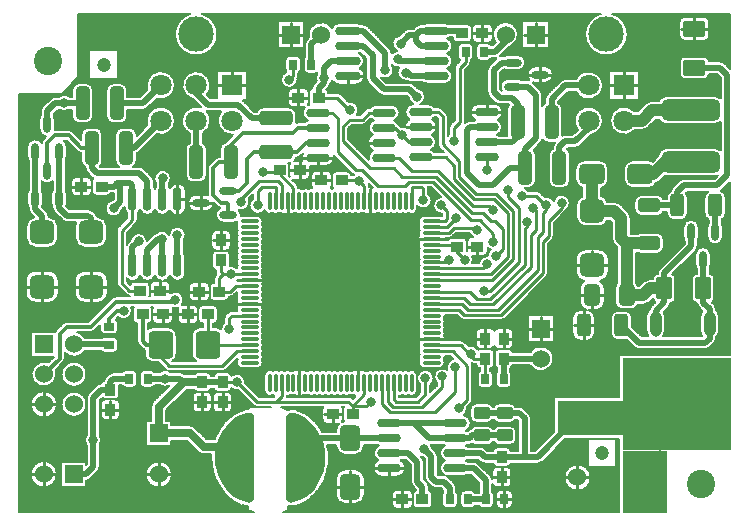
<source format=gtl>
G04 Layer_Physical_Order=1*
G04 Layer_Color=255*
%FSLAX24Y24*%
%MOIN*%
G70*
G01*
G75*
%ADD10C,0.0079*%
%ADD11O,0.0591X0.0281*%
G04:AMPARAMS|DCode=12|XSize=41mil|YSize=36mil|CornerRadius=1.8mil|HoleSize=0mil|Usage=FLASHONLY|Rotation=0.000|XOffset=0mil|YOffset=0mil|HoleType=Round|Shape=RoundedRectangle|*
%AMROUNDEDRECTD12*
21,1,0.0410,0.0324,0,0,0.0*
21,1,0.0374,0.0360,0,0,0.0*
1,1,0.0036,0.0187,-0.0162*
1,1,0.0036,-0.0187,-0.0162*
1,1,0.0036,-0.0187,0.0162*
1,1,0.0036,0.0187,0.0162*
%
%ADD12ROUNDEDRECTD12*%
G04:AMPARAMS|DCode=13|XSize=41mil|YSize=36mil|CornerRadius=1.8mil|HoleSize=0mil|Usage=FLASHONLY|Rotation=90.000|XOffset=0mil|YOffset=0mil|HoleType=Round|Shape=RoundedRectangle|*
%AMROUNDEDRECTD13*
21,1,0.0410,0.0324,0,0,90.0*
21,1,0.0374,0.0360,0,0,90.0*
1,1,0.0036,0.0162,0.0187*
1,1,0.0036,0.0162,-0.0187*
1,1,0.0036,-0.0162,-0.0187*
1,1,0.0036,-0.0162,0.0187*
%
%ADD13ROUNDEDRECTD13*%
G04:AMPARAMS|DCode=14|XSize=47.2mil|YSize=74.8mil|CornerRadius=11.8mil|HoleSize=0mil|Usage=FLASHONLY|Rotation=180.000|XOffset=0mil|YOffset=0mil|HoleType=Round|Shape=RoundedRectangle|*
%AMROUNDEDRECTD14*
21,1,0.0472,0.0512,0,0,180.0*
21,1,0.0236,0.0748,0,0,180.0*
1,1,0.0236,-0.0118,0.0256*
1,1,0.0236,0.0118,0.0256*
1,1,0.0236,0.0118,-0.0256*
1,1,0.0236,-0.0118,-0.0256*
%
%ADD14ROUNDEDRECTD14*%
G04:AMPARAMS|DCode=15|XSize=55.1mil|YSize=41.3mil|CornerRadius=10.3mil|HoleSize=0mil|Usage=FLASHONLY|Rotation=0.000|XOffset=0mil|YOffset=0mil|HoleType=Round|Shape=RoundedRectangle|*
%AMROUNDEDRECTD15*
21,1,0.0551,0.0207,0,0,0.0*
21,1,0.0344,0.0413,0,0,0.0*
1,1,0.0207,0.0172,-0.0103*
1,1,0.0207,-0.0172,-0.0103*
1,1,0.0207,-0.0172,0.0103*
1,1,0.0207,0.0172,0.0103*
%
%ADD15ROUNDEDRECTD15*%
G04:AMPARAMS|DCode=16|XSize=28mil|YSize=35.8mil|CornerRadius=2.8mil|HoleSize=0mil|Usage=FLASHONLY|Rotation=180.000|XOffset=0mil|YOffset=0mil|HoleType=Round|Shape=RoundedRectangle|*
%AMROUNDEDRECTD16*
21,1,0.0280,0.0302,0,0,180.0*
21,1,0.0224,0.0358,0,0,180.0*
1,1,0.0056,-0.0112,0.0151*
1,1,0.0056,0.0112,0.0151*
1,1,0.0056,0.0112,-0.0151*
1,1,0.0056,-0.0112,-0.0151*
%
%ADD16ROUNDEDRECTD16*%
G04:AMPARAMS|DCode=17|XSize=194.9mil|YSize=70.9mil|CornerRadius=17.7mil|HoleSize=0mil|Usage=FLASHONLY|Rotation=0.000|XOffset=0mil|YOffset=0mil|HoleType=Round|Shape=RoundedRectangle|*
%AMROUNDEDRECTD17*
21,1,0.1949,0.0354,0,0,0.0*
21,1,0.1594,0.0709,0,0,0.0*
1,1,0.0354,0.0797,-0.0177*
1,1,0.0354,-0.0797,-0.0177*
1,1,0.0354,-0.0797,0.0177*
1,1,0.0354,0.0797,0.0177*
%
%ADD17ROUNDEDRECTD17*%
G04:AMPARAMS|DCode=18|XSize=86.6mil|YSize=68.9mil|CornerRadius=17.2mil|HoleSize=0mil|Usage=FLASHONLY|Rotation=180.000|XOffset=0mil|YOffset=0mil|HoleType=Round|Shape=RoundedRectangle|*
%AMROUNDEDRECTD18*
21,1,0.0866,0.0344,0,0,180.0*
21,1,0.0522,0.0689,0,0,180.0*
1,1,0.0344,-0.0261,0.0172*
1,1,0.0344,0.0261,0.0172*
1,1,0.0344,0.0261,-0.0172*
1,1,0.0344,-0.0261,-0.0172*
%
%ADD18ROUNDEDRECTD18*%
G04:AMPARAMS|DCode=19|XSize=279.5mil|YSize=218.5mil|CornerRadius=10.9mil|HoleSize=0mil|Usage=FLASHONLY|Rotation=270.000|XOffset=0mil|YOffset=0mil|HoleType=Round|Shape=RoundedRectangle|*
%AMROUNDEDRECTD19*
21,1,0.2795,0.1967,0,0,270.0*
21,1,0.2577,0.2185,0,0,270.0*
1,1,0.0219,-0.0983,-0.1288*
1,1,0.0219,-0.0983,0.1288*
1,1,0.0219,0.0983,0.1288*
1,1,0.0219,0.0983,-0.1288*
%
%ADD19ROUNDEDRECTD19*%
%ADD20O,0.0394X0.0846*%
G04:AMPARAMS|DCode=21|XSize=51.2mil|YSize=72mil|CornerRadius=2.6mil|HoleSize=0mil|Usage=FLASHONLY|Rotation=180.000|XOffset=0mil|YOffset=0mil|HoleType=Round|Shape=RoundedRectangle|*
%AMROUNDEDRECTD21*
21,1,0.0512,0.0669,0,0,180.0*
21,1,0.0461,0.0720,0,0,180.0*
1,1,0.0051,-0.0230,0.0335*
1,1,0.0051,0.0230,0.0335*
1,1,0.0051,0.0230,-0.0335*
1,1,0.0051,-0.0230,-0.0335*
%
%ADD21ROUNDEDRECTD21*%
%ADD22O,0.0281X0.0591*%
G04:AMPARAMS|DCode=23|XSize=47.2mil|YSize=74.8mil|CornerRadius=11.8mil|HoleSize=0mil|Usage=FLASHONLY|Rotation=270.000|XOffset=0mil|YOffset=0mil|HoleType=Round|Shape=RoundedRectangle|*
%AMROUNDEDRECTD23*
21,1,0.0472,0.0512,0,0,270.0*
21,1,0.0236,0.0748,0,0,270.0*
1,1,0.0236,-0.0256,-0.0118*
1,1,0.0236,-0.0256,0.0118*
1,1,0.0236,0.0256,0.0118*
1,1,0.0236,0.0256,-0.0118*
%
%ADD23ROUNDEDRECTD23*%
G04:AMPARAMS|DCode=24|XSize=82.7mil|YSize=78.7mil|CornerRadius=19.7mil|HoleSize=0mil|Usage=FLASHONLY|Rotation=180.000|XOffset=0mil|YOffset=0mil|HoleType=Round|Shape=RoundedRectangle|*
%AMROUNDEDRECTD24*
21,1,0.0827,0.0394,0,0,180.0*
21,1,0.0433,0.0787,0,0,180.0*
1,1,0.0394,-0.0217,0.0197*
1,1,0.0394,0.0217,0.0197*
1,1,0.0394,0.0217,-0.0197*
1,1,0.0394,-0.0217,-0.0197*
%
%ADD24ROUNDEDRECTD24*%
G04:AMPARAMS|DCode=25|XSize=55.1mil|YSize=70.9mil|CornerRadius=13.8mil|HoleSize=0mil|Usage=FLASHONLY|Rotation=0.000|XOffset=0mil|YOffset=0mil|HoleType=Round|Shape=RoundedRectangle|*
%AMROUNDEDRECTD25*
21,1,0.0551,0.0433,0,0,0.0*
21,1,0.0276,0.0709,0,0,0.0*
1,1,0.0276,0.0138,-0.0217*
1,1,0.0276,-0.0138,-0.0217*
1,1,0.0276,-0.0138,0.0217*
1,1,0.0276,0.0138,0.0217*
%
%ADD25ROUNDEDRECTD25*%
%ADD26R,0.0394X0.0394*%
%ADD27C,0.0472*%
G04:AMPARAMS|DCode=28|XSize=110.2mil|YSize=47.2mil|CornerRadius=11.8mil|HoleSize=0mil|Usage=FLASHONLY|Rotation=90.000|XOffset=0mil|YOffset=0mil|HoleType=Round|Shape=RoundedRectangle|*
%AMROUNDEDRECTD28*
21,1,0.1102,0.0236,0,0,90.0*
21,1,0.0866,0.0472,0,0,90.0*
1,1,0.0236,0.0118,0.0433*
1,1,0.0236,0.0118,-0.0433*
1,1,0.0236,-0.0118,-0.0433*
1,1,0.0236,-0.0118,0.0433*
%
%ADD28ROUNDEDRECTD28*%
G04:AMPARAMS|DCode=29|XSize=51.2mil|YSize=72mil|CornerRadius=2.6mil|HoleSize=0mil|Usage=FLASHONLY|Rotation=270.000|XOffset=0mil|YOffset=0mil|HoleType=Round|Shape=RoundedRectangle|*
%AMROUNDEDRECTD29*
21,1,0.0512,0.0669,0,0,270.0*
21,1,0.0461,0.0720,0,0,270.0*
1,1,0.0051,-0.0335,-0.0230*
1,1,0.0051,-0.0335,0.0230*
1,1,0.0051,0.0335,0.0230*
1,1,0.0051,0.0335,-0.0230*
%
%ADD29ROUNDEDRECTD29*%
%ADD30O,0.0800X0.0295*%
%ADD31O,0.0295X0.0800*%
%ADD32O,0.0850X0.0295*%
G04:AMPARAMS|DCode=33|XSize=28mil|YSize=35.8mil|CornerRadius=2.8mil|HoleSize=0mil|Usage=FLASHONLY|Rotation=270.000|XOffset=0mil|YOffset=0mil|HoleType=Round|Shape=RoundedRectangle|*
%AMROUNDEDRECTD33*
21,1,0.0280,0.0302,0,0,270.0*
21,1,0.0224,0.0358,0,0,270.0*
1,1,0.0056,-0.0151,-0.0112*
1,1,0.0056,-0.0151,0.0112*
1,1,0.0056,0.0151,0.0112*
1,1,0.0056,0.0151,-0.0112*
%
%ADD33ROUNDEDRECTD33*%
G04:AMPARAMS|DCode=34|XSize=110.2mil|YSize=47.2mil|CornerRadius=11.8mil|HoleSize=0mil|Usage=FLASHONLY|Rotation=180.000|XOffset=0mil|YOffset=0mil|HoleType=Round|Shape=RoundedRectangle|*
%AMROUNDEDRECTD34*
21,1,0.1102,0.0236,0,0,180.0*
21,1,0.0866,0.0472,0,0,180.0*
1,1,0.0236,-0.0433,0.0118*
1,1,0.0236,0.0433,0.0118*
1,1,0.0236,0.0433,-0.0118*
1,1,0.0236,-0.0433,-0.0118*
%
%ADD34ROUNDEDRECTD34*%
G04:AMPARAMS|DCode=35|XSize=90.6mil|YSize=82.7mil|CornerRadius=12.4mil|HoleSize=0mil|Usage=FLASHONLY|Rotation=270.000|XOffset=0mil|YOffset=0mil|HoleType=Round|Shape=RoundedRectangle|*
%AMROUNDEDRECTD35*
21,1,0.0906,0.0579,0,0,270.0*
21,1,0.0657,0.0827,0,0,270.0*
1,1,0.0248,-0.0289,-0.0329*
1,1,0.0248,-0.0289,0.0329*
1,1,0.0248,0.0289,0.0329*
1,1,0.0248,0.0289,-0.0329*
%
%ADD35ROUNDEDRECTD35*%
G04:AMPARAMS|DCode=36|XSize=86.6mil|YSize=68.9mil|CornerRadius=17.2mil|HoleSize=0mil|Usage=FLASHONLY|Rotation=90.000|XOffset=0mil|YOffset=0mil|HoleType=Round|Shape=RoundedRectangle|*
%AMROUNDEDRECTD36*
21,1,0.0866,0.0344,0,0,90.0*
21,1,0.0522,0.0689,0,0,90.0*
1,1,0.0344,0.0172,0.0261*
1,1,0.0344,0.0172,-0.0261*
1,1,0.0344,-0.0172,-0.0261*
1,1,0.0344,-0.0172,0.0261*
%
%ADD36ROUNDEDRECTD36*%
%ADD37O,0.0118X0.0630*%
%ADD38O,0.0630X0.0118*%
%ADD39C,0.0100*%
%ADD40C,0.0098*%
%ADD41C,0.0197*%
%ADD42C,0.0118*%
%ADD43C,0.0394*%
%ADD44C,0.0276*%
%ADD45R,0.3612X0.3051*%
%ADD46R,0.1496X0.2116*%
%ADD47R,0.2657X0.1142*%
%ADD48C,0.0945*%
%ADD49C,0.0709*%
%ADD50R,0.0709X0.0709*%
%ADD51C,0.1181*%
%ADD52R,0.0709X0.0709*%
%ADD53C,0.0600*%
%ADD54R,0.0600X0.0600*%
%ADD55R,0.0600X0.0600*%
%ADD56C,0.0315*%
G36*
X29310Y33471D02*
X29439Y33430D01*
X29590Y33370D01*
X29730Y33287D01*
X29855Y33183D01*
X29859Y33178D01*
X30008Y33013D01*
X30134Y32829D01*
X30234Y32630D01*
X30307Y32419D01*
X30351Y32201D01*
X30366Y31978D01*
X30351Y31756D01*
X30307Y31538D01*
X30234Y31327D01*
X30134Y31128D01*
X30008Y30944D01*
X29859Y30779D01*
X29857Y30776D01*
X29730Y30671D01*
X29589Y30587D01*
X29436Y30525D01*
X29302Y30484D01*
X29229Y30475D01*
X29158Y30494D01*
X29099Y30537D01*
X29060Y30599D01*
X29046Y30672D01*
Y33277D01*
X29060Y33352D01*
X29100Y33415D01*
X29161Y33460D01*
X29234Y33480D01*
X29310Y33471D01*
D02*
G37*
G36*
X27889Y33463D02*
X27948Y33419D01*
X27987Y33357D01*
X28001Y33285D01*
Y30679D01*
X27987Y30605D01*
X27947Y30541D01*
X27886Y30496D01*
X27813Y30477D01*
X27738Y30486D01*
X27608Y30526D01*
X27457Y30587D01*
X27318Y30670D01*
X27193Y30774D01*
X27188Y30779D01*
X27039Y30944D01*
X26913Y31128D01*
X26813Y31327D01*
X26740Y31538D01*
X26696Y31756D01*
X26681Y31978D01*
X26696Y32201D01*
X26740Y32419D01*
X26813Y32630D01*
X26913Y32829D01*
X27039Y33013D01*
X27188Y33178D01*
X27190Y33180D01*
X27317Y33286D01*
X27458Y33370D01*
X27611Y33431D01*
X27745Y33473D01*
X27818Y33482D01*
X27889Y33463D01*
D02*
G37*
D10*
X43167Y46500D02*
G03*
X43002Y46665I-165J0D01*
G01*
Y45875D02*
G03*
X43167Y46040I0J165D01*
G01*
X43677Y45123D02*
G03*
X43524Y45187I-153J-153D01*
G01*
X43677Y45123D02*
G03*
X43524Y45187I-153J-153D01*
G01*
X43002Y44596D02*
G03*
X43146Y44740I0J144D01*
G01*
Y45200D02*
G03*
X43002Y45344I-144J0D01*
G01*
X42333Y46665D02*
G03*
X42168Y46500I0J-165D01*
G01*
Y46040D02*
G03*
X42333Y45875I165J0D01*
G01*
Y45344D02*
G03*
X42189Y45200I0J-144D01*
G01*
Y44740D02*
G03*
X42333Y44596I144J0D01*
G01*
X43543Y43951D02*
G03*
X43337Y44035I-207J-211D01*
G01*
Y43091D02*
G03*
X43543Y43175I0J295D01*
G01*
X41742Y44035D02*
G03*
X41481Y43878I0J-295D01*
G01*
X41260D02*
G03*
X41037Y43786I0J-315D01*
G01*
X41481Y43248D02*
G03*
X41742Y43091I261J138D01*
G01*
X41260Y43878D02*
G03*
X41037Y43785I0J-315D01*
G01*
X40906Y42894D02*
G03*
X41129Y42986I0J315D01*
G01*
X40906Y42894D02*
G03*
X41128Y42986I0J315D01*
G01*
X40443Y46091D02*
G03*
X39930Y46772I-709J0D01*
G01*
X39539D02*
G03*
X40443Y46091I196J-681D01*
G01*
D02*
G03*
X39930Y46772I-709J0D01*
G01*
X39539D02*
G03*
X40443Y46091I196J-681D01*
G01*
X38366Y44606D02*
G03*
X38213Y44543I0J-217D01*
G01*
X38366Y44606D02*
G03*
X38213Y44543I0J-217D01*
G01*
X37964Y44748D02*
G03*
X37684Y45027I-280J0D01*
G01*
X39616Y44390D02*
G03*
X38724Y44606I-472J0D01*
G01*
Y44173D02*
G03*
X39616Y44390I420J217D01*
G01*
X40677Y43524D02*
G03*
X40677Y42894I-352J-315D01*
G01*
X39616Y43209D02*
G03*
X38776Y42911I-472J0D01*
G01*
X39220Y42742D02*
G03*
X39616Y43209I-76J466D01*
G01*
X37684Y44468D02*
G03*
X37964Y44748I0J280D01*
G01*
X38268Y43583D02*
G03*
X38130Y43797I-236J0D01*
G01*
X43543Y42219D02*
G03*
X43337Y42303I-207J-211D01*
G01*
Y41358D02*
G03*
X43444Y41379I0J295D01*
G01*
X43531Y40869D02*
G03*
X43588Y40910I-96J194D01*
G01*
X43531Y40869D02*
G03*
X43588Y40910I-96J194D01*
G01*
X43711Y40640D02*
G03*
X43531Y40869I-236J0D01*
G01*
X43124Y40846D02*
G03*
X43002Y40640I114J-207D01*
G01*
X42451D02*
G03*
X42377Y40811I-236J0D01*
G01*
X42323Y41280D02*
G03*
X42170Y41216I0J-217D01*
G01*
X42323Y41280D02*
G03*
X42169Y41216I0J-217D01*
G01*
X41682Y41364D02*
G03*
X41742Y41358I60J289D01*
G01*
Y42303D02*
G03*
X41447Y42020I0J-295D01*
G01*
X41276Y41849D02*
G03*
X41127Y41890I-149J-249D01*
G01*
X41386Y41125D02*
G03*
X41522Y41205I-87J303D01*
G01*
X41943Y40990D02*
G03*
X41881Y40855I153J-153D01*
G01*
X41944Y40990D02*
G03*
X41881Y40855I153J-153D01*
G01*
X41386Y41125D02*
G03*
X41522Y41204I-87J303D01*
G01*
X41881Y40855D02*
G03*
X41742Y40640I98J-215D01*
G01*
X41632Y40600D02*
G03*
X41417Y40738I-215J-98D01*
G01*
X41127Y40965D02*
G03*
X41386Y41125I0J290D01*
G01*
X43573Y39913D02*
G03*
X43711Y40128I-98J215D01*
G01*
X43002D02*
G03*
X43140Y39913I236J0D01*
G01*
X43615Y39648D02*
G03*
X43573Y39789I-258J0D01*
G01*
X43140D02*
G03*
X43098Y39648I217J-141D01*
G01*
Y39338D02*
G03*
X43615Y39338I258J0D01*
G01*
X41742Y40128D02*
G03*
X41978Y39892I236J0D01*
G01*
X42214D02*
G03*
X42451Y40128I0J236D01*
G01*
X41417Y40030D02*
G03*
X41632Y40167I0J236D01*
G01*
X42815Y39648D02*
G03*
X42298Y39648I-258J0D01*
G01*
X42773Y39197D02*
G03*
X42815Y39338I-217J141D01*
G01*
X42298D02*
G03*
X42340Y39197I258J0D01*
G01*
X40906Y39478D02*
G03*
X40775Y39439I0J-236D01*
G01*
X41654Y39242D02*
G03*
X41417Y39478I-236J0D01*
G01*
X40605Y41890D02*
G03*
X40315Y41599I0J-290D01*
G01*
Y41255D02*
G03*
X40605Y40965I290J0D01*
G01*
X39803Y41599D02*
G03*
X39513Y41890I-290J0D01*
G01*
X39567Y40970D02*
G03*
X39803Y41255I-54J285D01*
G01*
X38691Y42303D02*
G03*
X38844Y42367I0J217D01*
G01*
X38691Y42303D02*
G03*
X38844Y42367I0J217D01*
G01*
X38524Y42067D02*
G03*
X38417Y42264I-236J0D01*
G01*
X38366Y42736D02*
G03*
X38268Y42713I0J-217D01*
G01*
X38366Y42736D02*
G03*
X38268Y42713I0J-217D01*
G01*
X38017Y42476D02*
G03*
X37953Y42323I153J-153D01*
G01*
X38016Y42476D02*
G03*
X37953Y42323I153J-153D01*
G01*
Y42282D02*
G03*
X37815Y42067I98J-215D01*
G01*
X38991Y41890D02*
G03*
X38701Y41599I0J-290D01*
G01*
Y41255D02*
G03*
X38937Y40970I290J0D01*
G01*
X38287Y40965D02*
G03*
X38524Y41201I0J236D01*
G01*
X37815D02*
G03*
X38051Y40965I236J0D01*
G01*
X40906Y40738D02*
G03*
X40669Y40502I0J-236D01*
G01*
Y40266D02*
G03*
X40906Y40030I236J0D01*
G01*
X40541Y39961D02*
G03*
X40449Y40183I-315J0D01*
G01*
X40541Y39961D02*
G03*
X40449Y40184I-315J0D01*
G01*
X40213Y40420D02*
G03*
X39990Y40512I-223J-223D01*
G01*
X40213Y40419D02*
G03*
X39990Y40512I-223J-222D01*
G01*
X39911Y39291D02*
G03*
X40004Y39068I315J0D01*
G01*
X39911Y39291D02*
G03*
X40004Y39069I315J0D01*
G01*
X39770Y40512D02*
G03*
X39567Y40696I-292J-118D01*
G01*
X38937Y40689D02*
G03*
X38730Y40394I108J-296D01*
G01*
X38514Y40472D02*
G03*
X37971Y40539I-276J0D01*
G01*
X38389Y40241D02*
G03*
X38514Y40472I-150J231D01*
G01*
X37971Y40539D02*
G03*
X37683Y40664I-234J-145D01*
G01*
X38356Y40197D02*
G03*
X38389Y40241I-118J118D01*
G01*
X38356Y40197D02*
G03*
X38389Y40241I-118J118D01*
G01*
X39478Y39685D02*
G03*
X39770Y39882I0J315D01*
G01*
X38730Y40000D02*
G03*
X39045Y39685I315J0D01*
G01*
X37923Y39242D02*
G03*
X37972Y39360I-118J118D01*
G01*
X37923Y39242D02*
G03*
X37972Y39360I-118J118D01*
G01*
X36790Y46083D02*
G03*
X36042Y45826I-418J0D01*
G01*
X36519Y45691D02*
G03*
X36790Y46083I-147J391D01*
G01*
X35945Y46284D02*
G03*
X35788Y46441I-157J0D01*
G01*
X35414D02*
G03*
X35256Y46284I0J-157D01*
G01*
X35254D02*
G03*
X35118Y46420I-136J0D01*
G01*
X35788Y45803D02*
G03*
X35945Y45960I0J157D01*
G01*
X35892Y45718D02*
G03*
X35761Y45799I-131J-65D01*
G01*
X35256Y45960D02*
G03*
X35414Y45803I157J0D01*
G01*
X35118Y45824D02*
G03*
X35254Y45960I0J136D01*
G01*
X35538Y45799D02*
G03*
X35392Y45653I0J-146D01*
G01*
X35297D02*
G03*
X35151Y45799I-146J0D01*
G01*
X36464Y45406D02*
G03*
X36323Y45364I0J-258D01*
G01*
X37374Y45027D02*
G03*
X37171Y44555I0J-280D01*
G01*
X36774Y44889D02*
G03*
X37033Y45148I0J258D01*
G01*
D02*
G03*
X36774Y45406I-258J0D01*
G01*
X37171Y44555D02*
G03*
X37109Y44564I-62J-207D01*
G01*
X37278Y44485D02*
G03*
X37374Y44468I96J263D01*
G01*
X37171Y44555D02*
G03*
X37109Y44564I-62J-207D01*
G01*
X36915D02*
G03*
X36774Y44606I-141J-217D01*
G01*
X36240Y45364D02*
G03*
X36185Y45357I0J-217D01*
G01*
X36240Y45364D02*
G03*
X36185Y45357I0J-217D01*
G01*
X36024Y45285D02*
G03*
X36079Y45293I0J217D01*
G01*
X36024Y45285D02*
G03*
X36079Y45293I0J217D01*
G01*
X35392Y45351D02*
G03*
X35538Y45205I146J0D01*
G01*
X35761D02*
G03*
X35892Y45285I0J146D01*
G01*
X35207Y45216D02*
G03*
X35297Y45351I-55J135D01*
G01*
X36327Y44928D02*
G03*
X36464Y44889I137J219D01*
G01*
X35831Y45045D02*
G03*
X35768Y44892I153J-153D01*
G01*
X35831Y45045D02*
G03*
X35768Y44892I153J-153D01*
G01*
X36464Y44606D02*
G03*
X36248Y44205I0J-258D01*
G01*
X35158Y45049D02*
G03*
X35207Y45167I-118J118D01*
G01*
X35158Y45049D02*
G03*
X35207Y45167I-118J118D01*
G01*
X34494Y46417D02*
G03*
X34340Y46467I-154J-217D01*
G01*
X33785D02*
G03*
X33631Y46417I0J-266D01*
G01*
X34608Y45960D02*
G03*
X34744Y45824I136J0D01*
G01*
X34928Y45799D02*
G03*
X34782Y45653I0J-146D01*
G01*
X33533Y46417D02*
G03*
X33380Y46354I0J-217D01*
G01*
X33533Y46417D02*
G03*
X33380Y46354I0J-217D01*
G01*
X34430Y45451D02*
G03*
X34605Y45701I-90J250D01*
G01*
X34430Y45951D02*
G03*
X34494Y45984I-90J250D01*
G01*
X34605Y45701D02*
G03*
X34430Y45951I-266J0D01*
G01*
X33150Y46270D02*
G03*
X32996Y46206I0J-217D01*
G01*
X33150Y46270D02*
G03*
X32996Y46206I0J-217D01*
G01*
X32841Y46051D02*
G03*
X32752Y45530I33J-274D01*
G01*
D02*
G03*
X32579Y45449I24J-275D01*
G01*
Y45463D02*
G03*
X32515Y45616I-217J0D01*
G01*
X32579Y45463D02*
G03*
X32515Y45616I-217J0D01*
G01*
X31777Y46354D02*
G03*
X31624Y46417I-153J-153D01*
G01*
X31777Y46354D02*
G03*
X31624Y46417I-153J-153D01*
G01*
X31480Y45451D02*
G03*
X31537Y45480I-90J250D01*
G01*
X34782Y45351D02*
G03*
X34858Y45222I146J0D01*
G01*
X34724Y45089D02*
G03*
X34675Y44970I118J-118D01*
G01*
X34724Y45089D02*
G03*
X34675Y44970I118J-118D01*
G01*
X34605Y45201D02*
G03*
X34430Y45451I-266J0D01*
G01*
X34605Y44701D02*
G03*
X34430Y44951I-266J0D01*
G01*
D02*
G03*
X34605Y45201I-90J250D01*
G01*
X32825Y44984D02*
G03*
X33078Y44540I216J-171D01*
G01*
X34340Y44435D02*
G03*
X34605Y44701I0J266D01*
G01*
X33631Y44484D02*
G03*
X33785Y44435I154J217D01*
G01*
X33078Y44540D02*
G03*
X33222Y44484I145J161D01*
G01*
X33078Y44540D02*
G03*
X33222Y44484I145J161D01*
G01*
X33323Y44415D02*
G03*
X33169Y44478I-153J-153D01*
G01*
X33322Y44415D02*
G03*
X33169Y44478I-153J-153D01*
G01*
X32579Y45063D02*
G03*
X32823Y44984I197J193D01*
G01*
X32638Y44892D02*
G03*
X32579Y45062I-276J0D01*
G01*
X32232Y44649D02*
G03*
X32638Y44892I130J243D01*
G01*
X31655Y45201D02*
G03*
X31480Y45451I-266J0D01*
G01*
X31677Y44701D02*
G03*
X31507Y44963I-287J0D01*
G01*
D02*
G03*
X31655Y45201I-118J238D01*
G01*
X31722Y44636D02*
G03*
X31786Y44482I217J0D01*
G01*
X31722Y44636D02*
G03*
X31786Y44483I217J0D01*
G01*
X37761Y44090D02*
G03*
X37697Y43937I153J-153D01*
G01*
X37598Y44075D02*
G03*
X37535Y44228I-217J0D01*
G01*
X37760Y44090D02*
G03*
X37697Y43937I153J-153D01*
G01*
X37598Y44075D02*
G03*
X37535Y44228I-217J0D01*
G01*
X37697Y43797D02*
G03*
X37598Y43713I98J-215D01*
G01*
X36486Y43749D02*
G03*
X36417Y43583I168J-166D01*
G01*
X36283Y43494D02*
G03*
X35996Y43781I-287J0D01*
G01*
X36028Y43813D02*
G03*
X36181Y43750I153J153D01*
G01*
X36028Y43814D02*
G03*
X36181Y43750I153J153D01*
G01*
X36113Y43232D02*
G03*
X36283Y43494I-118J262D01*
G01*
X36261Y42994D02*
G03*
X36113Y43232I-266J0D01*
G01*
X35768Y44163D02*
G03*
X35831Y44010I217J0D01*
G01*
X35768Y44163D02*
G03*
X35831Y44010I217J0D01*
G01*
X35491Y43781D02*
G03*
X35373Y43232I0J-287D01*
G01*
X34252Y43612D02*
G03*
X34134Y43661I-118J-118D01*
G01*
X35373Y43232D02*
G03*
X35337Y43211I118J-238D01*
G01*
X35179D02*
G03*
X35026Y43147I0J-217D01*
G01*
X35179Y43211D02*
G03*
X35026Y43147I0J-217D01*
G01*
X35007Y43128D02*
G03*
X35010Y43159I-164J31D01*
G01*
X34439Y43356D02*
G03*
X34390Y43475I-167J0D01*
G01*
X34439Y43356D02*
G03*
X34390Y43475I-167J0D01*
G01*
X35007Y43128D02*
G03*
X35010Y43159I-164J31D01*
G01*
X37596Y42589D02*
G03*
X37795Y42480I199J128D01*
G01*
X37535Y42465D02*
G03*
X37596Y42589I-153J153D01*
G01*
X37535Y42465D02*
G03*
X37596Y42589I-153J153D01*
G01*
X37382Y42067D02*
G03*
X37308Y42238I-236J0D01*
G01*
X37520Y40827D02*
G03*
X37402Y40876I-118J-118D01*
G01*
X37520Y40827D02*
G03*
X37402Y40876I-118J-118D01*
G01*
X37146Y40965D02*
G03*
X37382Y41201I0J236D01*
G01*
X37128Y40876D02*
G03*
X37012Y40965I-219J-167D01*
G01*
X36086Y42744D02*
G03*
X36261Y42994I-90J250D01*
G01*
X34537Y43091D02*
G03*
X34488Y42972I118J-118D01*
G01*
X34537Y43091D02*
G03*
X34488Y42972I118J-118D01*
G01*
X36150Y42711D02*
G03*
X36086Y42744I-154J-217D01*
G01*
X34488Y42758D02*
G03*
X34439Y42710I167J-219D01*
G01*
X34222Y40030D02*
G03*
X34163Y40039I-58J-167D01*
G01*
X35156Y39478D02*
G03*
X35281Y39335I257J98D01*
G01*
X35246D02*
G03*
X35089Y39178I0J-157D01*
G01*
X35086D02*
G03*
X34950Y39314I-136J0D01*
G01*
X34483Y39301D02*
G03*
X34601Y39350I0J167D01*
G01*
X34483Y39301D02*
G03*
X34601Y39350I0J167D01*
G01*
X34576Y39314D02*
G03*
X34457Y39242I0J-136D01*
G01*
X33518Y43760D02*
G03*
X33691Y44016I-102J256D01*
G01*
D02*
G03*
X33448Y44289I-276J0D01*
G01*
X33142Y43983D02*
G03*
X33313Y43760I274J33D01*
G01*
X34252Y43612D02*
G03*
X34134Y43661I-118J-118D01*
G01*
X33913Y43256D02*
G03*
X34002Y43327I-118J238D01*
G01*
X34083Y42994D02*
G03*
X33913Y43256I-287J0D01*
G01*
X34002Y43661D02*
G03*
X33796Y43760I-206J-167D01*
G01*
X33291D02*
G03*
X33173Y43256I0J-266D01*
G01*
D02*
G03*
X33004Y42997I118J-262D01*
G01*
X32841Y43478D02*
G03*
X32575Y43744I-266J0D01*
G01*
X32160Y44109D02*
G03*
X32313Y44045I153J153D01*
G01*
X32160Y44109D02*
G03*
X32313Y44045I153J153D01*
G01*
X32070Y43744D02*
G03*
X31864Y43646I0J-266D01*
G01*
X31835D02*
G03*
X31716Y43597I0J-167D01*
G01*
X32665Y43228D02*
G03*
X32841Y43478I-90J250D01*
G01*
X33004Y42997D02*
G03*
X32886Y43010I-91J-260D01*
G01*
X31883Y43290D02*
G03*
X31980Y43228I188J188D01*
G01*
X31835Y43646D02*
G03*
X31716Y43597I0J-167D01*
G01*
X32824Y43072D02*
G03*
X32665Y43228I-249J-94D01*
G01*
X31604Y43081D02*
G03*
X31723Y43130I0J167D01*
G01*
X31604Y43081D02*
G03*
X31723Y43130I0J167D01*
G01*
X34104Y42431D02*
G03*
X34153Y42313I167J0D01*
G01*
X34104Y42431D02*
G03*
X34153Y42313I167J0D01*
G01*
X33913Y42732D02*
G03*
X34083Y42994I-118J262D01*
G01*
X34061Y42494D02*
G03*
X33913Y42732I-266J0D01*
G01*
X33886Y42244D02*
G03*
X34061Y42494I-90J250D01*
G01*
X34007Y42156D02*
G03*
X33886Y42244I-211J-161D01*
G01*
X34222Y40659D02*
G03*
X34252Y40109I10J-275D01*
G01*
X33907Y40551D02*
G03*
X33799Y40770I-276J0D01*
G01*
X33415Y40381D02*
G03*
X33907Y40551I217J170D01*
G01*
X31831Y41024D02*
G03*
X31811Y41101I-167J0D01*
G01*
X33799Y40945D02*
G03*
X33788Y41004I-167J0D01*
G01*
X33799Y40945D02*
G03*
X33788Y41004I-167J0D01*
G01*
X31947Y40966D02*
G03*
X31831Y40984I-87J-178D01*
G01*
Y41024D02*
G03*
X31811Y41101I-167J0D01*
G01*
X31980Y43228D02*
G03*
X31953Y42740I90J-250D01*
G01*
D02*
G03*
X31953Y42217I118J-262D01*
G01*
D02*
G03*
X31815Y41906I118J-238D01*
G01*
X33652Y40039D02*
G03*
X33504Y39764I0J-177D01*
G01*
D02*
G03*
X33504Y39567I147J-98D01*
G01*
X33493Y39153D02*
G03*
X33504Y38976I159J-78D01*
G01*
Y39567D02*
G03*
X33493Y39390I147J-98D01*
G01*
X33140Y40128D02*
G03*
X33415Y40276I98J147D01*
G01*
X32943Y40128D02*
G03*
X33140Y40128I98J147D01*
G01*
X32746D02*
G03*
X32943Y40128I98J147D01*
G01*
X32352D02*
G03*
X32549Y40128I98J147D01*
G01*
X32156D02*
G03*
X32352Y40128I98J147D01*
G01*
X33493Y39390D02*
G03*
X33493Y39153I159J-119D01*
G01*
X32549Y40128D02*
G03*
X32746Y40128I98J147D01*
G01*
X31979Y40117D02*
G03*
X32156Y40128I78J159D01*
G01*
X31565D02*
G03*
X31742Y40117I98J147D01*
G01*
D02*
G03*
X31979Y40117I119J159D01*
G01*
X42709Y38870D02*
G03*
X42773Y39023I-153J153D01*
G01*
X42709Y38869D02*
G03*
X42773Y39023I-153J153D01*
G01*
X43215Y38738D02*
G03*
X42698Y38738I-258J0D01*
G01*
X43173Y38287D02*
G03*
X43215Y38428I-217J141D01*
G01*
X43337Y37953D02*
G03*
X43193Y38096I-144J0D01*
G01*
X42698Y38428D02*
G03*
X42740Y38287I258J0D01*
G01*
X42733Y38096D02*
G03*
X42589Y37953I0J-144D01*
G01*
X41417Y38770D02*
G03*
X41654Y39006I0J236D01*
G01*
X40775Y38809D02*
G03*
X40906Y38770I131J197D01*
G01*
X41510Y38283D02*
G03*
X41446Y38130I153J-153D01*
G01*
X41510Y38283D02*
G03*
X41446Y38130I153J-153D01*
G01*
X42037Y37953D02*
G03*
X41931Y38091I-144J0D01*
G01*
X41433Y38096D02*
G03*
X41289Y37953I0J-144D01*
G01*
X41191Y37933D02*
G03*
X40968Y37840I0J-315D01*
G01*
X41191Y37933D02*
G03*
X40968Y37841I0J-315D01*
G01*
X40778Y37707D02*
G03*
X40718Y37793I-236J-98D01*
G01*
X43259Y37156D02*
G03*
X43337Y37283I-66J128D01*
G01*
X42589D02*
G03*
X42733Y37140I144J0D01*
G01*
X43388Y36937D02*
G03*
X43324Y37090I-217J0D01*
G01*
X43388Y36937D02*
G03*
X43324Y37090I-217J0D01*
G01*
X42747Y37140D02*
G03*
X42810Y36992I216J6D01*
G01*
X42747Y37140D02*
G03*
X42810Y36992I216J6D01*
G01*
X43486Y36673D02*
G03*
X43388Y36902I-315J0D01*
G01*
X42928Y36874D02*
G03*
X42856Y36673I243J-200D01*
G01*
X41893Y37140D02*
G03*
X42037Y37283I0J144D01*
G01*
X41290Y37271D02*
G03*
X41361Y37159I143J12D01*
G01*
X40965Y37077D02*
G03*
X41188Y37169I0J315D01*
G01*
X41816Y37002D02*
G03*
X41879Y37140I-153J153D01*
G01*
X41816Y37002D02*
G03*
X41879Y37140I-153J153D01*
G01*
X41223Y37022D02*
G03*
X41163Y36905I153J-153D01*
G01*
X41691Y36673D02*
G03*
X41647Y36833I-315J0D01*
G01*
X41223Y37021D02*
G03*
X41163Y36905I153J-153D01*
G01*
X40965Y37077D02*
G03*
X41187Y37169I0J315D01*
G01*
X41163Y36905D02*
G03*
X41061Y36673I213J-232D01*
G01*
X39524Y37856D02*
G03*
X39815Y38189I-46J333D01*
G01*
Y38583D02*
G03*
X39478Y38919I-336J0D01*
G01*
X40089Y37793D02*
G03*
X40010Y37608I177J-185D01*
G01*
X39677D02*
G03*
X39524Y37856I-277J0D01*
G01*
X39045Y38919D02*
G03*
X38709Y38583I0J-336D01*
G01*
X37736Y38012D02*
G03*
X37785Y38130I-118J118D01*
G01*
X37736Y38012D02*
G03*
X37785Y38130I-118J118D01*
G01*
X38709Y38189D02*
G03*
X38999Y37856I336J0D01*
G01*
D02*
G03*
X38847Y37608I125J-248D01*
G01*
X40541Y36919D02*
G03*
X40778Y37077I0J256D01*
G01*
X40010Y37175D02*
G03*
X40266Y36919I256J0D01*
G01*
X39400Y36898D02*
G03*
X39677Y37175I0J277D01*
G01*
X38847D02*
G03*
X39082Y36901I277J0D01*
G01*
X40118Y36880D02*
G03*
X39882Y36644I0J-236D01*
G01*
X40591D02*
G03*
X40354Y36880I-236J0D01*
G01*
X39352Y36644D02*
G03*
X39134Y36898I-257J0D01*
G01*
X38858Y36901D02*
G03*
X38601Y36644I0J-257D01*
G01*
X43388Y35992D02*
G03*
X43486Y36220I-217J229D01*
G01*
X42856D02*
G03*
X42925Y36024I315J0D01*
G01*
X43324Y35794D02*
G03*
X43388Y35947I-153J153D01*
G01*
X43324Y35793D02*
G03*
X43388Y35947I-153J153D01*
G01*
X43032Y35591D02*
G03*
X43185Y35654I0J217D01*
G01*
X43032Y35591D02*
G03*
X43185Y35654I0J217D01*
G01*
X41061Y36220D02*
G03*
X41130Y36024I315J0D01*
G01*
X41622D02*
G03*
X41691Y36220I-246J197D01*
G01*
X40354Y35896D02*
G03*
X40414Y35903I0J236D01*
G01*
X39882Y36132D02*
G03*
X40118Y35896I236J0D01*
G01*
X39094Y35874D02*
G03*
X39352Y36132I0J257D01*
G01*
X38601D02*
G03*
X38858Y35874I257J0D01*
G01*
X40664Y35654D02*
G03*
X40817Y35591I153J153D01*
G01*
X40663Y35654D02*
G03*
X40817Y35591I153J153D01*
G01*
X39209Y31317D02*
G03*
X39209Y31317I-439J0D01*
G01*
X37967Y35280D02*
G03*
X37189Y35492I-418J0D01*
G01*
X37194Y35059D02*
G03*
X37967Y35280I355J221D01*
G01*
X36984Y33618D02*
G03*
X36831Y33681I-153J-153D01*
G01*
X36984Y33617D02*
G03*
X36831Y33681I-153J-153D01*
G01*
X37224Y33287D02*
G03*
X37161Y33441I-217J0D01*
G01*
X37224Y33287D02*
G03*
X37161Y33441I-217J0D01*
G01*
X36701Y33681D02*
G03*
X36511Y33789I-190J-113D01*
G01*
Y33140D02*
G03*
X36701Y33248I0J221D01*
G01*
X36732Y32820D02*
G03*
X36511Y33041I-221J0D01*
G01*
Y32392D02*
G03*
X36732Y32613I0J221D01*
G01*
X37451Y31782D02*
G03*
X37605Y31846I0J217D01*
G01*
X37451Y31782D02*
G03*
X37604Y31845I0J217D01*
G01*
X36220Y36565D02*
G03*
X36339Y36614I0J167D01*
G01*
X36220Y36565D02*
G03*
X36339Y36614I0J167D01*
G01*
X36628Y36132D02*
G03*
X36471Y36290I-157J0D01*
G01*
Y35601D02*
G03*
X36628Y35758I0J157D01*
G01*
X35778Y38971D02*
G03*
X35878Y38912I187J203D01*
G01*
Y38912D02*
G03*
X35768Y38702I165J-221D01*
G01*
X36147Y36290D02*
G03*
X36004Y36197I0J-157D01*
G01*
Y35693D02*
G03*
X36147Y35601I143J65D01*
G01*
X36004Y36197D02*
G03*
X35861Y36290I-143J-65D01*
G01*
Y35601D02*
G03*
X36004Y35693I0J157D01*
G01*
X36604Y35492D02*
G03*
X36471Y35598I-133J-30D01*
G01*
X36147D02*
G03*
X36011Y35462I0J-136D01*
G01*
X36525Y34964D02*
G03*
X36604Y35059I-54J125D01*
G01*
X36011Y35088D02*
G03*
X36092Y34964I136J0D01*
G01*
X35997Y35462D02*
G03*
X35861Y35598I-136J0D01*
G01*
X35866Y34952D02*
G03*
X35997Y35088I-6J136D01*
G01*
X35620Y38696D02*
G03*
X35778Y38854I0J157D01*
G01*
X35285Y38583D02*
G03*
X35261Y38696I-276J0D01*
G01*
X35768Y38702D02*
G03*
X35476Y38455I-18J-275D01*
G01*
X35254D02*
G03*
X35285Y38583I-244J128D01*
G01*
X35537Y36290D02*
G03*
X35380Y36132I0J-157D01*
G01*
X35537Y35598D02*
G03*
X35455Y35571I0J-136D01*
G01*
X35380Y35758D02*
G03*
X35537Y35601I157J0D01*
G01*
X35401Y35088D02*
G03*
X35532Y34952I136J0D01*
G01*
X35455Y35571D02*
G03*
X35139Y35698I-239J-138D01*
G01*
X35237Y35133D02*
G03*
X35325Y35108I88J142D01*
G01*
X35237Y35133D02*
G03*
X35325Y35108I88J142D01*
G01*
X35266Y35039D02*
G03*
X35237Y35133I-167J0D01*
G01*
X35266Y35039D02*
G03*
X35237Y35133I-167J0D01*
G01*
X36567Y34748D02*
G03*
X36525Y34849I-146J0D01*
G01*
X36421Y34299D02*
G03*
X36567Y34445I0J146D01*
G01*
X36092Y34849D02*
G03*
X36051Y34748I105J-102D01*
G01*
Y34445D02*
G03*
X36197Y34299I146J0D01*
G01*
X36166Y33789D02*
G03*
X35976Y33681I0J-221D01*
G01*
X35811Y34299D02*
G03*
X35957Y34445I0J146D01*
G01*
X35976Y33248D02*
G03*
X36166Y33140I190J113D01*
G01*
Y33041D02*
G03*
X35976Y32933I0J-221D01*
G01*
Y32500D02*
G03*
X36166Y32392I190J113D01*
G01*
X35957Y34748D02*
G03*
X35866Y34883I-146J0D01*
G01*
X35532D02*
G03*
X35441Y34748I56J-135D01*
G01*
Y34445D02*
G03*
X35587Y34299I146J0D01*
G01*
X35217Y33789D02*
G03*
X35266Y33907I-118J118D01*
G01*
X35408Y33789D02*
G03*
X35187Y33568I0J-221D01*
G01*
X35217Y33789D02*
G03*
X35266Y33907I-118J118D01*
G01*
X35753Y33140D02*
G03*
X35943Y33248I0J221D01*
G01*
Y33681D02*
G03*
X35753Y33789I-190J-113D01*
G01*
Y32392D02*
G03*
X35943Y32500I0J221D01*
G01*
Y32933D02*
G03*
X35753Y33041I-190J-113D01*
G01*
X35187Y33361D02*
G03*
X35408Y33140I221J0D01*
G01*
Y33041D02*
G03*
X35215Y32927I0J-221D01*
G01*
X34882Y36614D02*
G03*
X35000Y36565I118J118D01*
G01*
X34882Y36614D02*
G03*
X35000Y36565I118J118D01*
G01*
X34341Y36516D02*
G03*
X34311Y36614I-177J0D01*
G01*
D02*
G03*
X34341Y36713I-147J98D01*
G01*
Y36319D02*
G03*
X34311Y36417I-177J0D01*
G01*
D02*
G03*
X34341Y36516I-147J98D01*
G01*
X34311Y36220D02*
G03*
X34341Y36319I-147J98D01*
G01*
Y36122D02*
G03*
X34311Y36220I-177J0D01*
G01*
X34990Y35847D02*
G03*
X34872Y35896I-118J-118D01*
G01*
X34990Y35847D02*
G03*
X34872Y35896I-118J-118D01*
G01*
X34362Y35925D02*
G03*
X34322Y36044I-198J0D01*
G01*
D02*
G03*
X34341Y36122I-159J78D01*
G01*
X34163Y34961D02*
G03*
X34341Y35138I0J177D01*
G01*
X33504Y38583D02*
G03*
X33504Y38386I147J-98D01*
G01*
Y37795D02*
G03*
X33504Y37598I147J-98D01*
G01*
Y37992D02*
G03*
X33504Y37795I147J-98D01*
G01*
Y37402D02*
G03*
X33504Y37205I147J-98D01*
G01*
Y37598D02*
G03*
X33504Y37402I147J-98D01*
G01*
Y38780D02*
G03*
X33504Y38583I147J-98D01*
G01*
Y38976D02*
G03*
X33504Y38780I147J-98D01*
G01*
Y38189D02*
G03*
X33504Y37992I147J-98D01*
G01*
Y38386D02*
G03*
X33504Y38189I147J-98D01*
G01*
Y37008D02*
G03*
X33504Y36811I147J-98D01*
G01*
Y37205D02*
G03*
X33504Y37008I147J-98D01*
G01*
Y36614D02*
G03*
X33504Y36417I147J-98D01*
G01*
Y36811D02*
G03*
X33504Y36614I147J-98D01*
G01*
Y36417D02*
G03*
X33504Y36220I147J-98D01*
G01*
Y35433D02*
G03*
X33504Y35236I147J-98D01*
G01*
X34341Y35138D02*
G03*
X34311Y35236I-177J0D01*
G01*
Y35236D02*
G03*
X34341Y35335I-147J98D01*
G01*
X33493Y35806D02*
G03*
X33504Y35630I159J-78D01*
G01*
Y36220D02*
G03*
X33493Y36044I147J-98D01*
G01*
X33504Y35236D02*
G03*
X33652Y34961I147J-98D01*
G01*
X33504Y35630D02*
G03*
X33504Y35433I147J-98D01*
G01*
X33493Y36044D02*
G03*
X33493Y35806I159J-119D01*
G01*
X34633Y35268D02*
G03*
X34440Y34895I62J-268D01*
G01*
D02*
G03*
X34094Y34466I-178J-210D01*
G01*
X33868Y34407D02*
G03*
X33976Y34626I-167J219D01*
G01*
D02*
G03*
X33533Y34407I-276J0D01*
G01*
X35089Y33622D02*
G03*
X35086Y33659I-276J0D01*
G01*
X35215Y32927D02*
G03*
X35112Y32869I51J-210D01*
G01*
X35215Y32927D02*
G03*
X35113Y32870I51J-210D01*
G01*
X35096Y32853D02*
G03*
X35042Y32880I-144J-223D01*
G01*
X34969Y33395D02*
G03*
X35089Y33622I-156J227D01*
G01*
X35042Y32880D02*
G03*
X35218Y33130I-90J250D01*
G01*
D02*
G03*
X34969Y33395I-266J0D01*
G01*
X33415Y34724D02*
G03*
X33140Y34872I-177J0D01*
G01*
X33140D02*
G03*
X32943Y34872I-98J-147D01*
G01*
X33140Y34065D02*
G03*
X33415Y34213I98J147D01*
G01*
X32549Y34872D02*
G03*
X32352Y34872I-98J-147D01*
G01*
D02*
G03*
X32156Y34872I-98J-147D01*
G01*
X32943D02*
G03*
X32746Y34872I-98J-147D01*
G01*
D02*
G03*
X32549Y34872I-98J-147D01*
G01*
X31959D02*
G03*
X31762Y34872I-98J-147D01*
G01*
D02*
G03*
X31585Y34883I-98J-147D01*
G01*
X32943Y34065D02*
G03*
X33140Y34065I98J147D01*
G01*
X32815Y34038D02*
G03*
X32943Y34065I30J175D01*
G01*
X32156Y34872D02*
G03*
X31959Y34872I-98J-147D01*
G01*
X36412Y31675D02*
G03*
X36545Y31782I0J136D01*
G01*
Y32215D02*
G03*
X36412Y32321I-133J-30D01*
G01*
X36088D02*
G03*
X35955Y32215I0J-136D01*
G01*
Y31782D02*
G03*
X36088Y31675I133J30D01*
G01*
X36569Y31515D02*
G03*
X36412Y31673I-157J0D01*
G01*
Y30984D02*
G03*
X36569Y31141I0J157D01*
G01*
X35935Y31104D02*
G03*
X36088Y30984I153J37D01*
G01*
Y31673D02*
G03*
X35931Y31515I0J-157D01*
G01*
Y31264D02*
G03*
X35871Y31374I-212J-44D01*
G01*
X35931Y31264D02*
G03*
X35872Y31373I-212J-44D01*
G01*
X35276Y32436D02*
G03*
X35408Y32392I133J177D01*
G01*
X35701Y32283D02*
G03*
X35547Y32346I-153J-153D01*
G01*
X35700Y32283D02*
G03*
X35547Y32346I-153J-153D01*
G01*
X35179Y32413D02*
G03*
X35276Y32436I0J217D01*
G01*
X35179Y32413D02*
G03*
X35276Y32436I0J217D01*
G01*
X35042Y32380D02*
G03*
X35106Y32413I-90J250D01*
G01*
Y32346D02*
G03*
X35042Y32380I-154J-217D01*
G01*
Y31880D02*
G03*
X35106Y31913I-90J250D01*
G01*
X35525Y31846D02*
G03*
X35679Y31782I153J153D01*
G01*
X35463Y31783D02*
G03*
X35309Y31846I-153J-153D01*
G01*
X35526Y31845D02*
G03*
X35679Y31782I153J153D01*
G01*
X35462Y31783D02*
G03*
X35309Y31846I-153J-153D01*
G01*
X34952Y31364D02*
G03*
X35106Y31413I0J266D01*
G01*
Y31846D02*
G03*
X35042Y31880I-154J-217D01*
G01*
X36608Y30742D02*
G03*
X36440Y30909I-167J0D01*
G01*
X36217D02*
G03*
X36049Y30742I0J-167D01*
G01*
X35502Y30844D02*
G03*
X35476Y30807I105J-102D01*
G01*
X35977Y30742D02*
G03*
X35935Y30844I-146J0D01*
G01*
X36440Y30272D02*
G03*
X36608Y30439I0J167D01*
G01*
X36049D02*
G03*
X36217Y30272I167J0D01*
G01*
X35830Y30293D02*
G03*
X35977Y30439I0J146D01*
G01*
X35476Y30374D02*
G03*
X35607Y30293I131J65D01*
G01*
X35370Y30807D02*
G03*
X35240Y30888I-131J-65D01*
G01*
X34734Y30964D02*
G03*
X34671Y31118I-217J0D01*
G01*
X34734Y30964D02*
G03*
X34671Y31118I-217J0D01*
G01*
X35016Y30888D02*
G03*
X34870Y30742I0J-146D01*
G01*
X34776D02*
G03*
X34734Y30844I-146J0D01*
G01*
X35240Y30293D02*
G03*
X35370Y30374I0J146D01*
G01*
X34870Y30439D02*
G03*
X35016Y30293I146J0D01*
G01*
X34630D02*
G03*
X34776Y30439I0J146D01*
G01*
X34294Y32413D02*
G03*
X34358Y32380I154J217D01*
G01*
D02*
G03*
X34358Y31880I90J-250D01*
G01*
D02*
G03*
X34344Y31385I90J-250D01*
G01*
X33915Y32306D02*
G03*
X33879Y32413I-274J-33D01*
G01*
X34104Y32028D02*
G03*
X34041Y32181I-217J0D01*
G01*
X34104Y32028D02*
G03*
X34041Y32181I-217J0D01*
G01*
X34464Y31324D02*
G03*
X34401Y31368I-153J-153D01*
G01*
X34464Y31324D02*
G03*
X34401Y31368I-153J-153D01*
G01*
X34344Y31385D02*
G03*
X34311Y31388I-33J-214D01*
G01*
X34344Y31385D02*
G03*
X34311Y31388I-33J-214D01*
G01*
X34401Y31368D02*
G03*
X34448Y31364I47J262D01*
G01*
X33671Y31339D02*
G03*
X33735Y31185I217J0D01*
G01*
X33671Y31339D02*
G03*
X33735Y31185I217J0D01*
G01*
X33902Y31018D02*
G03*
X34055Y30955I153J153D01*
G01*
X33902Y31018D02*
G03*
X34055Y30955I153J153D01*
G01*
X33819Y31004D02*
G03*
X33756Y31157I-217J0D01*
G01*
X33819Y31004D02*
G03*
X33756Y31157I-217J0D01*
G01*
X33562Y32010D02*
G03*
X33609Y32000I80J264D01*
G01*
X32094Y32413D02*
G03*
X32158Y32380I154J217D01*
G01*
X32870Y31892D02*
G03*
X32906Y31913I-118J238D01*
G01*
X33652Y31831D02*
G03*
X33588Y31984I-217J0D01*
G01*
X33652Y31831D02*
G03*
X33588Y31984I-217J0D01*
G01*
X33039Y31630D02*
G03*
X32870Y31892I-287J0D01*
G01*
X32158Y32380D02*
G03*
X32130Y31892I90J-250D01*
G01*
X33219Y31171D02*
G03*
X33282Y31018I217J0D01*
G01*
X33219Y31171D02*
G03*
X33282Y31018I217J0D01*
G01*
X32752Y31343D02*
G03*
X33039Y31630I0J287D01*
G01*
X32130Y31892D02*
G03*
X32248Y31343I118J-262D01*
G01*
X34301Y30844D02*
G03*
X34260Y30742I105J-102D01*
G01*
X33926Y30752D02*
G03*
X33819Y30885I-136J0D01*
G01*
X33386D02*
G03*
X33280Y30752I30J-133D01*
G01*
X33277D02*
G03*
X33120Y30910I-157J0D01*
G01*
X34260Y30439D02*
G03*
X34406Y30293I146J0D01*
G01*
X33790Y30293D02*
G03*
X33926Y30429I0J136D01*
G01*
X33280D02*
G03*
X33416Y30293I136J0D01*
G01*
X33120Y30271D02*
G03*
X33277Y30429I0J157D01*
G01*
X32746Y30910D02*
G03*
X32588Y30752I0J-157D01*
G01*
Y30429D02*
G03*
X32746Y30271I157J0D01*
G01*
X30585Y46291D02*
G03*
X29816Y45983I-362J-208D01*
G01*
X30835Y46467D02*
G03*
X30585Y46291I0J-266D01*
G01*
X31544Y46417D02*
G03*
X31390Y46467I-154J-217D01*
G01*
X30013Y44781D02*
G03*
X30098Y44809I0J146D01*
G01*
X31390Y44414D02*
G03*
X31677Y44701I0J287D01*
G01*
X30098Y44778D02*
G03*
X30077Y44537I236J-142D01*
G01*
X30530Y44441D02*
G03*
X30594Y44544I-195J195D01*
G01*
X29749Y45915D02*
G03*
X29685Y45762I153J-153D01*
G01*
X29748Y45915D02*
G03*
X29685Y45762I153J-153D01*
G01*
Y45332D02*
G03*
X29644Y45230I105J-102D01*
G01*
Y44928D02*
G03*
X29790Y44781I146J0D01*
G01*
X29549Y45230D02*
G03*
X29403Y45376I-146J0D01*
G01*
X29180D02*
G03*
X29034Y45230I0J-146D01*
G01*
X29459Y44792D02*
G03*
X29549Y44928I-56J135D01*
G01*
X29436Y44620D02*
G03*
X29459Y44705I-144J85D01*
G01*
X29436Y44620D02*
G03*
X29459Y44705I-144J85D01*
G01*
X29034Y44928D02*
G03*
X29067Y44835I146J0D01*
G01*
X29439Y44577D02*
G03*
X29436Y44620I-276J0D01*
G01*
X30594Y44544D02*
G03*
X30835Y44414I240J157D01*
G01*
X30468Y44315D02*
G03*
X30530Y44441I-153J153D01*
G01*
X30468Y44315D02*
G03*
X30530Y44441I-153J153D01*
G01*
X29985Y44445D02*
G03*
X29922Y44292I153J-153D01*
G01*
X29985Y44445D02*
G03*
X29922Y44292I153J-153D01*
G01*
X30461Y44144D02*
G03*
X30403Y44250I-136J-5D01*
G01*
X31417Y43415D02*
G03*
X31467Y43573I-226J157D01*
G01*
D02*
G03*
X31138Y43843I-276J0D01*
G01*
X30886Y44095D02*
G03*
X30768Y44144I-118J-118D01*
G01*
X30886Y44095D02*
G03*
X30768Y44144I-118J-118D01*
G01*
X29922Y44271D02*
G03*
X29815Y44138I30J-133D01*
G01*
X29812D02*
G03*
X29655Y44296I-157J0D01*
G01*
X29789Y43731D02*
G03*
X29812Y43814I-134J83D01*
G01*
X29281Y44296D02*
G03*
X29124Y44138I0J-157D01*
G01*
Y43814D02*
G03*
X29281Y43657I157J0D01*
G01*
X29815Y43814D02*
G03*
X29836Y43742I136J0D01*
G01*
Y43742D02*
G03*
X29789Y43731I34J-264D01*
G01*
X29675Y43658D02*
G03*
X29780Y43228I195J-180D01*
G01*
D02*
G03*
X29672Y43156I90J-250D01*
G01*
X29465D02*
G03*
X29397Y43142I0J-177D01*
G01*
X29397D02*
G03*
X29400Y43179I-233J37D01*
G01*
Y43415D02*
G03*
X29163Y43652I-236J0D01*
G01*
X29465Y43156D02*
G03*
X29397Y43142I0J-177D01*
G01*
X29067Y44835D02*
G03*
X29439Y44577I97J-258D01*
G01*
X25867Y46772D02*
G03*
X26772Y46091I196J-681D01*
G01*
X25867Y46772D02*
G03*
X26772Y46091I196J-681D01*
G01*
D02*
G03*
X26259Y46772I-709J0D01*
G01*
X26772Y46091D02*
G03*
X26259Y46772I-709J0D01*
G01*
X28297Y43652D02*
G03*
X28083Y43514I0J-236D01*
G01*
X26892Y43524D02*
G03*
X27291Y42739I352J-315D01*
G01*
X26417Y44077D02*
G03*
X26535Y44390I-354J313D01*
G01*
D02*
G03*
X25950Y43931I-472J0D01*
G01*
X26535Y43209D02*
G03*
X26413Y43526I-472J0D01*
G01*
D02*
G03*
X26447Y43524I34J214D01*
G01*
X26413Y43526D02*
G03*
X26447Y43524I34J214D01*
G01*
X26280Y42789D02*
G03*
X26535Y43209I-217J420D01*
G01*
X26230Y43650D02*
G03*
X25846Y42789I-167J-442D01*
G01*
X30662Y41978D02*
G03*
X30652Y42055I-287J0D01*
G01*
X30375Y41691D02*
G03*
X30662Y41978I0J287D01*
G01*
X31269Y41437D02*
G03*
X31319Y41402I118J118D01*
G01*
X31269Y41437D02*
G03*
X31319Y41402I118J118D01*
G01*
X31229Y41388D02*
G03*
X31093Y41519I-136J-5D01*
G01*
X30719D02*
G03*
X30583Y41382I0J-136D01*
G01*
Y41059D02*
G03*
X30628Y40957I136J0D01*
G01*
X30580Y41382D02*
G03*
X30423Y41540I-157J0D01*
G01*
X29616Y42112D02*
G03*
X29603Y41874I254J-134D01*
G01*
X29409Y41978D02*
G03*
X29535Y42030I0J177D01*
G01*
X29409Y41978D02*
G03*
X29535Y42030I0J177D01*
G01*
X29334Y41874D02*
G03*
X29392Y41978I-171J163D01*
G01*
X29189Y41803D02*
G03*
X29164Y41717I132J-86D01*
G01*
X29161D02*
G03*
X29132Y41801I-136J0D01*
G01*
X30049Y41540D02*
G03*
X29892Y41382I0J-157D01*
G01*
X29695Y41236D02*
G03*
X29853Y41393I0J157D01*
G01*
X29892Y41059D02*
G03*
X29925Y40961I157J0D01*
G01*
X29164Y41393D02*
G03*
X29174Y41338I157J0D01*
G01*
X29156Y41356D02*
G03*
X29161Y41393I-131J37D01*
G01*
X29267Y41246D02*
G03*
X29321Y41236I55J148D01*
G01*
X29469Y40974D02*
G03*
X29420Y41093I-167J0D01*
G01*
X29469Y40974D02*
G03*
X29420Y41093I-167J0D01*
G01*
X30628Y40957D02*
G03*
X30581Y40935I51J-170D01*
G01*
X30974Y40128D02*
G03*
X31171Y40128I98J147D01*
G01*
X30778D02*
G03*
X30974Y40128I98J147D01*
G01*
X30541Y40955D02*
G03*
X30580Y41059I-118J104D01*
G01*
X30581Y40935D02*
G03*
X30541Y40955I-98J-147D01*
G01*
X29925Y40961D02*
G03*
X29793Y40935I-33J-174D01*
G01*
X30581Y40128D02*
G03*
X30778Y40128I98J147D01*
G01*
X30384D02*
G03*
X30581Y40128I98J147D01*
G01*
X31368D02*
G03*
X31565Y40128I98J147D01*
G01*
X31171D02*
G03*
X31368Y40128I98J147D01*
G01*
X29990D02*
G03*
X30187Y40128I98J147D01*
G01*
X29793D02*
G03*
X29990Y40128I98J147D01*
G01*
X30187D02*
G03*
X30384Y40128I98J147D01*
G01*
X29793Y40935D02*
G03*
X29596Y40935I-98J-147D01*
G01*
Y40128D02*
G03*
X29793Y40128I98J147D01*
G01*
X29596Y40935D02*
G03*
X29469Y40962I-98J-147D01*
G01*
X29400Y40128D02*
G03*
X29596Y40128I98J147D01*
G01*
X29223Y40117D02*
G03*
X29400Y40128I78J159D01*
G01*
X28986Y40117D02*
G03*
X29223Y40117I119J159D01*
G01*
X27943Y40603D02*
G03*
X28342Y40234I167J-219D01*
G01*
D02*
G03*
X28612Y40128I172J42D01*
G01*
X27835Y40502D02*
G03*
X27807Y40622I-276J0D01*
G01*
X27482Y40237D02*
G03*
X27835Y40502I77J265D01*
G01*
X27544Y40069D02*
G03*
X27482Y40237I-258J0D01*
G01*
X28809Y40128D02*
G03*
X28986Y40117I98J147D01*
G01*
X28612Y40128D02*
G03*
X28809Y40128I98J147D01*
G01*
X28278Y39665D02*
G03*
X28248Y39764I-177J0D01*
G01*
Y39764D02*
G03*
X28278Y39862I-147J98D01*
G01*
Y39469D02*
G03*
X28248Y39567I-177J0D01*
G01*
D02*
G03*
X28278Y39665I-147J98D01*
G01*
Y39272D02*
G03*
X28248Y39370I-177J0D01*
G01*
D02*
G03*
X28278Y39469I-147J98D01*
G01*
Y38287D02*
G03*
X28248Y38386I-177J0D01*
G01*
D02*
G03*
X28278Y38484I-147J98D01*
G01*
X28259Y38012D02*
G03*
X28278Y38091I-159J78D01*
G01*
X28248Y38189D02*
G03*
X28278Y38287I-147J98D01*
G01*
Y39075D02*
G03*
X28248Y39173I-177J0D01*
G01*
Y39173D02*
G03*
X28278Y39272I-147J98D01*
G01*
Y38484D02*
G03*
X28248Y38583I-177J0D01*
G01*
X27542Y40033D02*
G03*
X27544Y40069I-256J36D01*
G01*
X27589Y40039D02*
G03*
X27542Y40033I0J-177D01*
G01*
X28278Y38681D02*
G03*
X28248Y38780I-177J0D01*
G01*
Y38780D02*
G03*
X28278Y38878I-147J98D01*
G01*
Y38091D02*
G03*
X28248Y38189I-177J0D01*
G01*
Y38583D02*
G03*
X28278Y38681I-147J98D01*
G01*
X28248Y38976D02*
G03*
X28278Y39075I-147J98D01*
G01*
Y39862D02*
G03*
X28100Y40039I-177J0D01*
G01*
X28278Y38878D02*
G03*
X28248Y38976I-177J0D01*
G01*
X27079Y42527D02*
G03*
X27050Y42487I125J-125D01*
G01*
X27079Y42527D02*
G03*
X27050Y42487I125J-125D01*
G01*
D02*
G03*
X26850Y42254I37J-233D01*
G01*
X26811Y41998D02*
G03*
X26686Y41946I0J-177D01*
G01*
X26811Y41998D02*
G03*
X26686Y41946I0J-177D01*
G01*
X26499Y41759D02*
G03*
X26447Y41634I125J-125D01*
G01*
X26417Y42254D02*
G03*
X26280Y42469I-236J0D01*
G01*
X26499Y41759D02*
G03*
X26447Y41634I125J-125D01*
G01*
X26755Y40357D02*
G03*
X26871Y40305I125J125D01*
G01*
X26755Y40357D02*
G03*
X26871Y40305I125J125D01*
G01*
X26181Y41152D02*
G03*
X26417Y41388I0J236D01*
G01*
X26376Y40189D02*
G03*
X26655Y40456I0J280D01*
G01*
X26447Y40739D02*
G03*
X26376Y40749I-71J-271D01*
G01*
X25846Y42469D02*
G03*
X25709Y42254I98J-215D01*
G01*
Y41388D02*
G03*
X25945Y41152I236J0D01*
G01*
X25724Y40838D02*
G03*
X25175Y40956I-287J0D01*
G01*
X26066Y40749D02*
G03*
X26066Y40189I0J-280D01*
G01*
X27412Y39844D02*
G03*
X27441Y39764I176J19D01*
G01*
D02*
G03*
X27441Y39567I147J-98D01*
G01*
D02*
G03*
X27441Y39370I147J-98D01*
G01*
X27286Y39810D02*
G03*
X27412Y39844I0J258D01*
G01*
X27441Y39370D02*
G03*
X27441Y39173I147J-98D01*
G01*
X26871Y40305D02*
G03*
X26976Y39810I104J-236D01*
G01*
X27209Y39410D02*
G03*
X27052Y39567I-157J0D01*
G01*
X27441Y39173D02*
G03*
X27441Y38976I147J-98D01*
G01*
D02*
G03*
X27441Y38780I147J-98D01*
G01*
Y38583D02*
G03*
X27441Y38386I147J-98D01*
G01*
Y38780D02*
G03*
X27441Y38583I147J-98D01*
G01*
Y38386D02*
G03*
X27411Y38283I147J-98D01*
G01*
X27052Y38879D02*
G03*
X27209Y39036I0J157D01*
G01*
X27411Y38283D02*
G03*
X27188Y38365I-197J-193D01*
G01*
X27188Y38740D02*
G03*
X27052Y38876I-136J0D01*
G01*
X26728Y39567D02*
G03*
X26570Y39410I0J-157D01*
G01*
Y39036D02*
G03*
X26728Y38879I157J0D01*
G01*
X25175Y40216D02*
G03*
X25724Y40333I262J118D01*
G01*
X25654Y39244D02*
G03*
X25709Y39409I-220J165D01*
G01*
D02*
G03*
X25158Y39404I-276J0D01*
G01*
X26728Y38876D02*
G03*
X26592Y38740I0J-136D01*
G01*
Y38366D02*
G03*
X26722Y38230I136J0D01*
G01*
Y38169D02*
G03*
X26739Y38097I167J0D01*
G01*
X26722Y38169D02*
G03*
X26739Y38097I167J0D01*
G01*
X26713Y38071D02*
G03*
X26664Y37953I118J-118D01*
G01*
X26713Y38071D02*
G03*
X26664Y37953I118J-118D01*
G01*
X25703Y38638D02*
G03*
X25654Y38792I-266J0D01*
G01*
X25354Y44390D02*
G03*
X24432Y44246I-472J0D01*
G01*
X24738Y43940D02*
G03*
X25354Y44390I144J450D01*
G01*
X24281Y43573D02*
G03*
X24435Y43637I0J217D01*
G01*
X24281Y43573D02*
G03*
X24435Y43636I0J217D01*
G01*
X23770Y44222D02*
G03*
X23533Y44459I-236J0D01*
G01*
X23297D02*
G03*
X23061Y44222I0J-236D01*
G01*
X25354Y43209D02*
G03*
X24432Y43065I-472J0D01*
G01*
X24738Y42759D02*
G03*
X25354Y43209I144J450D01*
G01*
X23533Y43120D02*
G03*
X23770Y43356I0J236D01*
G01*
X23061D02*
G03*
X23297Y43120I236J0D01*
G01*
X24075Y42746D02*
G03*
X23839Y42982I-236J0D01*
G01*
X23602D02*
G03*
X23366Y42746I0J-236D01*
G01*
X24075Y42115D02*
G03*
X24140Y42160I-89J198D01*
G01*
X24075Y42115D02*
G03*
X24139Y42160I-89J198D01*
G01*
X22933Y42746D02*
G03*
X22697Y42982I-236J0D01*
G01*
X22628Y44222D02*
G03*
X22392Y44459I-236J0D01*
G01*
X22156D02*
G03*
X21919Y44222I0J-236D01*
G01*
X21856Y44006D02*
G03*
X21471Y44006I-193J-197D01*
G01*
X21358D02*
G03*
X21205Y43942I0J-217D01*
G01*
X21358Y44006D02*
G03*
X21205Y43942I0J-217D01*
G01*
X21521Y43573D02*
G03*
X21805Y43573I142J236D01*
G01*
X20936Y43673D02*
G03*
X20872Y43520I153J-153D01*
G01*
X20936Y43674D02*
G03*
X20872Y43520I153J-153D01*
G01*
X22392Y43120D02*
G03*
X22628Y43356I0J236D01*
G01*
X21919D02*
G03*
X22156Y43120I236J0D01*
G01*
X22461Y42982D02*
G03*
X22224Y42746I0J-236D01*
G01*
X22099Y42188D02*
G03*
X22224Y42136I125J125D01*
G01*
X22099Y42188D02*
G03*
X22224Y42136I125J125D01*
G01*
X21946Y42842D02*
G03*
X21821Y42894I-125J-125D01*
G01*
X21946Y42842D02*
G03*
X21821Y42894I-125J-125D01*
G01*
X21347Y43245D02*
G03*
X21306Y43386I-258J0D01*
G01*
X20872D02*
G03*
X20831Y43245I217J-141D01*
G01*
X21344Y42894D02*
G03*
X21347Y42935I-255J42D01*
G01*
X20831D02*
G03*
X21060Y42678I258J0D01*
G01*
X21747Y42335D02*
G03*
X21647Y42539I-258J0D01*
G01*
X20964Y42582D02*
G03*
X20912Y42466I125J-125D01*
G01*
X20964Y42582D02*
G03*
X20912Y42466I125J-125D01*
G01*
D02*
G03*
X20431Y42335I-223J-131D01*
G01*
X24654Y41193D02*
G03*
X24590Y41346I-217J0D01*
G01*
X24654Y41193D02*
G03*
X24590Y41346I-217J0D01*
G01*
X25154Y41114D02*
G03*
X25217Y41289I-213J175D01*
G01*
D02*
G03*
X24720Y41124I-276J0D01*
G01*
X23969Y41683D02*
G03*
X24075Y41880I-131J197D01*
G01*
X24316Y41620D02*
G03*
X24163Y41683I-153J-153D01*
G01*
X24317Y41619D02*
G03*
X24163Y41683I-153J-153D01*
G01*
X23366Y41880D02*
G03*
X23472Y41683I236J0D01*
G01*
X25175Y40956D02*
G03*
X25154Y40992I-238J-118D01*
G01*
X24687Y40928D02*
G03*
X24654Y40992I-250J-90D01*
G01*
X24687Y40243D02*
G03*
X25175Y40216I250J90D01*
G01*
X24720Y40992D02*
G03*
X24687Y40928I217J-154D01*
G01*
X24104Y40127D02*
G03*
X24187Y40243I-167J206D01*
G01*
X23671Y40333D02*
G03*
X23770Y40127I266J0D01*
G01*
X24187Y40243D02*
G03*
X24687Y40243I250J90D01*
G01*
X23275Y40559D02*
G03*
X23581Y40253I33J-274D01*
G01*
X22838Y41691D02*
G03*
X22933Y41880I-141J189D01*
G01*
X22602Y41314D02*
G03*
X22637Y41286I153J153D01*
G01*
X22603Y41313D02*
G03*
X22637Y41286I153J153D01*
G01*
X22581Y40852D02*
G03*
X22717Y40716I136J0D01*
G01*
X23091D02*
G03*
X23215Y40797I0J136D01*
G01*
X22637Y41286D02*
G03*
X22581Y41176I80J-110D01*
G01*
X22362Y41644D02*
G03*
X22426Y41491I217J0D01*
G01*
X22362Y41644D02*
G03*
X22426Y41490I217J0D01*
G01*
X22224Y41880D02*
G03*
X22362Y41665I236J0D01*
G01*
X22578Y41176D02*
G03*
X22421Y41333I-157J0D01*
G01*
Y40694D02*
G03*
X22578Y40852I0J157D01*
G01*
X22770Y40000D02*
G03*
X22712Y40104I-211J-49D01*
G01*
X22770Y40000D02*
G03*
X22712Y40104I-211J-49D01*
G01*
X22624Y40192D02*
G03*
X22470Y40256I-153J-153D01*
G01*
X22624Y40192D02*
G03*
X22470Y40256I-153J-153D01*
G01*
X24055Y39793D02*
G03*
X24104Y39911I-118J118D01*
G01*
X24055Y39793D02*
G03*
X24104Y39911I-118J118D01*
G01*
X25158Y39404D02*
G03*
X24747Y39475I-236J-142D01*
G01*
D02*
G03*
X24630Y39415I37J-213D01*
G01*
X24747Y39475D02*
G03*
X24630Y39415I37J-213D01*
G01*
X24419Y39204D02*
G03*
X23870Y39225I-275J-11D01*
G01*
X23455Y39666D02*
G03*
X23406Y39547I118J-118D01*
G01*
X23455Y39666D02*
G03*
X23406Y39547I118J-118D01*
G01*
X23091Y39685D02*
G03*
X22776Y40000I-315J0D01*
G01*
Y38976D02*
G03*
X23091Y39291I0J315D01*
G01*
X23784Y39139D02*
G03*
X23740Y39076I153J-153D01*
G01*
X23784Y39140D02*
G03*
X23740Y39076I153J-153D01*
G01*
X21706Y41884D02*
G03*
X21747Y42025I-217J141D01*
G01*
X22047Y41333D02*
G03*
X21890Y41176I0J-157D01*
G01*
X20906Y41188D02*
G03*
X21272Y41188I183J182D01*
G01*
X21890Y40852D02*
G03*
X22047Y40694I157J0D01*
G01*
X21747Y40770D02*
G03*
X21706Y40911I-258J0D01*
G01*
X21272D02*
G03*
X21231Y40770I217J-141D01*
G01*
X21733Y40375D02*
G03*
X21747Y40460I-244J86D01*
G01*
X21231D02*
G03*
X21272Y40319I258J0D01*
G01*
X20431Y42025D02*
G03*
X20472Y41884I258J0D01*
G01*
X20947Y40770D02*
G03*
X20906Y40911I-258J0D01*
G01*
X20922Y40349D02*
G03*
X20947Y40460I-233J112D01*
G01*
X20472Y40911D02*
G03*
X20431Y40770I217J-141D01*
G01*
Y40460D02*
G03*
X20472Y40319I258J0D01*
G01*
X22059Y39823D02*
G03*
X22028Y39685I283J-138D01*
G01*
X21609Y39886D02*
G03*
X21762Y39823I153J153D01*
G01*
X21608Y39887D02*
G03*
X21762Y39823I153J153D01*
G01*
X22028Y39291D02*
G03*
X22343Y38976I315J0D01*
G01*
X21272Y40312D02*
G03*
X21336Y40159I217J0D01*
G01*
X21272Y40312D02*
G03*
X21336Y40159I217J0D01*
G01*
X21457Y39685D02*
G03*
X21142Y40000I-315J0D01*
G01*
Y38976D02*
G03*
X21457Y39291I0J315D01*
G01*
X21142Y40039D02*
G03*
X21078Y40193I-217J0D01*
G01*
X21142Y40039D02*
G03*
X21078Y40192I-217J0D01*
G01*
X20472Y40276D02*
G03*
X20536Y40122I217J0D01*
G01*
X20472Y40276D02*
G03*
X20536Y40122I217J0D01*
G01*
X20662Y39997D02*
G03*
X20394Y39685I47J-311D01*
G01*
Y39291D02*
G03*
X20709Y38976I315J0D01*
G01*
X28259Y37775D02*
G03*
X28299Y37894I-159J119D01*
G01*
D02*
G03*
X28259Y38012I-198J0D01*
G01*
X28248Y37402D02*
G03*
X28278Y37500I-147J98D01*
G01*
D02*
G03*
X28248Y37598I-177J0D01*
G01*
X28278Y37697D02*
G03*
X28259Y37775I-177J0D01*
G01*
X28248Y37598D02*
G03*
X28278Y37697I-147J98D01*
G01*
X28259Y37225D02*
G03*
X28278Y37303I-159J78D01*
G01*
X28259Y36988D02*
G03*
X28299Y37106I-159J119D01*
G01*
D02*
G03*
X28259Y37225I-198J0D01*
G01*
X28278Y37303D02*
G03*
X28248Y37402I-177J0D01*
G01*
X27411Y37500D02*
G03*
X27441Y37402I177J0D01*
G01*
D02*
G03*
X27430Y37225I147J-98D01*
G01*
X27185Y37343D02*
G03*
X27303Y37392I0J167D01*
G01*
X27185Y37343D02*
G03*
X27303Y37392I0J167D01*
G01*
X27430Y37225D02*
G03*
X27430Y36988I159J-119D01*
G01*
D02*
G03*
X27414Y36880I159J-78D01*
G01*
X28248Y36417D02*
G03*
X28278Y36516I-147J98D01*
G01*
D02*
G03*
X28248Y36614I-177J0D01*
G01*
Y36220D02*
G03*
X28278Y36319I-147J98D01*
G01*
D02*
G03*
X28248Y36417I-177J0D01*
G01*
X28278Y36909D02*
G03*
X28259Y36988I-177J0D01*
G01*
X28248Y36811D02*
G03*
X28278Y36909I-147J98D01*
G01*
X28248Y36614D02*
G03*
X28278Y36713I-147J98D01*
G01*
D02*
G03*
X28248Y36811I-177J0D01*
G01*
X28278Y35728D02*
G03*
X28248Y35827I-177J0D01*
G01*
Y35827D02*
G03*
X28278Y35925I-147J98D01*
G01*
X28248Y35630D02*
G03*
X28278Y35728I-147J98D01*
G01*
X28248Y36024D02*
G03*
X28278Y36122I-147J98D01*
G01*
D02*
G03*
X28248Y36220I-177J0D01*
G01*
X28278Y35925D02*
G03*
X28248Y36024I-177J0D01*
G01*
Y35433D02*
G03*
X28278Y35531I-147J98D01*
G01*
D02*
G03*
X28248Y35630I-177J0D01*
G01*
Y35236D02*
G03*
X28278Y35335I-147J98D01*
G01*
D02*
G03*
X28248Y35433I-177J0D01*
G01*
X27419Y35283D02*
G03*
X27441Y35236I169J52D01*
G01*
X28278Y35138D02*
G03*
X28248Y35236I-177J0D01*
G01*
X27441Y35236D02*
G03*
X27589Y34961I147J-98D01*
G01*
X28100D02*
G03*
X28278Y35138I0J177D01*
G01*
X31585Y34883D02*
G03*
X31348Y34883I-119J-159D01*
G01*
D02*
G03*
X31171Y34872I-78J-159D01*
G01*
X30974D02*
G03*
X30778Y34872I-98J-147D01*
G01*
D02*
G03*
X30581Y34872I-98J-147D01*
G01*
X31171D02*
G03*
X30974Y34872I-98J-147D01*
G01*
X30384D02*
G03*
X30187Y34872I-98J-147D01*
G01*
X30187D02*
G03*
X29990Y34872I-98J-147D01*
G01*
X30581D02*
G03*
X30384Y34872I-98J-147D01*
G01*
X29617Y34883D02*
G03*
X29379Y34883I-119J-159D01*
G01*
X29990Y34872D02*
G03*
X29793Y34872I-98J-147D01*
G01*
D02*
G03*
X29617Y34883I-98J-147D01*
G01*
X29203Y34872D02*
G03*
X29006Y34872I-98J-147D01*
G01*
D02*
G03*
X28809Y34872I-98J-147D01*
G01*
X29379Y34883D02*
G03*
X29203Y34872I-78J-159D01*
G01*
X28809D02*
G03*
X28612Y34872I-98J-147D01*
G01*
X28612D02*
G03*
X28337Y34724I-98J-147D01*
G01*
X27694Y34462D02*
G03*
X27696Y34498I-273J37D01*
G01*
X28337Y34213D02*
G03*
X28612Y34065I177J0D01*
G01*
X27696Y34498D02*
G03*
X27236Y34703I-276J0D01*
G01*
Y34294D02*
G03*
X27457Y34225I185J204D01*
G01*
X26644Y37808D02*
G03*
X26508Y37672I0J-136D01*
G01*
X27018Y37212D02*
G03*
X27154Y37343I0J136D01*
G01*
X26505Y37672D02*
G03*
X26348Y37829I-157J0D01*
G01*
X26508Y37348D02*
G03*
X26644Y37212I136J0D01*
G01*
X26348Y37191D02*
G03*
X26505Y37348I0J157D01*
G01*
X27244Y36880D02*
G03*
X27126Y36831I0J-167D01*
G01*
X27244Y36880D02*
G03*
X27126Y36831I0J-167D01*
G01*
X27047Y36752D02*
G03*
X26998Y36634I118J-118D01*
G01*
X27047Y36752D02*
G03*
X26998Y36634I118J-118D01*
G01*
X26780Y36914D02*
G03*
X26644Y37050I-136J0D01*
G01*
Y36454D02*
G03*
X26780Y36590I0J136D01*
G01*
X25974Y37829D02*
G03*
X25817Y37672I0J-157D01*
G01*
Y37348D02*
G03*
X25974Y37191I157J0D01*
G01*
X25187Y38043D02*
G03*
X25703Y38133I250J90D01*
G01*
X25640Y37234D02*
G03*
X25197Y37453I-276J0D01*
G01*
X26134Y36590D02*
G03*
X26270Y36454I136J0D01*
G01*
Y37050D02*
G03*
X26134Y36914I0J-136D01*
G01*
X26131D02*
G03*
X25974Y37071I-157J0D01*
G01*
X25586Y37071D02*
G03*
X25640Y37234I-222J164D01*
G01*
X25974Y36433D02*
G03*
X26131Y36590I0J157D01*
G01*
X25443D02*
G03*
X25600Y36433I157J0D01*
G01*
X26929Y34862D02*
G03*
X27047Y34911I0J167D01*
G01*
X26998Y36469D02*
G03*
X26890Y36264I167J-219D01*
G01*
X26929Y34862D02*
G03*
X27047Y34911I0J167D01*
G01*
X26890Y36264D02*
G03*
X26736Y36319I-154J-187D01*
G01*
X26157D02*
G03*
X25915Y36077I0J-242D01*
G01*
X26777Y34821D02*
G03*
X26644Y34715I0J-136D01*
G01*
X27101Y34175D02*
G03*
X27236Y34294I0J136D01*
G01*
Y34703D02*
G03*
X27101Y34821I-135J-17D01*
G01*
X26644Y34282D02*
G03*
X26777Y34175I133J30D01*
G01*
X26555Y34715D02*
G03*
X26422Y34821I-133J-30D01*
G01*
Y34175D02*
G03*
X26555Y34282I0J136D01*
G01*
X25915Y35419D02*
G03*
X26062Y35197I242J0D01*
G01*
X26098Y34821D02*
G03*
X25981Y34754I0J-136D01*
G01*
Y34242D02*
G03*
X26098Y34175I117J69D01*
G01*
X25685Y34759D02*
G03*
X25532Y34823I-153J-153D01*
G01*
X25686Y34759D02*
G03*
X25532Y34823I-153J-153D01*
G01*
X31348Y34054D02*
G03*
X31377Y34035I119J159D01*
G01*
X31171Y34065D02*
G03*
X31348Y34054I98J147D01*
G01*
X30974Y34065D02*
G03*
X31171Y34065I98J147D01*
G01*
X31251Y33967D02*
G03*
X31133Y34016I-118J-118D01*
G01*
X31251Y33967D02*
G03*
X31133Y34016I-118J-118D01*
G01*
X30995Y33681D02*
G03*
X30957Y33587I98J-94D01*
G01*
X30778Y34065D02*
G03*
X30974Y34065I98J147D01*
G01*
X30581D02*
G03*
X30778Y34065I98J147D01*
G01*
X30384D02*
G03*
X30581Y34065I98J147D01*
G01*
X30187D02*
G03*
X30384Y34065I98J147D01*
G01*
X30954Y33587D02*
G03*
X30923Y33681I-157J0D01*
G01*
X30957Y33263D02*
G03*
X30987Y33177I136J0D01*
G01*
X30916Y33160D02*
G03*
X30954Y33263I-119J103D01*
G01*
X30987Y33177D02*
G03*
X30916Y33160I31J-289D01*
G01*
X30797Y33106D02*
G03*
X30830Y33109I0J157D01*
G01*
Y33109D02*
G03*
X30728Y32889I189J-221D01*
G01*
X30266Y33263D02*
G03*
X30423Y33106I157J0D01*
G01*
X29990Y34065D02*
G03*
X30187Y34065I98J147D01*
G01*
X30297Y33681D02*
G03*
X30266Y33587I126J-94D01*
G01*
X29793Y34065D02*
G03*
X29990Y34065I98J147D01*
G01*
X29617Y34054D02*
G03*
X29793Y34065I78J159D01*
G01*
X29523Y34016D02*
G03*
X29617Y34054I-25J197D01*
G01*
X29379D02*
G03*
X29473Y34016I119J159D01*
G01*
X29203Y34065D02*
G03*
X29379Y34054I98J147D01*
G01*
X29075Y34038D02*
G03*
X29203Y34065I30J175D01*
G01*
X31363Y32077D02*
G03*
X31654Y32367I0J290D01*
G01*
X31675Y31275D02*
G03*
X31363Y31586I-312J0D01*
G01*
X30728Y32367D02*
G03*
X31019Y32077I290J0D01*
G01*
Y31586D02*
G03*
X30707Y31275I0J-312D01*
G01*
X31363Y30441D02*
G03*
X31675Y30753I0J312D01*
G01*
X30707D02*
G03*
X31019Y30441I312J0D01*
G01*
X28612Y34065D02*
G03*
X28683Y34038I98J147D01*
G01*
X27258Y34015D02*
G03*
X27101Y34173I-157J0D01*
G01*
X27953Y33730D02*
G03*
X28071Y33681I118J118D01*
G01*
X27953Y33730D02*
G03*
X28071Y33681I118J118D01*
G01*
X27101Y33484D02*
G03*
X27258Y33641I0J157D01*
G01*
X26777Y34173D02*
G03*
X26620Y34015I0J-157D01*
G01*
X26579D02*
G03*
X26422Y34173I-157J0D01*
G01*
X26098D02*
G03*
X25941Y34015I0J-157D01*
G01*
X26620Y33641D02*
G03*
X26777Y33484I157J0D01*
G01*
X26422D02*
G03*
X26579Y33641I0J157D01*
G01*
X25941D02*
G03*
X26098Y33484I157J0D01*
G01*
X26037Y32976D02*
G03*
X25856Y33051I-181J-181D01*
G01*
X26037Y32976D02*
G03*
X25856Y33051I-181J-181D01*
G01*
X26128Y32162D02*
G03*
X26309Y32087I181J181D01*
G01*
X26128Y32162D02*
G03*
X26309Y32087I181J181D01*
G01*
X24957Y37869D02*
G03*
X25187Y38043I-20J265D01*
G01*
X24687D02*
G03*
X24917Y37869I250J90D01*
G01*
X25197Y37711D02*
G03*
X25040Y37869I-157J0D01*
G01*
X24187Y38043D02*
G03*
X24687Y38043I250J90D01*
G01*
X23740Y37955D02*
G03*
X24187Y38043I197J179D01*
G01*
X24666Y37869D02*
G03*
X24508Y37711I0J-157D01*
G01*
X25455Y36974D02*
G03*
X25443Y36914I145J-60D01*
G01*
X25274Y36974D02*
G03*
X25455Y36974I90J260D01*
G01*
X25286Y36914D02*
G03*
X25274Y36974I-157J0D01*
G01*
X24506Y37711D02*
G03*
X24370Y37847I-136J0D01*
G01*
X24621Y36998D02*
G03*
X24597Y36914I133J-84D01*
G01*
X24508Y37387D02*
G03*
X24512Y37352I157J0D01*
G01*
X24501D02*
G03*
X24506Y37387I-132J35D01*
G01*
X24594Y36914D02*
G03*
X24565Y36998I-136J0D01*
G01*
X23996Y37847D02*
G03*
X23865Y37749I0J-136D01*
G01*
X23406Y37805D02*
G03*
X23455Y37687I167J0D01*
G01*
X23406Y37805D02*
G03*
X23455Y37687I167J0D01*
G01*
X23977Y36998D02*
G03*
X23948Y36914I107J-84D01*
G01*
X23917Y36870D02*
G03*
X23886Y36998I-276J0D01*
G01*
X23710Y37431D02*
G03*
X23829Y37382I118J118D01*
G01*
X23710Y37431D02*
G03*
X23829Y37382I118J118D01*
G01*
X23377Y37352D02*
G03*
X23251Y37300I0J-177D01*
G01*
X23377Y37352D02*
G03*
X23251Y37300I0J-177D01*
G01*
X23470Y36655D02*
G03*
X23917Y36870I172J216D01*
G01*
X25128Y36433D02*
G03*
X25286Y36590I0J157D01*
G01*
X24597D02*
G03*
X24754Y36433I157J0D01*
G01*
X24458Y36454D02*
G03*
X24594Y36590I0J136D01*
G01*
X25404Y36077D02*
G03*
X25161Y36319I-242J0D01*
G01*
X25257Y35197D02*
G03*
X25404Y35419I-96J222D01*
G01*
X24583Y36319D02*
G03*
X24448Y36278I0J-242D01*
G01*
X24264Y35623D02*
G03*
X24341Y35578I125J125D01*
G01*
X24264Y35623D02*
G03*
X24341Y35578I125J125D01*
G01*
Y35419D02*
G03*
X24583Y35177I242J0D01*
G01*
X23948Y36590D02*
G03*
X24084Y36454I136J0D01*
G01*
X23457Y36460D02*
G03*
X23395Y36579I-146J0D01*
G01*
X23311Y36090D02*
G03*
X23457Y36237I0J146D01*
G01*
X24094Y35866D02*
G03*
X24146Y35741I177J0D01*
G01*
X24094Y35866D02*
G03*
X24146Y35741I177J0D01*
G01*
X23457Y35850D02*
G03*
X23311Y35996I-146J0D01*
G01*
Y35480D02*
G03*
X23457Y35626I0J146D01*
G01*
X23112Y37874D02*
G03*
X22776Y38210I-336J0D01*
G01*
X22343D02*
G03*
X22006Y37874I0J-336D01*
G01*
X22776Y37144D02*
G03*
X23112Y37480I0J336D01*
G01*
X22006D02*
G03*
X22343Y37144I336J0D01*
G01*
X21478Y37874D02*
G03*
X21142Y38210I-336J0D01*
G01*
Y37144D02*
G03*
X21478Y37480I0J336D01*
G01*
X20709Y38210D02*
G03*
X20372Y37874I0J-336D01*
G01*
Y37480D02*
G03*
X20709Y37144I336J0D01*
G01*
X21752Y36516D02*
G03*
X21627Y36464I0J-177D01*
G01*
X21752Y36516D02*
G03*
X21627Y36464I0J-177D01*
G01*
X21381Y36218D02*
G03*
X21350Y36176I125J-125D01*
G01*
X22862Y36237D02*
G03*
X23008Y36090I146J0D01*
G01*
Y35996D02*
G03*
X22932Y35974I0J-146D01*
G01*
X22890Y35541D02*
G03*
X23008Y35480I119J85D01*
G01*
X22540Y36161D02*
G03*
X22665Y36213I0J177D01*
G01*
X22540Y36161D02*
G03*
X22665Y36213I0J177D01*
G01*
X22342Y35974D02*
G03*
X22094Y36161I-358J-217D01*
G01*
X21683Y35468D02*
G03*
X22342Y35541I301J290D01*
G01*
X22402Y34758D02*
G03*
X22402Y34758I-418J0D01*
G01*
X21381Y36218D02*
G03*
X21350Y36176I125J-125D01*
G01*
X21631Y35154D02*
G03*
X21683Y35280I-125J125D01*
G01*
X21631Y35154D02*
G03*
X21683Y35280I-125J125D01*
G01*
X21127Y35151D02*
G03*
X21402Y34758I-143J-393D01*
G01*
X25049Y34911D02*
G03*
X25085Y34884I118J118D01*
G01*
X25049Y34911D02*
G03*
X25085Y34884I118J118D01*
G01*
X25202Y34823D02*
G03*
X25139Y34865I-182J-207D01*
G01*
X25085Y34884D02*
G03*
X24837Y34823I-65J-268D01*
G01*
X24863Y34390D02*
G03*
X25157Y34377I157J226D01*
G01*
X24681Y34823D02*
G03*
X24551Y34904I-131J-65D01*
G01*
X24327D02*
G03*
X24181Y34757I0J-146D01*
G01*
X24551Y34309D02*
G03*
X24681Y34390I0J146D01*
G01*
X24181Y34455D02*
G03*
X24327Y34309I146J0D01*
G01*
X24632Y33852D02*
G03*
X24557Y33671I181J-181D01*
G01*
X24632Y33852D02*
G03*
X24557Y33671I181J-181D01*
G01*
X23717Y34904D02*
G03*
X23586Y34823I0J-146D01*
G01*
X24087Y34757D02*
G03*
X23941Y34904I-146J0D01*
G01*
Y34309D02*
G03*
X24087Y34455I0J146D01*
G01*
X23586Y34390D02*
G03*
X23717Y34309I131J65D01*
G01*
X23297Y34823D02*
G03*
X23144Y34759I0J-217D01*
G01*
X23297Y34823D02*
G03*
X23144Y34759I0J-217D01*
G01*
X23046Y34661D02*
G03*
X22988Y34556I153J-153D01*
G01*
X23046Y34661D02*
G03*
X22988Y34556I153J-153D01*
G01*
Y34556D02*
G03*
X22904Y34459I49J-127D01*
G01*
X22894D02*
G03*
X22741Y34396I0J-217D01*
G01*
X22894Y34459D02*
G03*
X22741Y34395I0J-217D01*
G01*
X23361Y33919D02*
G03*
X23497Y34056I0J136D01*
G01*
X23518Y33759D02*
G03*
X23361Y33917I-157J0D01*
G01*
X22930Y33972D02*
G03*
X23037Y33919I107J84D01*
G01*
X23361Y33228D02*
G03*
X23518Y33386I0J157D01*
G01*
X23037Y33917D02*
G03*
X22880Y33759I0J-157D01*
G01*
Y33386D02*
G03*
X23037Y33228I157J0D01*
G01*
X25252Y31417D02*
G03*
X25252Y31417I-439J0D01*
G01*
X22894Y32559D02*
G03*
X22844Y32716I-276J0D01*
G01*
Y32402D02*
G03*
X22894Y32559I-226J157D01*
G01*
X22781Y31520D02*
G03*
X22844Y31673I-153J153D01*
G01*
X22781Y31520D02*
G03*
X22844Y31673I-153J153D01*
G01*
X22402Y33758D02*
G03*
X22402Y33758I-418J0D01*
G01*
X22475Y34129D02*
G03*
X22411Y33976I153J-153D01*
G01*
X22475Y34130D02*
G03*
X22411Y33976I153J-153D01*
G01*
X21402Y34758D02*
G03*
X21377Y34900I-418J0D01*
G01*
X21424Y33758D02*
G03*
X21424Y33758I-439J0D01*
G01*
X22411Y32741D02*
G03*
X22411Y32377I207J-182D01*
G01*
X22396Y31211D02*
G03*
X22535Y31274I-15J216D01*
G01*
X22396Y31211D02*
G03*
X22535Y31274I-15J216D01*
G01*
X21418Y31427D02*
G03*
X21418Y31427I-439J0D01*
G01*
X43524Y45187D02*
Y46772D01*
X43167Y46240D02*
X43858D01*
X43167Y46063D02*
X43858D01*
X43167Y46181D02*
X43858D01*
X43346Y45187D02*
Y46772D01*
X43169Y45187D02*
Y46772D01*
X43464Y45187D02*
Y46772D01*
X43405Y45187D02*
Y46772D01*
X43760Y45041D02*
Y46772D01*
X43701Y45100D02*
Y46772D01*
X43858Y44942D02*
Y46772D01*
X43819Y44982D02*
Y46772D01*
X43287Y45187D02*
Y46772D01*
X43228Y45187D02*
Y46772D01*
X43642Y45152D02*
Y46772D01*
X43583Y45179D02*
Y46772D01*
X43138Y46594D02*
X43858D01*
X43064Y46653D02*
X43858D01*
X43167Y46417D02*
X43858D01*
X43163Y46535D02*
X43858D01*
X43110Y46625D02*
Y46772D01*
X43167Y46358D02*
X43858D01*
X43167Y46476D02*
X43858D01*
X43167Y46122D02*
X43858D01*
X43167Y46299D02*
X43858D01*
X43163Y46004D02*
X43858D01*
X43137Y45945D02*
X43858D01*
X43167Y46040D02*
Y46500D01*
X43588Y45177D02*
X43858D01*
X43141Y45236D02*
X43858D01*
X43800Y45000D02*
X43858D01*
X43682Y45118D02*
X43858D01*
X43146Y45187D02*
X43524D01*
X43741Y45059D02*
X43858D01*
X43677Y45123D02*
X43858Y44942D01*
X43434Y44754D02*
X43543Y44645D01*
X43146Y44754D02*
X43434D01*
X43141Y44705D02*
X43483D01*
X43228Y44035D02*
Y44754D01*
X43169Y44035D02*
Y44754D01*
X43287Y44035D02*
Y44754D01*
X43110Y45295D02*
X43858D01*
X43061Y45886D02*
X43858D01*
X40819Y44468D02*
X43543D01*
X40819Y44587D02*
X43543D01*
X43110Y44646D02*
X43542D01*
X40819Y44527D02*
X43543D01*
X40819Y44173D02*
X43543D01*
X40819Y44232D02*
X43543D01*
X40819Y44055D02*
X43543D01*
X40819Y44114D02*
X43543D01*
X40819Y44350D02*
X43543D01*
X40819Y44409D02*
X43543D01*
X40819Y44291D02*
X43543D01*
X42874Y46665D02*
Y46772D01*
X42815Y46665D02*
Y46772D01*
X42992Y46665D02*
Y46772D01*
X42933Y46665D02*
Y46772D01*
X42520Y46665D02*
Y46772D01*
X42461Y46665D02*
Y46772D01*
X42756Y46665D02*
Y46772D01*
X42697Y46665D02*
Y46772D01*
X43051Y46658D02*
Y46772D01*
X43110Y45295D02*
Y45915D01*
X42579Y46665D02*
Y46772D01*
X42401Y46665D02*
Y46772D01*
X42638Y46665D02*
Y46772D01*
X42342Y46665D02*
Y46772D01*
X42333Y46665D02*
X43002D01*
X42283Y46658D02*
Y46772D01*
X42224Y46625D02*
Y46772D01*
X42168Y46040D02*
Y46500D01*
X40748Y44883D02*
Y46772D01*
X40689Y44883D02*
Y46772D01*
X42224Y45295D02*
Y45915D01*
X40807Y44883D02*
Y46772D01*
X40571Y44883D02*
Y46772D01*
X40512Y44883D02*
Y46772D01*
X40630Y44883D02*
Y46772D01*
X42874Y45344D02*
Y45875D01*
X42815Y45344D02*
Y45875D01*
X42992Y45344D02*
Y45875D01*
X42933Y45344D02*
Y45875D01*
X42579Y45344D02*
Y45875D01*
X42520Y45344D02*
Y45875D01*
X42756Y45344D02*
Y45875D01*
X42697Y45344D02*
Y45875D01*
X43110Y44035D02*
Y44645D01*
X43051Y45335D02*
Y45882D01*
Y44035D02*
Y44605D01*
X42992Y44035D02*
Y44596D01*
X42638Y45344D02*
Y45875D01*
X42579Y44035D02*
Y44596D01*
X42520Y44035D02*
Y44596D01*
X42461Y45344D02*
Y45875D01*
X42401Y45344D02*
Y45875D01*
X42333Y45344D02*
X43002D01*
X42333Y45875D02*
X43002D01*
X42342Y45344D02*
Y45875D01*
X42283Y45335D02*
Y45882D01*
X40819Y44882D02*
X42189D01*
X40819Y44705D02*
X42193D01*
X42333Y44596D02*
X43002D01*
X40819Y44646D02*
X42224D01*
X42189Y44740D02*
Y45200D01*
X40819Y44823D02*
X42189D01*
X40819Y44764D02*
X42189D01*
X43524Y43969D02*
Y44664D01*
X43464Y44006D02*
Y44723D01*
X43484Y43996D02*
X43543D01*
X43405Y44027D02*
Y44754D01*
X43346Y44035D02*
Y44754D01*
X42933Y44035D02*
Y44596D01*
X42874Y44035D02*
Y44596D01*
X43543Y43951D02*
Y44645D01*
Y42219D02*
Y43175D01*
X43442Y43110D02*
X43543D01*
X43524Y42236D02*
Y43157D01*
X43464Y42274D02*
Y43120D01*
X43405Y42295D02*
Y43099D01*
X42224Y44035D02*
Y44645D01*
X42165Y44035D02*
Y46772D01*
X42283Y44035D02*
Y44605D01*
X41742Y44035D02*
X43337D01*
X41988D02*
Y46772D01*
X41929Y44035D02*
Y46772D01*
X42106Y44035D02*
Y46772D01*
X42047Y44035D02*
Y46772D01*
X42697Y44035D02*
Y44596D01*
X42638Y44035D02*
Y44596D01*
X42815Y44035D02*
Y44596D01*
X42756Y44035D02*
Y44596D01*
X42401Y44035D02*
Y44596D01*
X42342Y44035D02*
Y44596D01*
X42461Y44035D02*
Y44596D01*
X42815Y42303D02*
Y43091D01*
X42756Y42303D02*
Y43091D01*
X42933Y42303D02*
Y43091D01*
X42874Y42303D02*
Y43091D01*
X42579Y42303D02*
Y43091D01*
X42520Y42303D02*
Y43091D01*
X42697Y42303D02*
Y43091D01*
X42638Y42303D02*
Y43091D01*
X43346Y42303D02*
Y43091D01*
X43287Y42303D02*
Y43091D01*
X43228Y42303D02*
Y43091D01*
X43169Y42303D02*
Y43091D01*
X43051Y42303D02*
Y43091D01*
X42992Y42303D02*
Y43091D01*
X43110Y42303D02*
Y43091D01*
X41742D02*
X43337D01*
X41193Y43051D02*
X43543D01*
X41134Y42992D02*
X43543D01*
X41058Y42933D02*
X43543D01*
X42283Y42303D02*
Y43091D01*
X42224Y42303D02*
Y43091D01*
X42461Y42303D02*
Y43091D01*
X42342Y42303D02*
Y43091D01*
X42106Y42303D02*
Y43091D01*
X42047Y42303D02*
Y43091D01*
X42401Y42303D02*
Y43091D01*
X42165Y42303D02*
Y43091D01*
X41929Y42303D02*
Y43091D01*
X41870Y42303D02*
Y43091D01*
X41988Y42303D02*
Y43091D01*
X41870Y44035D02*
Y46772D01*
X41811Y44035D02*
Y46772D01*
X41752Y44035D02*
Y46772D01*
X41575Y43983D02*
Y46772D01*
X41516Y43930D02*
Y46772D01*
X41693Y44031D02*
Y46772D01*
X41634Y44015D02*
Y46772D01*
X41339Y43878D02*
Y46772D01*
X41279Y43878D02*
Y46772D01*
X41457Y43878D02*
Y46772D01*
X41398Y43878D02*
Y46772D01*
X41161Y43862D02*
Y46772D01*
X41102Y43836D02*
Y46772D01*
X41220Y43875D02*
Y46772D01*
X41043Y43792D02*
Y46772D01*
X40819Y43996D02*
X41595D01*
X40819Y43937D02*
X41522D01*
X40984Y43733D02*
Y46772D01*
X40925Y43674D02*
Y46772D01*
X40819Y43896D02*
Y44883D01*
X40453Y43663D02*
Y43896D01*
X40866Y43615D02*
Y46772D01*
X40807Y43556D02*
Y43896D01*
X40748Y43524D02*
Y43896D01*
X40689Y43524D02*
Y43896D01*
X40571Y43612D02*
Y43896D01*
X40512Y43643D02*
Y43896D01*
X40630Y43569D02*
Y43896D01*
X41693Y42299D02*
Y43095D01*
X41811Y42303D02*
Y43091D01*
X41752Y42303D02*
Y43091D01*
X41390Y43248D02*
X41481D01*
X41260Y43878D02*
X41481D01*
X41371Y43228D02*
X41492D01*
X41311Y43169D02*
X41541D01*
X41516Y42197D02*
Y43196D01*
X41457Y42083D02*
Y43248D01*
X41634Y42283D02*
Y43111D01*
X41575Y42251D02*
Y43143D01*
X41398Y41971D02*
Y43248D01*
X41339Y41912D02*
Y43196D01*
X41279Y41853D02*
Y43137D01*
X41129Y42986D02*
X41390Y43248D01*
X41252Y43110D02*
X41636D01*
X40775Y43524D02*
X41037Y43785D01*
X40514Y43642D02*
X40893D01*
X40677Y43524D02*
X40775D01*
X40614Y43583D02*
X40834D01*
X41220Y41874D02*
Y43078D01*
X41161Y41888D02*
Y43019D01*
X41102Y41890D02*
Y42963D01*
X41043Y41890D02*
Y42925D01*
X40984Y41890D02*
Y42904D01*
X40925Y41890D02*
Y42894D01*
X40363Y46417D02*
X42168D01*
X40329Y46476D02*
X42168D01*
X40427Y46240D02*
X42168D01*
X40390Y46358D02*
X42168D01*
X40394Y46350D02*
Y46772D01*
X40335Y46467D02*
Y46772D01*
X40437Y46181D02*
X42168D01*
X40412Y46299D02*
X42168D01*
X40438Y46004D02*
X42172D01*
X40428Y45945D02*
X42198D01*
X40413Y45886D02*
X42274D01*
X40392Y45827D02*
X43858D01*
X40453Y44883D02*
Y46772D01*
X40442Y46122D02*
X42168D01*
X40442Y46063D02*
X42168D01*
X40394Y44883D02*
Y45831D01*
X39930Y46772D02*
X43858D01*
X39930Y46772D02*
X43858D01*
X40165Y46653D02*
X42271D01*
X40074Y46713D02*
X43858D01*
X40098Y46699D02*
Y46772D01*
X40039Y46730D02*
Y46772D01*
X40216Y46610D02*
Y46772D01*
X40157Y46659D02*
Y46772D01*
X40286Y46535D02*
X42171D01*
X40233Y46594D02*
X42197D01*
X40276Y46548D02*
Y46772D01*
X40365Y45768D02*
X43858D01*
X40331Y45709D02*
X43858D01*
X40289Y45650D02*
X43858D01*
X40236Y45590D02*
X43858D01*
X40170Y45531D02*
X43858D01*
X40081Y45472D02*
X43858D01*
X39980Y44883D02*
Y45426D01*
X39943Y45413D02*
X43858D01*
X40335Y44883D02*
Y45714D01*
X40276Y44883D02*
Y45633D01*
X40216Y44883D02*
Y45571D01*
X40157Y44883D02*
Y45522D01*
X40098Y44883D02*
Y45483D01*
X40039Y44883D02*
Y45451D01*
X39921Y44883D02*
Y45407D01*
X36986Y45295D02*
X42225D01*
X36929Y45354D02*
X43858D01*
X37031Y45177D02*
X42189D01*
X37017Y45236D02*
X42193D01*
X37031Y45118D02*
X42189D01*
X37017Y45059D02*
X42189D01*
X37886Y44941D02*
X42189D01*
X37805Y45000D02*
X42189D01*
X39862Y44883D02*
Y45394D01*
X39831Y44883D02*
X40819D01*
X39333Y44823D02*
X39831D01*
X37930Y44882D02*
X39831D01*
X39541Y44646D02*
X39831D01*
X39496Y44705D02*
X39831D01*
X39573Y44587D02*
X39831D01*
X39331Y46673D02*
Y46772D01*
X39272Y46627D02*
Y46772D01*
X39449Y46739D02*
Y46772D01*
X39390Y46710D02*
Y46772D01*
X39094Y46395D02*
Y46772D01*
X39035Y46208D02*
Y46772D01*
X39213Y46570D02*
Y46772D01*
X39153Y46497D02*
Y46772D01*
X38858Y44766D02*
Y46772D01*
X38799Y44713D02*
Y46772D01*
X38976Y44832D02*
Y46772D01*
X38917Y44804D02*
Y46772D01*
X38681Y44606D02*
Y46772D01*
X38622Y44606D02*
Y46772D01*
X38740Y44635D02*
Y46772D01*
X37811Y46417D02*
X39105D01*
X37811Y46476D02*
X39140D01*
X37811Y46299D02*
X39057D01*
X37811Y46358D02*
X39078D01*
X37811Y46181D02*
X39031D01*
X37811Y46240D02*
X39042D01*
X37811Y46063D02*
X39026D01*
X37811Y46122D02*
X39026D01*
X38504Y44606D02*
Y46772D01*
X38445Y44606D02*
Y46772D01*
X38563Y44606D02*
Y46772D01*
X37811Y46004D02*
X39031D01*
X38327Y44603D02*
Y46772D01*
X38268Y44583D02*
Y46772D01*
X38386Y44606D02*
Y46772D01*
X39331Y44824D02*
Y45508D01*
X39272Y44845D02*
Y45554D01*
X39432Y44764D02*
X39831D01*
X39390Y44793D02*
Y45471D01*
X39094Y44860D02*
Y45786D01*
X39035Y44850D02*
Y45973D01*
X39213Y44857D02*
Y45611D01*
X39153Y44862D02*
Y45684D01*
X39508Y44691D02*
Y45419D01*
X39449Y44751D02*
Y45442D01*
X39567Y44600D02*
Y45402D01*
X37963Y44764D02*
X38855D01*
X38366Y44606D02*
X38724D01*
X37811Y45650D02*
X39180D01*
X37811Y45709D02*
X39137D01*
X36418Y45590D02*
X39232D01*
X36359Y45531D02*
X39299D01*
X37811Y45886D02*
X39056D01*
X37811Y45945D02*
X39041D01*
X37811Y45768D02*
X39103D01*
X37811Y45827D02*
X39077D01*
X36300Y45472D02*
X39388D01*
X36241Y45413D02*
X39526D01*
X37960Y44705D02*
X38791D01*
X37954Y44823D02*
X38955D01*
X37945Y44646D02*
X38747D01*
X37913Y44587D02*
X38276D01*
X39831Y43896D02*
X40819D01*
X39831D02*
Y44883D01*
X39616Y44409D02*
X39831D01*
X40157Y43650D02*
Y43896D01*
X39980Y43532D02*
Y43896D01*
X39803Y41606D02*
Y45385D01*
X40098Y43623D02*
Y43896D01*
X40039Y43585D02*
Y43896D01*
X39685Y41833D02*
Y45384D01*
X39626Y41867D02*
Y45390D01*
X39744Y41775D02*
Y45382D01*
X39610Y44468D02*
X39831D01*
X39596Y44527D02*
X39831D01*
X39614Y44350D02*
X39831D01*
X39606Y44291D02*
X39831D01*
X39589Y44232D02*
X39831D01*
X39564Y44173D02*
X39831D01*
X39527Y44114D02*
X39831D01*
X39477Y44055D02*
X39831D01*
X39405Y43996D02*
X39831D01*
X39278Y43937D02*
X39831D01*
X39567Y43419D02*
Y44180D01*
X39508Y43510D02*
Y44089D01*
X39449Y43569D02*
Y44029D01*
X40276Y43679D02*
Y43896D01*
X40216Y43669D02*
Y43896D01*
X40394Y43676D02*
Y43896D01*
X40335Y43681D02*
Y43896D01*
X39921Y43454D02*
Y43896D01*
X39862Y43304D02*
Y43896D01*
X39610Y43287D02*
X39859D01*
X39596Y43346D02*
X39873D01*
X39606Y43110D02*
X39863D01*
X39921Y40512D02*
Y42963D01*
X39589Y43051D02*
X39879D01*
X39616Y43228D02*
X39853D01*
X39614Y43169D02*
X39854D01*
X39862Y40512D02*
Y43113D01*
X38160Y43878D02*
X41252D01*
X38130Y43819D02*
X41076D01*
X38236Y43701D02*
X40952D01*
X38188Y43760D02*
X41011D01*
X39432Y43583D02*
X40036D01*
X39333Y43642D02*
X40136D01*
X39541Y43464D02*
X39928D01*
X39496Y43524D02*
X39973D01*
X39573Y43405D02*
X39895D01*
X39564Y42992D02*
X39905D01*
X39527Y42933D02*
X39941D01*
X39567Y41885D02*
Y42999D01*
X39508Y41890D02*
Y42908D01*
X38799Y43532D02*
Y44067D01*
X38338Y44055D02*
X38810D01*
X39390Y43612D02*
Y43986D01*
X38858Y43585D02*
Y44013D01*
X38456Y44173D02*
X38724D01*
X38456Y44173D02*
X38724D01*
X38740Y43454D02*
Y44144D01*
X38397Y44114D02*
X38760D01*
X38563Y42736D02*
Y44173D01*
X38504Y42736D02*
Y44173D01*
X38681Y43304D02*
Y44173D01*
X38622Y42757D02*
Y44173D01*
X38445Y42736D02*
Y44162D01*
X38386Y42736D02*
Y44103D01*
X38327Y42733D02*
Y44044D01*
X38209Y44538D02*
Y46772D01*
X38150Y44479D02*
Y46772D01*
X37857Y44527D02*
X38198D01*
X37701Y44468D02*
X38139D01*
X38090Y44420D02*
Y46772D01*
X38031Y44361D02*
Y46772D01*
X37354Y44409D02*
X38080D01*
X38130Y43847D02*
X38456Y44173D01*
X37761Y44090D02*
X38213Y44543D01*
X38279Y43996D02*
X38883D01*
X38268Y43589D02*
Y43985D01*
X37972Y44302D02*
Y46772D01*
X37413Y44350D02*
X38020D01*
X37472Y44291D02*
X37961D01*
X39331Y43643D02*
Y43956D01*
X39272Y43663D02*
Y43935D01*
X39213Y43676D02*
Y43922D01*
X39153Y43681D02*
Y43917D01*
X38976Y43650D02*
Y43948D01*
X38917Y43623D02*
Y43975D01*
X39094Y43679D02*
Y43920D01*
X39035Y43669D02*
Y43930D01*
X38268Y43524D02*
X38791D01*
X38268Y43583D02*
X38855D01*
X38740Y42875D02*
Y42963D01*
X38601Y42736D02*
X38776Y42911D01*
X38268Y43169D02*
X38673D01*
X38268Y42717D02*
Y43583D01*
X38681Y42816D02*
Y43113D01*
X38260Y43642D02*
X38955D01*
X38220Y43937D02*
X39009D01*
X38268Y43405D02*
X38714D01*
X38268Y43464D02*
X38747D01*
X38209Y43739D02*
Y43926D01*
X38150Y43787D02*
Y43867D01*
X38130Y43797D02*
Y43847D01*
X38268Y43051D02*
X38698D01*
X38268Y43346D02*
X38692D01*
X38268Y42933D02*
X38760D01*
X38268Y42992D02*
X38724D01*
X38268Y43228D02*
X38672D01*
X38268Y43287D02*
X38678D01*
X38268Y43110D02*
X38682D01*
X43443Y42283D02*
X43543D01*
X43345Y41280D02*
X43444Y41379D01*
X43346Y41281D02*
Y41358D01*
X43287Y41280D02*
Y41358D01*
X43051Y41280D02*
Y41358D01*
X42992Y41280D02*
Y41358D01*
X43781Y41102D02*
X43858D01*
X43588Y40910D02*
X43858Y41180D01*
X43721Y41043D02*
X43858D01*
X43662Y40984D02*
X43858D01*
X43169Y41280D02*
Y41358D01*
X43110Y41280D02*
Y41358D01*
X43701Y40708D02*
Y41022D01*
X43228Y41280D02*
Y41358D01*
X41742D02*
X43337D01*
X41742Y42303D02*
X43337D01*
X42933Y41280D02*
Y41358D01*
X41656Y41339D02*
X43404D01*
X42697Y41280D02*
Y41358D01*
X42638Y41280D02*
Y41358D01*
X42874Y41280D02*
Y41358D01*
X42756Y41280D02*
Y41358D01*
X42579Y41280D02*
Y41358D01*
X42520Y41280D02*
Y41358D01*
X42815Y41280D02*
Y41358D01*
X42323Y41280D02*
X43345D01*
X42401D02*
Y41358D01*
X42342Y41280D02*
Y41358D01*
X42461Y41280D02*
Y41358D01*
X43603Y40925D02*
X43858D01*
X43542Y40866D02*
X43858D01*
X43684Y40748D02*
X43858D01*
X43641Y40807D02*
X43858D01*
X43642Y40807D02*
Y40963D01*
X43583Y40850D02*
Y40905D01*
X43711Y40630D02*
X43858D01*
X43705Y40689D02*
X43858D01*
X43711Y40394D02*
X43858D01*
X43711Y40571D02*
X43858D01*
X43711Y40512D02*
X43858D01*
X43711Y40453D02*
X43858D01*
X42413Y40846D02*
X43124D01*
X43051Y40784D02*
Y40846D01*
X42381Y40807D02*
X43071D01*
X42401Y40784D02*
Y40835D01*
X42377Y40811D02*
X42413Y40846D01*
X42445Y40689D02*
X43007D01*
X42424Y40748D02*
X43028D01*
X42451Y40453D02*
X43002D01*
X42451Y40512D02*
X43002D01*
X42451Y40335D02*
X43002D01*
X42451Y40394D02*
X43002D01*
X42451Y40630D02*
X43002D01*
X42451Y40571D02*
X43002D01*
X42283Y41276D02*
Y41358D01*
X42224Y41256D02*
Y41358D01*
X42047Y41094D02*
Y41358D01*
X42165Y41212D02*
Y41358D01*
X42106Y41153D02*
Y41358D01*
X41929Y40974D02*
Y41358D01*
X41870Y40850D02*
Y41358D01*
X41988Y41034D02*
Y41358D01*
X41944Y40990D02*
X42169Y41216D01*
X41752Y40707D02*
Y41358D01*
X41693Y40600D02*
Y41362D01*
X41811Y40807D02*
Y41358D01*
X40677Y42894D02*
X40906D01*
X41276Y41849D02*
X41447Y42020D01*
X41232Y41870D02*
X41297D01*
X40748Y41890D02*
Y42894D01*
X40689Y41890D02*
Y42894D01*
X40866Y41890D02*
Y42894D01*
X40807Y41890D02*
Y42894D01*
X41634Y40600D02*
Y41316D01*
X41522Y41205D02*
X41682Y41364D01*
X41597Y41279D02*
X42317D01*
X41538Y41220D02*
X42174D01*
X41575Y40678D02*
Y41257D01*
X41468Y41161D02*
X42115D01*
X41374Y41102D02*
X42056D01*
X41457Y40735D02*
Y41154D01*
X41398Y40738D02*
Y41128D01*
X41339Y40738D02*
Y41056D01*
X41562Y40689D02*
X41747D01*
X41742Y40600D02*
Y40640D01*
X41616Y40630D02*
X41742D01*
X41516Y40717D02*
Y41198D01*
X41632Y40600D02*
X41742D01*
X41326Y41043D02*
X41997D01*
X41279Y40738D02*
Y41008D01*
X41232Y40984D02*
X41938D01*
X41220Y40738D02*
Y40980D01*
X41161Y40738D02*
Y40967D01*
X41102Y40738D02*
Y40965D01*
X41043Y40738D02*
Y40965D01*
X40925Y40738D02*
Y40965D01*
X40866Y40735D02*
Y40965D01*
X40984Y40738D02*
Y40965D01*
X40906Y40738D02*
X41417D01*
X40748Y40678D02*
Y40965D01*
X40689Y40596D02*
Y40965D01*
X40807Y40717D02*
Y40965D01*
X43711Y40276D02*
X43858D01*
X43711Y40335D02*
X43858D01*
X43711Y40157D02*
X43858D01*
X43711Y40216D02*
X43858D01*
X43711Y40128D02*
Y40640D01*
X43709Y40098D02*
X43858D01*
X43693Y40039D02*
X43858D01*
X43659Y39980D02*
X43858D01*
X43589Y39921D02*
X43858D01*
X43573Y39803D02*
X43858D01*
X43573Y39862D02*
X43858D01*
X43583Y39773D02*
Y39918D01*
X43573Y39789D02*
Y39913D01*
X43140Y39789D02*
Y39913D01*
X42449Y40098D02*
X43004D01*
X42433Y40039D02*
X43019D01*
X42399Y39980D02*
X43054D01*
X42329Y39921D02*
X43124D01*
X43002Y40128D02*
Y40640D01*
X42451Y40276D02*
X43002D01*
X42451Y40157D02*
X43002D01*
X42451Y40216D02*
X43002D01*
X43110Y39727D02*
Y39929D01*
X42763Y39803D02*
X43140D01*
X42701Y39862D02*
X43140D01*
X42992Y38994D02*
Y40846D01*
X42933Y38995D02*
Y40846D01*
X43051Y38978D02*
Y39984D01*
X43612Y39685D02*
X43858D01*
X43596Y39744D02*
X43858D01*
X43615Y39449D02*
X43858D01*
X43615Y39626D02*
X43858D01*
X43615Y39508D02*
X43858D01*
X43615Y39567D02*
X43858D01*
X43615Y39390D02*
X43858D01*
X43615Y39331D02*
X43858D01*
X43606Y39272D02*
X43858D01*
X43442Y39094D02*
X43858D01*
X43615Y39338D02*
Y39648D01*
X43582Y39213D02*
X43858D01*
X43537Y39153D02*
X43858D01*
X42812Y39685D02*
X43101D01*
X42796Y39744D02*
X43116D01*
X42815Y39567D02*
X43098D01*
X42815Y39626D02*
X43098D01*
Y39338D02*
Y39648D01*
X42815Y39508D02*
X43098D01*
X42815Y39390D02*
X43098D01*
X42815Y39449D02*
X43098D01*
X42773Y39153D02*
X43175D01*
X42773Y39035D02*
X43858D01*
X42773Y39094D02*
X43270D01*
X42815Y39331D02*
X43098D01*
X42806Y39272D02*
X43107D01*
X42782Y39213D02*
X43130D01*
X42638Y39893D02*
Y40846D01*
X42579Y39905D02*
Y40846D01*
X42520Y39904D02*
Y40846D01*
X42451Y40128D02*
Y40640D01*
X41742Y40128D02*
Y40167D01*
X41632D02*
X41742D01*
X41627Y40157D02*
X41742D01*
X41584Y40098D02*
X41744D01*
X42697Y39865D02*
Y40846D01*
X42461Y39888D02*
Y40846D01*
X42874Y38983D02*
Y40846D01*
X42756Y39812D02*
Y40846D01*
X41634Y39337D02*
Y40167D01*
X41485Y40039D02*
X41759D01*
X41398Y39478D02*
Y40030D01*
X41279Y39478D02*
Y40030D01*
X40984Y39478D02*
Y40030D01*
X40925Y39478D02*
Y40030D01*
X41220Y39478D02*
Y40030D01*
X41161Y39478D02*
Y40030D01*
X41575Y39418D02*
Y40090D01*
X41516Y39457D02*
Y40051D01*
X41457Y39475D02*
Y40033D01*
X40866Y39475D02*
Y40033D01*
X40748Y39439D02*
Y40090D01*
X40689Y39439D02*
Y40172D01*
X40807Y39457D02*
Y40051D01*
X42401Y39855D02*
Y39984D01*
X42815Y39338D02*
Y39648D01*
X42342Y39793D02*
Y39929D01*
X41978Y39892D02*
X42214D01*
X42298Y39338D02*
Y39648D01*
X42773Y39023D02*
Y39197D01*
X42340Y39113D02*
Y39197D01*
X42768Y38976D02*
X42856D01*
X41654Y39153D02*
X42340D01*
X42283Y39056D02*
Y39902D01*
X42224Y38997D02*
Y39892D01*
X41654Y39094D02*
X42322D01*
X40906Y39478D02*
X41417D01*
X40906Y40030D02*
X41417D01*
X41602Y39390D02*
X42298D01*
X41532Y39449D02*
X42298D01*
X41339Y39478D02*
Y40030D01*
X41102Y39478D02*
Y40030D01*
X41043Y39478D02*
Y40030D01*
X41652Y39272D02*
X42307D01*
X41636Y39331D02*
X42298D01*
X41654Y39035D02*
X42263D01*
X41654Y39213D02*
X42330D01*
X41654Y39006D02*
Y39242D01*
X41652Y38976D02*
X42204D01*
X40658Y42874D02*
X43543D01*
X40630Y41890D02*
Y42848D01*
X40586Y42815D02*
X43543D01*
X40459Y42756D02*
X43543D01*
X39477Y42874D02*
X39991D01*
X39405Y42815D02*
X40064D01*
X39278Y42756D02*
X40190D01*
X39272Y41890D02*
Y42754D01*
X40571Y41888D02*
Y42805D01*
X40512Y41874D02*
Y42775D01*
X40453Y41846D02*
Y42754D01*
X40394Y41798D02*
Y42741D01*
X39449Y41890D02*
Y42848D01*
X39390Y41890D02*
Y42805D01*
X40335Y41704D02*
Y42736D01*
X39331Y41890D02*
Y42775D01*
X39174Y42697D02*
X43543D01*
X39115Y42638D02*
X43543D01*
X39056Y42579D02*
X43543D01*
X38997Y42520D02*
X43543D01*
X38938Y42461D02*
X43543D01*
X38844Y42367D02*
X39220Y42742D01*
X38879Y42401D02*
X43543D01*
X38815Y42342D02*
X43543D01*
X38464Y42224D02*
X41541D01*
X38436Y42283D02*
X41636D01*
X38520Y42106D02*
X41464D01*
X38502Y42165D02*
X41492D01*
X39213Y41890D02*
Y42735D01*
X38524Y42047D02*
X41449D01*
X38524Y41988D02*
X41415D01*
X40605Y41890D02*
X41127D01*
X39801Y41634D02*
X40317D01*
X39788Y41693D02*
X40330D01*
X39803Y41516D02*
X40315D01*
X39803Y41575D02*
X40315D01*
X39803Y41398D02*
X40315D01*
X39803Y41457D02*
X40315D01*
X39803Y41279D02*
X40315D01*
X40605Y40965D02*
X41127D01*
X39801Y41220D02*
X40317D01*
X40315Y41255D02*
Y41599D01*
X39803Y41255D02*
Y41599D01*
Y41339D02*
X40315D01*
X39618Y41870D02*
X40500D01*
X38524Y41929D02*
X41356D01*
X39760Y41102D02*
X40358D01*
X39712Y41811D02*
X40406D01*
X38991Y41890D02*
X39513D01*
X39788Y41161D02*
X40330D01*
X39760Y41752D02*
X40358D01*
X39567Y40866D02*
X41882D01*
X39567Y40925D02*
X41899D01*
X39567Y40748D02*
X41768D01*
X39567Y40807D02*
X41811D01*
X39712Y41043D02*
X40407D01*
X39618Y40984D02*
X40500D01*
X39094Y41890D02*
Y42617D01*
X39035Y41890D02*
Y42558D01*
X38504Y42162D02*
Y42303D01*
X38456D02*
X38691D01*
X38445Y42243D02*
Y42292D01*
X39153Y41890D02*
Y42676D01*
X38976Y41889D02*
Y42499D01*
X38917Y41880D02*
Y42440D01*
X38858Y41858D02*
Y42381D01*
X38799Y41817D02*
Y42332D01*
X38740Y41745D02*
Y42309D01*
X38524Y41201D02*
Y42067D01*
X38268Y42815D02*
X38680D01*
X38268Y42874D02*
X38739D01*
X38366Y42736D02*
X38601D01*
X38268Y42756D02*
X38621D01*
X37795Y42480D02*
X38021D01*
X37531Y42461D02*
X38002D01*
X37972Y42413D02*
Y42480D01*
X38417Y42264D02*
X38456Y42303D01*
X37471Y42401D02*
X37968D01*
X37412Y42342D02*
X37954D01*
X38524Y41870D02*
X38886D01*
X38524Y41752D02*
X38744D01*
X38524Y41811D02*
X38792D01*
X38524Y41634D02*
X38703D01*
X38524Y41693D02*
X38716D01*
X38524Y41516D02*
X38701D01*
X38524Y41575D02*
X38701D01*
Y41255D02*
Y41599D01*
X38524Y41279D02*
X38701D01*
X38524Y41220D02*
X38703D01*
X38524Y41398D02*
X38701D01*
X38524Y41457D02*
X38701D01*
X38524Y41339D02*
X38701D01*
X38520Y41161D02*
X38716D01*
X38502Y41102D02*
X38744D01*
X38463Y41043D02*
X38792D01*
X38382Y40984D02*
X38886D01*
X38051Y40965D02*
X38287D01*
X37240Y40984D02*
X37957D01*
X37458Y40866D02*
X38937D01*
X37080Y40925D02*
X38937D01*
X38245Y40748D02*
X38937D01*
X37540Y40807D02*
X38937D01*
X38268Y40746D02*
Y40965D01*
X38209Y40746D02*
Y40965D01*
X37599Y40748D02*
X38231D01*
X40298Y40335D02*
X40669D01*
X40416Y40216D02*
X40674D01*
X40357Y40276D02*
X40669D01*
X40335Y40298D02*
Y41150D01*
X40276Y40357D02*
Y42739D01*
X40669Y40266D02*
Y40502D01*
X40394Y40239D02*
Y41056D01*
X40630Y39439D02*
Y40965D01*
X40571Y39439D02*
Y40967D01*
X40512Y40094D02*
Y40980D01*
X40453Y40180D02*
Y41008D01*
X39687Y40630D02*
X40707D01*
X39588Y40689D02*
X40761D01*
X39997Y40512D02*
X40669D01*
X39739Y40571D02*
X40680D01*
X40039Y40508D02*
Y42832D01*
X39980Y40512D02*
Y42885D01*
X40098Y40493D02*
Y42794D01*
X39770Y40512D02*
X39990D01*
X40216Y40416D02*
Y42749D01*
X40174Y40453D02*
X40669D01*
X40239Y40394D02*
X40669D01*
X40213Y40419D02*
X40449Y40184D01*
X40157Y40464D02*
Y42767D01*
X40541Y39862D02*
X42412D01*
X40541Y39921D02*
X41864D01*
X40541Y39744D02*
X42316D01*
X40541Y39803D02*
X42350D01*
X40510Y40098D02*
X40739D01*
X40472Y40157D02*
X40696D01*
X40541Y39980D02*
X41794D01*
X40531Y40039D02*
X40838D01*
X40541Y39626D02*
X42298D01*
X40541Y39685D02*
X42301D01*
X40541Y39508D02*
X42298D01*
X40541Y39567D02*
X42298D01*
X40541Y39449D02*
X40791D01*
X40541Y39439D02*
Y39961D01*
Y39439D02*
X40775D01*
X39911Y39291D02*
Y39830D01*
X37970Y39331D02*
X39911D01*
X37947Y39272D02*
X39912D01*
X37894Y39213D02*
X39921D01*
X39860Y39882D02*
X39911Y39830D01*
X39724Y39803D02*
X39911D01*
X39662Y39744D02*
X39911D01*
X37972Y39508D02*
X39911D01*
X40004Y39068D02*
X40089Y38984D01*
X37785Y38976D02*
X40089D01*
X37785Y39035D02*
X40037D01*
X37835Y39153D02*
X39943D01*
X37785Y39094D02*
X39981D01*
X39685Y40631D02*
Y41021D01*
X39626Y40672D02*
Y40988D01*
X39567Y40696D02*
Y40970D01*
X38937Y40689D02*
Y40970D01*
X38858Y40647D02*
Y40997D01*
X38799Y40590D02*
Y41037D01*
X38917Y40681D02*
Y40974D01*
X38496Y40571D02*
X38785D01*
X39803Y40512D02*
Y41248D01*
X39744Y40563D02*
Y41079D01*
X38740Y40472D02*
Y41109D01*
X38504Y40546D02*
Y41106D01*
X38511Y40512D02*
X38753D01*
X38445Y40655D02*
Y41025D01*
X38386Y40705D02*
Y40986D01*
X38409Y40689D02*
X38935D01*
X38327Y40733D02*
Y40968D01*
X38150Y40733D02*
Y40965D01*
X38031Y40655D02*
Y40965D01*
X38090Y40705D02*
Y40965D01*
X37658Y40689D02*
X38068D01*
X38464Y40630D02*
X38837D01*
X37878D02*
X38012D01*
X37972Y40545D02*
Y40978D01*
X37947Y40571D02*
X37981D01*
X38513Y40453D02*
X38736D01*
X38502Y40394D02*
X38730D01*
X38477Y40335D02*
X38730D01*
X38431Y40276D02*
X38730D01*
X38373Y40216D02*
X38730D01*
X38317Y40157D02*
X38730D01*
X39770Y39882D02*
X39860D01*
X39762Y39862D02*
X39879D01*
X39045Y39685D02*
X39478D01*
X38730Y40000D02*
Y40394D01*
X38258Y40098D02*
X38730D01*
X38022Y39862D02*
X38762D01*
X37972Y39803D02*
X38799D01*
X37972Y39685D02*
X39911D01*
X37972Y39744D02*
X38862D01*
X38199Y40039D02*
X38730D01*
X37972Y39813D02*
X38356Y40197D01*
X38140Y39980D02*
X38731D01*
X38081Y39921D02*
X38740D01*
X37972Y39567D02*
X39911D01*
X37972Y39626D02*
X39911D01*
X37972Y39390D02*
X39911D01*
X37972Y39449D02*
X39911D01*
X37972Y39360D02*
Y39813D01*
X37264Y46522D02*
Y46772D01*
X37205Y46522D02*
Y46772D01*
X37382Y46522D02*
Y46772D01*
X37323Y46522D02*
Y46772D01*
X37027Y46522D02*
Y46772D01*
X36968Y46522D02*
Y46772D01*
X37146Y46522D02*
Y46772D01*
X37087Y46522D02*
Y46772D01*
X37736Y46522D02*
Y46772D01*
X37677Y46522D02*
Y46772D01*
X37811Y45643D02*
Y46522D01*
X37795D02*
Y46772D01*
X37500Y46522D02*
Y46772D01*
X37441Y46522D02*
Y46772D01*
X37618Y46522D02*
Y46772D01*
X37559Y46522D02*
Y46772D01*
X36496Y46482D02*
Y46772D01*
X36437Y46496D02*
Y46772D01*
X36933Y46522D02*
X37811D01*
X36555Y46459D02*
Y46772D01*
X36260Y46485D02*
Y46772D01*
X36201Y46464D02*
Y46772D01*
X36378Y46501D02*
Y46772D01*
X36319Y46497D02*
Y46772D01*
X36732Y46295D02*
Y46772D01*
X36673Y46373D02*
Y46772D01*
X36933Y45643D02*
Y46522D01*
X36142Y46432D02*
Y46772D01*
X36083Y46384D02*
Y46772D01*
X36614Y46424D02*
Y46772D01*
X36759Y46240D02*
X36933D01*
X36778Y46181D02*
X36933D01*
X36730Y46299D02*
X36933D01*
X36790Y46063D02*
X36933D01*
X36788Y46122D02*
X36933D01*
X36783Y46004D02*
X36933D01*
Y45643D02*
X37811D01*
X36767Y45945D02*
X36933D01*
X36741Y45886D02*
X36933D01*
X36732Y45406D02*
Y45870D01*
X36703Y45827D02*
X36933D01*
X36623Y46417D02*
X36933D01*
X36513Y46476D02*
X36933D01*
X36687Y46358D02*
X36933D01*
X36647Y45768D02*
X36933D01*
X35926Y46358D02*
X36058D01*
X35871Y46417D02*
X36121D01*
X35934Y45718D02*
X36042Y45826D01*
X35871Y45827D02*
X36041D01*
X36559Y45709D02*
X36933D01*
X36477Y45650D02*
X36933D01*
X36464Y45406D02*
X36774D01*
X36673D02*
Y45793D01*
X36555Y45406D02*
Y45707D01*
X36496Y45406D02*
Y45668D01*
X35787Y46441D02*
Y46772D01*
X35728Y46441D02*
Y46772D01*
X35905Y46388D02*
Y46772D01*
X35846Y46430D02*
Y46772D01*
X35551Y46441D02*
Y46772D01*
X35492Y46441D02*
Y46772D01*
X35669Y46441D02*
Y46772D01*
X35610Y46441D02*
Y46772D01*
X36024Y46314D02*
Y46772D01*
X35965Y46176D02*
Y46772D01*
X35945Y46240D02*
X35985D01*
X35944Y46299D02*
X36014D01*
X35945Y45960D02*
Y46284D01*
X35433Y46441D02*
Y46772D01*
X35374Y46436D02*
Y46772D01*
X35414Y46441D02*
X35788D01*
X35145Y46417D02*
X35330D01*
X35079Y46420D02*
Y46772D01*
X35020Y46420D02*
Y46772D01*
X35315Y46406D02*
Y46772D01*
X35138Y46419D02*
Y46772D01*
X35256Y45755D02*
Y46772D01*
X35256Y45960D02*
Y46284D01*
X35232Y46358D02*
X35275D01*
X35197Y46395D02*
Y46772D01*
X35254Y45960D02*
Y46284D01*
X35944Y45945D02*
X35977D01*
X36024Y45808D02*
Y45852D01*
X35926Y45886D02*
X36003D01*
X35538Y45799D02*
X35761D01*
X35414Y45803D02*
X35788D01*
X35965Y45749D02*
Y45989D01*
X35905Y45718D02*
Y45856D01*
X35892Y45718D02*
X35934D01*
X35852Y45768D02*
X35983D01*
X35846Y45772D02*
Y45814D01*
X35433Y45755D02*
Y45803D01*
X35286Y45709D02*
X35403D01*
X35242Y45768D02*
X35447D01*
X35232Y45886D02*
X35275D01*
X35197Y45792D02*
Y45849D01*
X35144Y45827D02*
X35330D01*
X35297Y45650D02*
X35392D01*
X35297Y45413D02*
X35392D01*
X35297Y45590D02*
X35392D01*
X35297Y45531D02*
X35392D01*
X35297Y45472D02*
X35392D01*
X37618Y45027D02*
Y45643D01*
X37559Y45027D02*
Y45643D01*
X37677Y45027D02*
Y45643D01*
X37374Y45027D02*
X37684D01*
X37382D02*
Y45643D01*
X37323Y45023D02*
Y45643D01*
X37500Y45027D02*
Y45643D01*
X37441Y45027D02*
Y45643D01*
X37913Y44908D02*
Y46772D01*
X37854Y44970D02*
Y46772D01*
X37795Y45004D02*
Y45643D01*
X37736Y45022D02*
Y45643D01*
X37264Y45005D02*
Y45643D01*
X37205Y44970D02*
Y45643D01*
X36909Y45368D02*
Y46772D01*
X36850Y45395D02*
Y46772D01*
X37027Y45199D02*
Y45643D01*
X36968Y45318D02*
Y45643D01*
X36791Y45406D02*
Y46772D01*
X36614Y45406D02*
Y45742D01*
X36185Y45357D02*
X36519Y45691D01*
X37146Y44909D02*
Y45643D01*
X37087Y44564D02*
Y45643D01*
X36986Y45000D02*
X37253D01*
X37027Y44564D02*
Y45097D01*
X36929Y44941D02*
X37172D01*
X36968Y44564D02*
Y44977D01*
X36909Y44568D02*
Y44927D01*
X36915Y44564D02*
X37109D01*
X36873Y44587D02*
X37146D01*
X37913Y44243D02*
Y44587D01*
X37854Y44184D02*
Y44526D01*
X37795Y44125D02*
Y44491D01*
X37278Y44485D02*
X37535Y44228D01*
X36281Y44882D02*
X37129D01*
X36221Y44823D02*
X37105D01*
X36201Y44646D02*
X37114D01*
X36201Y44705D02*
X37098D01*
X36673Y44606D02*
Y44889D01*
X36614Y44606D02*
Y44889D01*
X36464D02*
X36774D01*
X36201Y44764D02*
X37095D01*
X36850Y44595D02*
Y44901D01*
X36791Y44606D02*
Y44890D01*
X36464Y44606D02*
X36774D01*
X36555D02*
Y44889D01*
X36496Y44606D02*
Y44889D01*
X36732Y44606D02*
Y44889D01*
X36437Y45405D02*
Y45609D01*
X36378Y45391D02*
Y45550D01*
X36319Y45364D02*
Y45491D01*
X36240Y45364D02*
X36323D01*
X36260D02*
Y45432D01*
X35892Y45285D02*
X36024D01*
X36024Y45237D02*
Y45285D01*
X35852Y45236D02*
X36022D01*
X35965Y45178D02*
Y45285D01*
X35905Y45119D02*
Y45285D01*
X35846Y45060D02*
Y45232D01*
X35286Y45295D02*
X35403D01*
X35242Y45236D02*
X35447D01*
X35392Y45351D02*
Y45653D01*
X35297Y45351D02*
Y45653D01*
Y45354D02*
X35392D01*
X35831Y45045D02*
X36079Y45293D01*
X35374Y43756D02*
Y45808D01*
X35492Y43781D02*
Y45212D01*
X35433Y43775D02*
Y45249D01*
X35315Y43721D02*
Y45838D01*
X35256Y43659D02*
Y45249D01*
X35207Y45167D02*
Y45216D01*
X36378Y44591D02*
Y44904D01*
X36437Y44605D02*
Y44891D01*
X36201Y44587D02*
X36366D01*
X35787Y44982D02*
Y45207D01*
X36201Y44802D02*
X36327Y44928D01*
X36319Y44561D02*
Y44920D01*
X36260Y44506D02*
Y44861D01*
X36201Y44527D02*
X36279D01*
X35768Y44163D02*
Y44892D01*
X35728Y43781D02*
Y45205D01*
X36201Y44253D02*
Y44802D01*
X35207Y45177D02*
X35963D01*
X35199Y45118D02*
X35904D01*
X35167Y45059D02*
X35845D01*
X35109Y45000D02*
X35797D01*
X35538Y45205D02*
X35761D01*
X35050Y44941D02*
X35773D01*
X35669Y43781D02*
Y45205D01*
X35610Y43781D02*
Y45205D01*
X35551Y43781D02*
Y45205D01*
X35197Y43211D02*
Y45111D01*
X35138Y43207D02*
Y45029D01*
X35079Y43186D02*
Y44970D01*
X35020Y43141D02*
Y44911D01*
X34429Y46451D02*
Y46772D01*
X34370Y46465D02*
Y46772D01*
X34842Y46420D02*
Y46772D01*
X34488Y46421D02*
Y46772D01*
X34193Y46467D02*
Y46772D01*
X34134Y46467D02*
Y46772D01*
X34311Y46467D02*
Y46772D01*
X34252Y46467D02*
Y46772D01*
X34783Y46420D02*
Y46772D01*
X34724Y46419D02*
Y46772D01*
X34961Y46420D02*
Y46772D01*
X34902Y46420D02*
Y46772D01*
X34665Y46417D02*
Y46772D01*
X34606Y46417D02*
Y46772D01*
X34547Y46417D02*
Y46772D01*
X34016Y46467D02*
Y46772D01*
X33957Y46467D02*
Y46772D01*
X34075Y46467D02*
Y46772D01*
X33785Y46467D02*
X34340D01*
X33779Y46466D02*
Y46772D01*
X33720Y46459D02*
Y46772D01*
X33898Y46467D02*
Y46772D01*
X33839Y46467D02*
Y46772D01*
X33602Y46417D02*
Y46772D01*
X33543Y46417D02*
Y46772D01*
X33661Y46436D02*
Y46772D01*
X33425Y46388D02*
Y46772D01*
X33366Y46340D02*
Y46772D01*
X33484Y46412D02*
Y46772D01*
X34744Y45824D02*
X35118D01*
X34744Y46420D02*
X35118D01*
X34928Y45799D02*
X35151D01*
X34842Y45772D02*
Y45824D01*
X34547Y45867D02*
Y45984D01*
X34574Y45827D02*
X34717D01*
X34530Y45886D02*
X34630D01*
X34783Y45676D02*
Y45824D01*
X34605Y45709D02*
X34793D01*
X34597Y45768D02*
X34837D01*
X34600Y45650D02*
X34782D01*
X34581Y45590D02*
X34782D01*
X34544Y45531D02*
X34782D01*
X34494Y46417D02*
X34717D01*
X33533D02*
X33631D01*
X31773Y46358D02*
X33385D01*
X31630Y46417D02*
X33527D01*
X33296Y46270D02*
X33380Y46354D01*
X31832Y46299D02*
X33326D01*
X34494Y45984D02*
X34608D01*
X34445Y45945D02*
X34609D01*
X34475Y45472D02*
X34782D01*
X34488Y45921D02*
Y45980D01*
X33189Y46270D02*
Y46772D01*
X33130Y46269D02*
Y46772D01*
X33307Y46281D02*
Y46772D01*
X33248Y46270D02*
Y46772D01*
X32953Y46162D02*
Y46772D01*
X32894Y46103D02*
Y46772D01*
X33071Y46255D02*
Y46772D01*
X33012Y46220D02*
Y46772D01*
X32716Y46004D02*
Y46772D01*
X32657Y45948D02*
Y46772D01*
X32835Y46050D02*
Y46772D01*
X32776Y46035D02*
Y46772D01*
X32539Y45587D02*
Y46772D01*
X32480Y45651D02*
Y46772D01*
X32598Y45467D02*
Y46772D01*
X31772Y46359D02*
Y46772D01*
X31713Y46398D02*
Y46772D01*
X31890Y46241D02*
Y46772D01*
X31831Y46300D02*
Y46772D01*
X31535Y46423D02*
Y46772D01*
X31476Y46452D02*
Y46772D01*
X31653Y46415D02*
Y46772D01*
X31594Y46417D02*
Y46772D01*
X32303Y45828D02*
Y46772D01*
X32244Y45887D02*
Y46772D01*
X32421Y45710D02*
Y46772D01*
X32362Y45769D02*
Y46772D01*
X32126Y46005D02*
Y46772D01*
X31949Y46182D02*
Y46772D01*
X32185Y45946D02*
Y46772D01*
X33150Y46270D02*
X33296D01*
X32841Y46051D02*
X32996Y46206D01*
X32363Y45768D02*
X32599D01*
X32304Y45827D02*
X32603D01*
X32482Y45650D02*
X32630D01*
X32422Y45709D02*
X32607D01*
X32537Y45590D02*
X32672D01*
X32568Y45531D02*
X32750D01*
X32657Y45505D02*
Y45607D01*
X32067Y46064D02*
Y46772D01*
X31891Y46240D02*
X33040D01*
X32009Y46122D02*
X32912D01*
X31950Y46181D02*
X32971D01*
X32008Y46123D02*
Y46772D01*
X31544Y46417D02*
X31624D01*
X32127Y46004D02*
X32717D01*
X32068Y46063D02*
X32853D01*
X32245Y45886D02*
X32621D01*
X32186Y45945D02*
X32655D01*
X31777Y46354D02*
X32515Y45616D01*
X31535Y45423D02*
Y45479D01*
X34603Y45236D02*
X34837D01*
X34724Y45089D02*
X34858Y45222D01*
X34604Y45177D02*
X34812D01*
X34782Y45351D02*
Y45653D01*
X34724Y45089D02*
Y45825D01*
X34783Y45148D02*
Y45328D01*
X34592Y45118D02*
X34753D01*
X35010Y43159D02*
Y44901D01*
X35158Y45049D01*
X34665Y43219D02*
Y45849D01*
X34606Y43160D02*
Y45984D01*
X34675Y43229D02*
Y44970D01*
X34557Y45354D02*
X34782D01*
X34499Y45413D02*
X34782D01*
X34588Y45295D02*
X34793D01*
X34564Y45059D02*
X34701D01*
X34547Y45367D02*
Y45535D01*
X34488Y45421D02*
Y45480D01*
X34514Y45000D02*
X34678D01*
X34534Y44882D02*
X34675D01*
X34454Y44941D02*
X34675D01*
X34547Y44867D02*
Y45035D01*
X34488Y44921D02*
Y44980D01*
X35010Y44823D02*
X35768D01*
X35010Y44882D02*
X35768D01*
X35010Y44646D02*
X35768D01*
X35010Y44764D02*
X35768D01*
X34598D02*
X34675D01*
X34576Y44823D02*
X34675D01*
X35010Y44705D02*
X35768D01*
X34605D02*
X34675D01*
X34600Y44646D02*
X34675D01*
X34580Y44587D02*
X34675D01*
X35010Y44527D02*
X35768D01*
X35010Y44587D02*
X35768D01*
X34547Y43101D02*
Y44535D01*
X34541Y44527D02*
X34675D01*
X34488Y42758D02*
Y44480D01*
X33307Y44429D02*
Y44484D01*
X33222D02*
X33631D01*
X32403Y44478D02*
X33169D01*
X32354Y44527D02*
X33093D01*
X33484Y44283D02*
Y44484D01*
X33425Y44312D02*
Y44484D01*
X33602Y44218D02*
Y44484D01*
X33543Y44260D02*
Y44484D01*
X33366Y44371D02*
Y44484D01*
X32616Y45000D02*
X32674D01*
X32776Y44886D02*
Y44980D01*
X32633Y44941D02*
X32797D01*
X31653Y45232D02*
Y45363D01*
X31653Y45236D02*
X31722D01*
X31654Y45177D02*
X31722D01*
X32716Y44478D02*
Y44987D01*
X32657Y44478D02*
Y45007D01*
X32638Y44882D02*
X32774D01*
X31722Y44636D02*
Y45294D01*
X31713Y43593D02*
Y45304D01*
X31653Y44814D02*
Y45170D01*
X31638Y45295D02*
X31721D01*
X31537Y45480D02*
X31722Y45294D01*
X31642Y45118D02*
X31722D01*
X31614Y45059D02*
X31722D01*
X31594Y45370D02*
Y45422D01*
X31607Y45354D02*
X31662D01*
X31549Y45413D02*
X31603D01*
X31564Y45000D02*
X31722D01*
X31612Y44882D02*
X31722D01*
X31547Y44941D02*
X31722D01*
X31594Y44902D02*
Y45032D01*
X31535Y44948D02*
Y44979D01*
X32835Y44478D02*
Y44631D01*
X32486Y44646D02*
X32822D01*
X32953Y44478D02*
Y44552D01*
X32894Y44478D02*
Y44580D01*
X32629Y44823D02*
X32766D01*
X32606Y44764D02*
X32770D01*
X32565Y44705D02*
X32788D01*
X32362Y44519D02*
Y44616D01*
X32776Y44478D02*
Y44740D01*
X32598Y44478D02*
Y44750D01*
X33071Y44478D02*
Y44539D01*
X33012Y44478D02*
Y44539D01*
X32539Y44478D02*
Y44681D01*
X32480Y44478D02*
Y44643D01*
X32421Y44478D02*
Y44623D01*
X32303Y44578D02*
Y44623D01*
X32294Y44587D02*
X32884D01*
X31653D02*
X31728D01*
X31618Y44527D02*
X31751D01*
X31670Y44764D02*
X31722D01*
X31649Y44823D02*
X31722D01*
X31677Y44705D02*
X31722D01*
X31671Y44646D02*
X31722D01*
X32232Y44649D02*
X32403Y44478D01*
X31786Y44482D02*
X32160Y44109D01*
X31653Y43534D02*
Y44588D01*
X31594Y43475D02*
Y44500D01*
X31772Y43633D02*
Y44498D01*
X37736Y44061D02*
Y44473D01*
X37575Y44173D02*
X37843D01*
X37595Y44114D02*
X37784D01*
X37559Y44199D02*
Y44468D01*
X37598Y43996D02*
X37705D01*
X37598Y44055D02*
X37732D01*
X37598Y43937D02*
X37697D01*
X37598Y43819D02*
X37697D01*
X37598Y43878D02*
X37697D01*
X37677Y43787D02*
Y44468D01*
X37618Y43739D02*
Y44468D01*
X37697Y43797D02*
Y43937D01*
X37598Y43713D02*
Y44075D01*
X37500Y44263D02*
Y44468D01*
X37441Y44322D02*
Y44468D01*
X37531Y44232D02*
X37902D01*
X37374Y44468D02*
X37684D01*
X37323Y44440D02*
Y44473D01*
X37294Y44468D02*
X37357D01*
X37382Y44381D02*
Y44468D01*
X36201Y44468D02*
X36236D01*
X36201Y44253D02*
X36248Y44205D01*
X36024Y43780D02*
Y43818D01*
X35831Y44010D02*
X36028Y43814D01*
X35965Y43781D02*
Y43877D01*
X35010Y43878D02*
X35964D01*
X35010Y43819D02*
X36023D01*
X37598Y43760D02*
X37639D01*
X36437Y43677D02*
Y43750D01*
X36260Y43606D02*
Y43750D01*
X36242Y43642D02*
X36425D01*
X36281Y43524D02*
X36417D01*
X36269Y43583D02*
X36417D01*
X36281Y43464D02*
X36417D01*
X36269Y43405D02*
X36417D01*
X36242Y43346D02*
X36417D01*
X36235Y43110D02*
X36417D01*
X36260Y43024D02*
Y43382D01*
X36255Y43051D02*
X36417D01*
X36261Y42992D02*
X36417D01*
X36181Y43750D02*
X36485D01*
X36195Y43701D02*
X36449D01*
X36201Y43695D02*
Y43750D01*
X35491Y43781D02*
X35996D01*
X36195Y43287D02*
X36417D01*
X36196Y43169D02*
X36417D01*
X36121Y43228D02*
X36417D01*
X36201Y43163D02*
Y43293D01*
X36142Y43216D02*
Y43247D01*
X35010Y44173D02*
X35768D01*
X35010Y44232D02*
X35768D01*
X35010Y44114D02*
X35773D01*
X35010Y44409D02*
X35768D01*
X35010Y44468D02*
X35768D01*
X35010Y44291D02*
X35768D01*
X35010Y44350D02*
X35768D01*
X35787Y43781D02*
Y44073D01*
X35905Y43781D02*
Y43936D01*
X35846Y43781D02*
Y43995D01*
X35010Y43701D02*
X35292D01*
X35010Y43996D02*
X35845D01*
X35010Y44055D02*
X35797D01*
X35010Y43760D02*
X35382D01*
X35010Y43937D02*
X35904D01*
X34469Y44468D02*
X34675D01*
X34193Y43651D02*
Y44435D01*
X35010Y43642D02*
X35245D01*
X34213D02*
X34675D01*
X34429Y43413D02*
Y44451D01*
X34370Y43495D02*
Y44437D01*
X35010Y43583D02*
X35218D01*
X34252Y43612D02*
X34390Y43475D01*
X34311Y43554D02*
Y44435D01*
X34252Y43613D02*
Y44435D01*
X35256Y43211D02*
Y43329D01*
X35010Y43228D02*
X35365D01*
X35010Y43287D02*
X35292D01*
X35010Y43464D02*
X35205D01*
X35010Y43524D02*
X35205D01*
X35010Y43346D02*
X35245D01*
X35010Y43405D02*
X35218D01*
X35315Y43211D02*
Y43267D01*
X35179Y43211D02*
X35337D01*
X35010Y43169D02*
X35052D01*
X34341Y43524D02*
X34675D01*
X34282Y43583D02*
X34675D01*
X34432Y43405D02*
X34675D01*
X34399Y43464D02*
X34675D01*
X34439Y43287D02*
X34675D01*
X34439Y43346D02*
X34675D01*
X34537Y43091D02*
X34675Y43229D01*
X34439Y43228D02*
X34675D01*
X34439Y43169D02*
X34616D01*
X34439Y43051D02*
X34508D01*
X34439Y43110D02*
X34557D01*
X34439Y42992D02*
X34489D01*
X37913Y42259D02*
Y42480D01*
X37854Y42197D02*
Y42480D01*
X37953Y42282D02*
Y42323D01*
X37815Y41201D02*
Y42067D01*
X37575Y42520D02*
X37665D01*
X37677Y40670D02*
Y42512D01*
X37618Y40729D02*
Y42560D01*
X37795Y40663D02*
Y42480D01*
X37736Y40669D02*
Y42488D01*
X37559Y40788D02*
Y42494D01*
X37500Y40844D02*
Y42430D01*
X37441Y40871D02*
Y42371D01*
X37353Y42283D02*
X37953D01*
X37322Y42224D02*
X37875D01*
X37379Y42106D02*
X37818D01*
X37360Y42165D02*
X37836D01*
X36417Y42717D02*
Y43583D01*
X36113Y42756D02*
X36417D01*
X37308Y42238D02*
X37535Y42465D01*
X36150Y42711D02*
X36417D01*
X37382Y41988D02*
X37815D01*
X37382Y42047D02*
X37815D01*
X37382Y41870D02*
X37815D01*
X37382Y41929D02*
X37815D01*
X37382Y42073D02*
Y42312D01*
X37382Y41201D02*
Y42067D01*
Y41398D02*
X37815D01*
X37382Y41457D02*
X37815D01*
X37382Y41279D02*
X37815D01*
X37382Y41339D02*
X37815D01*
X37382Y41752D02*
X37815D01*
X37382Y41811D02*
X37815D01*
X37382Y41516D02*
X37815D01*
X37382Y41693D02*
X37815D01*
X37854Y40643D02*
Y41070D01*
X37382Y41220D02*
X37815D01*
X37913Y40605D02*
Y41009D01*
X37785Y39104D02*
X37923Y39242D01*
X37520Y40827D02*
X37683Y40664D01*
X37382Y41575D02*
X37815D01*
X37379Y41161D02*
X37818D01*
X37360Y41102D02*
X37836D01*
X37322Y41043D02*
X37875D01*
X37382Y41634D02*
X37815D01*
X37087Y40920D02*
Y40965D01*
X37012D02*
X37146D01*
X37382Y40876D02*
Y41195D01*
X37323Y40876D02*
Y41044D01*
X37264Y40876D02*
Y40996D01*
X37128Y40876D02*
X37402D01*
X37205D02*
Y40972D01*
X37146Y40876D02*
Y40965D01*
X36254Y42933D02*
X36417D01*
X36233Y42874D02*
X36417D01*
X36192Y42815D02*
X36417D01*
X34488Y42758D02*
Y42972D01*
X34439Y42874D02*
X34488D01*
X36378Y42711D02*
Y43750D01*
X36319Y42711D02*
Y43750D01*
X36260Y42711D02*
Y42965D01*
X36201Y42711D02*
Y42825D01*
X36142Y42716D02*
Y42772D01*
X35079Y39223D02*
Y39478D01*
X34439Y42815D02*
X34488D01*
X34439Y42933D02*
X34488D01*
X34439Y42756D02*
X34485D01*
X34439Y42710D02*
Y43356D01*
X34153Y42313D02*
X34311Y42156D01*
X34252D02*
Y42214D01*
X34193Y42156D02*
Y42273D01*
X34252Y40030D02*
Y40109D01*
X34252Y40030D02*
Y40109D01*
X34222Y40030D02*
X34252D01*
X34169Y40039D02*
X34252D01*
X34193Y40037D02*
Y40111D01*
Y40657D02*
Y40689D01*
X34729Y39478D02*
X35156D01*
X35246Y39335D02*
X35281D01*
X35197Y39327D02*
Y39406D01*
X34902Y39314D02*
Y39478D01*
X34842Y39314D02*
Y39478D01*
X34783Y39314D02*
Y39478D01*
X34724Y39314D02*
Y39473D01*
X35138Y39291D02*
Y39478D01*
X35049Y39272D02*
X35120D01*
X35020Y39295D02*
Y39478D01*
X34961Y39313D02*
Y39478D01*
X34700Y39449D02*
X35169D01*
X34641Y39390D02*
X35211D01*
X34578Y39331D02*
X35210D01*
X34576Y39314D02*
X34950D01*
X34665D02*
Y39414D01*
X34601Y39350D02*
X34729Y39478D01*
X34606Y39314D02*
Y39355D01*
X34362Y39272D02*
X34478D01*
X34360Y39301D02*
X34483D01*
X34429Y39242D02*
Y39301D01*
X34370Y39242D02*
Y39301D01*
X34360Y39242D02*
X34457D01*
X33688Y44055D02*
X34675D01*
X33673Y44114D02*
X34675D01*
X33690Y43996D02*
X34675D01*
X33654Y43878D02*
X34675D01*
X33779Y43760D02*
Y44435D01*
X33661Y44140D02*
Y44465D01*
X33785Y44435D02*
X34340D01*
X33679Y43937D02*
X34675D01*
X34016Y43661D02*
Y44435D01*
X33957Y43706D02*
Y44435D01*
X34134Y43661D02*
Y44435D01*
X34075Y43661D02*
Y44435D01*
X33898Y43740D02*
Y44435D01*
X33720Y43760D02*
Y44443D01*
X33839Y43756D02*
Y44435D01*
X33661Y43760D02*
Y43892D01*
X33387Y44350D02*
X34675D01*
X33328Y44409D02*
X34675D01*
X33642Y44173D02*
X34675D01*
X33446Y44291D02*
X34675D01*
X33323Y44415D02*
X33448Y44289D01*
X33234Y44468D02*
X33656D01*
X33586Y44232D02*
X34675D01*
X32313Y44045D02*
X33080D01*
X33189Y43739D02*
Y43859D01*
X33080Y44045D02*
X33142Y43983D01*
X33071Y43643D02*
Y44045D01*
X33130Y43705D02*
Y43995D01*
X33963Y43701D02*
X34675D01*
X34065Y43327D02*
X34104Y43287D01*
X34002Y43661D02*
X34134D01*
X34002Y43327D02*
X34065D01*
X33963Y43287D02*
X34104D01*
X33957Y43232D02*
Y43283D01*
X34023Y43169D02*
X34104D01*
X33962Y43228D02*
X34104D01*
X34058Y43110D02*
X34104D01*
X34056Y42874D02*
X34104D01*
X34075Y43061D02*
Y43317D01*
X34016Y43178D02*
Y43327D01*
X33608Y43819D02*
X34675D01*
X33518Y43760D02*
X33796D01*
X33802Y43760D02*
X34675D01*
X33602Y43760D02*
Y43813D01*
X33248Y43756D02*
Y43797D01*
X32760Y43287D02*
X33124D01*
X32721Y43701D02*
X33124D01*
X33130Y43232D02*
Y43283D01*
X33071Y43178D02*
Y43345D01*
X32666Y43228D02*
X33125D01*
X32539Y43744D02*
Y44045D01*
X32480Y43744D02*
Y44045D01*
X32657Y43731D02*
Y44045D01*
X32598Y43743D02*
Y44045D01*
X32303Y43744D02*
Y44046D01*
X32244Y43744D02*
Y44057D01*
X32421Y43744D02*
Y44045D01*
X32362Y43744D02*
Y44045D01*
X33012Y43061D02*
Y44045D01*
X32953Y43009D02*
Y44045D01*
X32894Y43011D02*
Y44045D01*
X32776Y43653D02*
Y44045D01*
X32716Y43703D02*
Y44045D01*
X32835Y43536D02*
Y44045D01*
X32185Y43744D02*
Y44087D01*
X32070Y43744D02*
X32575D01*
X32008Y43737D02*
Y44261D01*
X31558Y44468D02*
X31800D01*
X32126Y43744D02*
Y44143D01*
X32067Y43744D02*
Y44202D01*
X31949Y43715D02*
Y44320D01*
X31890Y43673D02*
Y44379D01*
X31831Y43646D02*
Y44438D01*
X31535Y43416D02*
Y44454D01*
X31476Y43415D02*
Y44427D01*
X32820Y43583D02*
X33040D01*
X32785Y43642D02*
X33070D01*
X32831Y43405D02*
X33040D01*
X32806Y43346D02*
X33070D01*
X32837Y43524D02*
X33027D01*
X32841Y43464D02*
X33027D01*
X32716Y43203D02*
Y43253D01*
X32806Y43110D02*
X33028D01*
X32760Y43169D02*
X33064D01*
X32845Y43051D02*
X33010D01*
X32835Y43061D02*
Y43421D01*
X32776Y43153D02*
Y43304D01*
X32824Y43072D02*
X32886Y43010D01*
X31890Y43173D02*
Y43284D01*
X31821Y43228D02*
X31980D01*
X31535Y43415D02*
X31716Y43597D01*
X31458Y43642D02*
X31798D01*
X31466Y43583D02*
X31702D01*
X31462Y43524D02*
X31643D01*
X31723Y43130D02*
X31883Y43290D01*
X31762Y43169D02*
X31886D01*
X31699Y43110D02*
X31840D01*
X31831Y43093D02*
Y43238D01*
X34020Y42815D02*
X34104D01*
X34019Y42638D02*
X34104D01*
X34048Y42579D02*
X34104D01*
X34045Y42401D02*
X34107D01*
X34104Y42431D02*
Y43287D01*
X34016Y42643D02*
Y42810D01*
X34060Y42520D02*
X34104D01*
X34059Y42461D02*
X34104D01*
X34134Y42156D02*
Y42336D01*
X34007Y42156D02*
X34311D01*
X34075D02*
Y42927D01*
X34016Y42156D02*
Y42345D01*
X34014Y42342D02*
X34130D01*
X33968Y42697D02*
X34104D01*
X33956Y42756D02*
X34104D01*
X33958Y42283D02*
X34183D01*
X33928Y42224D02*
X34242D01*
X33957Y42706D02*
Y42756D01*
Y42206D02*
Y42283D01*
X33999Y42165D02*
X34301D01*
X33878Y41004D02*
X34222Y40659D01*
X33795Y40984D02*
X33897D01*
X33788Y41004D02*
X33878D01*
X33898Y40624D02*
Y40984D01*
X34134Y40641D02*
Y40748D01*
X34075Y40610D02*
Y40807D01*
X33896Y40630D02*
X34108D01*
X33871Y40689D02*
X34193D01*
X34016Y40554D02*
Y40866D01*
X33907Y40571D02*
X34030D01*
X33905Y40512D02*
X33988D01*
X33889Y40453D02*
X33965D01*
X34075Y40039D02*
Y40158D01*
X34134Y40039D02*
Y40126D01*
X33957Y40039D02*
Y40925D01*
X33898Y40039D02*
Y40478D01*
X34016Y40039D02*
Y40213D01*
X33799Y40807D02*
X34074D01*
X33799Y40866D02*
X34015D01*
X33825Y40748D02*
X34134D01*
X33802Y40335D02*
X33961D01*
X33799Y40925D02*
X33956D01*
X33858Y40394D02*
X33957D01*
X33405Y40216D02*
X34013D01*
X33370Y40157D02*
X34075D01*
X33652Y40039D02*
X34163D01*
X31949Y40098D02*
X34252D01*
X33839Y40039D02*
Y40369D01*
X33415Y40276D02*
X33979D01*
X31890Y42701D02*
Y42784D01*
Y42173D02*
Y42255D01*
X31830Y41043D02*
X31870D01*
X31831Y42093D02*
Y42321D01*
Y42636D02*
Y42864D01*
Y41028D02*
Y41082D01*
X33839Y40734D02*
Y41004D01*
X31831Y40984D02*
Y41024D01*
X31890Y40984D02*
Y41023D01*
X31556Y42165D02*
X31882D01*
X31497Y42224D02*
X31937D01*
X31535Y42186D02*
Y43081D01*
X31476Y42245D02*
Y43081D01*
X31615Y42106D02*
X31838D01*
X31594Y42126D02*
Y43081D01*
X31674Y42047D02*
X31814D01*
X31811Y41101D02*
X31947Y40966D01*
X31733Y41988D02*
X31805D01*
X31772Y41949D02*
Y43179D01*
X31713Y42008D02*
Y43120D01*
X31653Y42067D02*
Y43088D01*
X33799Y40770D02*
Y40945D01*
X33779Y40039D02*
Y40318D01*
X33720Y40039D02*
Y40290D01*
X33661Y40039D02*
Y40277D01*
X33543Y40002D02*
Y40290D01*
X33484Y39920D02*
Y40319D01*
X33602Y40032D02*
Y40277D01*
X33484Y39723D02*
Y39804D01*
Y39378D02*
Y39410D01*
Y39527D02*
Y39607D01*
Y39133D02*
Y39165D01*
X33415Y40335D02*
X33462D01*
X33415Y40276D02*
Y40381D01*
X31886Y40984D02*
X31929D01*
X43142Y38917D02*
X43858D01*
X43056Y38976D02*
X43858D01*
X43215Y38740D02*
X43858D01*
X43185Y38858D02*
X43858D01*
X43110Y38946D02*
Y39259D01*
X42815Y38954D02*
Y40846D01*
X43207Y38799D02*
X43858D01*
X43169Y38884D02*
Y39160D01*
X43215Y38622D02*
X43858D01*
X43215Y38681D02*
X43858D01*
X43215Y38504D02*
X43858D01*
X43215Y38563D02*
X43858D01*
X43287Y38061D02*
Y39089D01*
X43228Y38092D02*
Y39114D01*
X43215Y38445D02*
X43858D01*
X43215Y38428D02*
Y38738D01*
X42756Y38901D02*
Y38939D01*
X42639Y38799D02*
X42705D01*
X42580Y38740D02*
X42698D01*
X42521Y38681D02*
X42698D01*
X42462Y38622D02*
X42698D01*
X42403Y38563D02*
X42698D01*
X41931Y38091D02*
X42709Y38869D01*
X42344Y38504D02*
X42698D01*
X42284Y38445D02*
X42698D01*
X42697Y38092D02*
Y38857D01*
X42638Y38061D02*
Y38798D01*
X42698Y38428D02*
Y38738D01*
X43211Y38386D02*
X43858D01*
X43194Y38327D02*
X43858D01*
X43173Y38150D02*
X43858D01*
X43173Y38209D02*
X43858D01*
X43173Y38096D02*
Y38287D01*
X43314Y38031D02*
X43858D01*
X43234Y38090D02*
X43858D01*
X43337Y37913D02*
X43858D01*
X43336Y37972D02*
X43858D01*
X43337Y37677D02*
X43858D01*
X43337Y37854D02*
X43858D01*
X43337Y37795D02*
X43858D01*
X43337Y37736D02*
X43858D01*
X42740Y38096D02*
Y38287D01*
X43173Y38268D02*
X43858D01*
X42107D02*
X42740D01*
X42225Y38386D02*
X42701D01*
X42166Y38327D02*
X42719D01*
X42048Y38209D02*
X42740D01*
X41989Y38150D02*
X42740D01*
X41934Y38090D02*
X42692D01*
X42036Y37972D02*
X42590D01*
X42014Y38031D02*
X42612D01*
X42037Y37795D02*
X42589D01*
X42037Y37913D02*
X42589D01*
X42037Y37736D02*
X42589D01*
X42165Y38938D02*
Y39892D01*
X42106Y38879D02*
Y39892D01*
X41636Y38917D02*
X42144D01*
X41602Y38858D02*
X42085D01*
X42047Y38820D02*
Y39892D01*
X41929Y38702D02*
Y39897D01*
X41988Y38761D02*
Y39892D01*
X41532Y38799D02*
X42026D01*
X41752Y38525D02*
Y40060D01*
X41693Y38466D02*
Y40167D01*
X41870Y38643D02*
Y39918D01*
X41811Y38584D02*
Y39961D01*
X41634Y38407D02*
Y38911D01*
X41575Y38347D02*
Y38830D01*
X41516Y38288D02*
Y38791D01*
X41510Y38283D02*
X42340Y39113D01*
X41457Y38195D02*
Y38773D01*
X40906Y38770D02*
X41417D01*
X40718Y38809D02*
X40775D01*
X41398Y38092D02*
Y38770D01*
X41161Y37932D02*
Y38770D01*
X40925Y37798D02*
Y38770D01*
X40866Y37739D02*
Y38773D01*
X41102Y37920D02*
Y38770D01*
X40984Y37856D02*
Y38770D01*
X40748Y37759D02*
Y38809D01*
X40718Y37793D02*
Y38809D01*
X40807Y37707D02*
Y38791D01*
X41988Y38061D02*
Y38148D01*
X41446Y38096D02*
Y38130D01*
X41339Y38061D02*
Y38770D01*
X41191Y37933D02*
X41289D01*
X41279D02*
Y38770D01*
X41220Y37933D02*
Y38770D01*
X42037Y37677D02*
X42589D01*
X42037Y37854D02*
X42589D01*
X41043Y37896D02*
Y38770D01*
X40718Y38622D02*
X41849D01*
X40718Y38681D02*
X41908D01*
X40718Y38504D02*
X41731D01*
X40718Y38563D02*
X41790D01*
X40718Y38150D02*
X41447D01*
X40718Y38327D02*
X41554D01*
X40718Y38031D02*
X41312D01*
X40718Y38090D02*
X41392D01*
X40718Y37913D02*
X41081D01*
X40718Y37972D02*
X41290D01*
X40834Y37707D02*
X40968Y37840D01*
X40718Y37854D02*
X40983D01*
X40763Y37736D02*
X40864D01*
X40778Y37707D02*
X40834D01*
X43337Y37559D02*
X43858D01*
X43337Y37618D02*
X43858D01*
X43337Y37441D02*
X43858D01*
X43337Y37500D02*
X43858D01*
X43464Y36788D02*
Y39103D01*
X43405Y36884D02*
Y39084D01*
X43346Y37064D02*
Y39080D01*
X43337Y37283D02*
Y37953D01*
X43858Y35404D02*
Y41180D01*
X43819Y35404D02*
Y41141D01*
X43760Y35404D02*
Y41081D01*
X43701Y35404D02*
Y40060D01*
X43642Y35404D02*
Y39961D01*
X43583Y35404D02*
Y39213D01*
X43524Y35404D02*
Y39141D01*
X43337Y37323D02*
X43858D01*
X43337Y37382D02*
X43858D01*
X43336Y37264D02*
X43858D01*
X43313Y37205D02*
X43858D01*
X43287Y37127D02*
Y37175D01*
X43269Y37146D02*
X43858D01*
X43259Y37156D02*
X43324Y37090D01*
X43328Y37087D02*
X43858D01*
X41868D02*
X42755D01*
X43388Y36909D02*
X43858D01*
X43386Y36968D02*
X43858D01*
X43481Y36732D02*
X43858D01*
X43432Y36850D02*
X43858D01*
X43388Y36902D02*
Y36937D01*
X43368Y37027D02*
X43858D01*
X43463Y36791D02*
X43858D01*
X42874Y36777D02*
Y36928D01*
X43486Y36614D02*
X43858D01*
X43486Y36673D02*
X43858D01*
X43486Y36496D02*
X43858D01*
X43486Y36555D02*
X43858D01*
X43486Y36220D02*
Y36673D01*
X42810Y36992D02*
X42928Y36874D01*
X41723Y36909D02*
X42893D01*
X41668Y36791D02*
X42879D01*
X41664Y36850D02*
X42911D01*
X41838Y37027D02*
X42781D01*
X41783Y36968D02*
X42834D01*
X41691Y36673D02*
X42856D01*
X41685Y36732D02*
X42862D01*
X41691Y36555D02*
X42856D01*
X41691Y36614D02*
X42856D01*
X41691Y36437D02*
X42856D01*
X41691Y36496D02*
X42856D01*
X42815Y36024D02*
Y36987D01*
X42756Y36024D02*
Y37082D01*
X42856Y36220D02*
Y36673D01*
X42589Y37283D02*
Y37953D01*
X42037Y37618D02*
X42589D01*
X42638Y36024D02*
Y37176D01*
X42037Y37559D02*
X42589D01*
X42520Y36024D02*
Y38680D01*
X42461Y36024D02*
Y38621D01*
X42401Y36024D02*
Y38562D01*
X42037Y37283D02*
Y37953D01*
X42579Y36024D02*
Y38739D01*
X42342Y36024D02*
Y38503D01*
X42283Y36024D02*
Y38444D01*
X42224Y36024D02*
Y38385D01*
X42165Y36024D02*
Y38326D01*
X42106Y36024D02*
Y38267D01*
X42047Y36024D02*
Y38207D01*
X42037Y37382D02*
X42589D01*
X42037Y37441D02*
X42589D01*
X42036Y37264D02*
X42590D01*
X42013Y37205D02*
X42613D01*
X42037Y37323D02*
X42589D01*
X42037Y37500D02*
X42589D01*
X41223Y37205D02*
X41313D01*
X41188Y37169D02*
X41290Y37271D01*
X41988Y36024D02*
Y37175D01*
X41339Y37137D02*
Y37175D01*
X41279Y37078D02*
Y37261D01*
X41220Y37019D02*
Y37202D01*
X41934Y37146D02*
X42692D01*
X41647Y36833D02*
X41816Y37002D01*
X41223Y37022D02*
X41361Y37159D01*
X42697Y36024D02*
Y37144D01*
X41929Y36024D02*
Y37144D01*
X41870Y36024D02*
Y37092D01*
X41811Y36024D02*
Y36997D01*
X41752Y36024D02*
Y36938D01*
X41693Y36024D02*
Y36879D01*
X41691Y36220D02*
Y36673D01*
X41161Y37146D02*
X41347D01*
X41042Y37087D02*
X41288D01*
X40750Y37027D02*
X41229D01*
X41161Y36904D02*
Y37146D01*
X41102Y36829D02*
Y37108D01*
X40778Y37077D02*
X40965D01*
X41043Y36024D02*
Y37087D01*
X40984Y36024D02*
Y37077D01*
X41061Y36220D02*
Y36673D01*
X40925Y36024D02*
Y37077D01*
X40866Y36064D02*
Y37077D01*
X40807Y36123D02*
Y37077D01*
X40748Y36182D02*
Y37024D01*
X40718Y38740D02*
X41967D01*
X40718Y38799D02*
X40791D01*
X40718Y38386D02*
X41613D01*
X40718Y38445D02*
X41672D01*
X39815Y38504D02*
X40089D01*
X39815Y38563D02*
X40089D01*
X39815Y38386D02*
X40089D01*
X39815Y38445D02*
X40089D01*
X40718Y38268D02*
X41496D01*
X39815Y38327D02*
X40089D01*
X40718Y38209D02*
X41461D01*
X39815Y38268D02*
X40089D01*
Y37793D02*
Y38984D01*
X40039Y37727D02*
Y39033D01*
X39815Y38209D02*
X40089D01*
X39815Y38189D02*
Y38583D01*
X39744Y38789D02*
Y39831D01*
X39512Y38917D02*
X40089D01*
X39736Y38799D02*
X40089D01*
X39671Y38858D02*
X40089D01*
X39685Y38848D02*
Y39762D01*
X39626Y38885D02*
Y39722D01*
X39567Y38907D02*
Y39698D01*
X39508Y38918D02*
Y39686D01*
X39800Y38681D02*
X40089D01*
X39775Y38740D02*
X40089D01*
X39812Y38622D02*
X40089D01*
X39803Y38670D02*
Y39882D01*
X39812Y38150D02*
X40089D01*
X39800Y38090D02*
X40089D01*
X40718Y37795D02*
X40923D01*
X39775Y38031D02*
X40089D01*
X39735Y37972D02*
X40089D01*
X39677Y37500D02*
X40010D01*
X39677Y37559D02*
X40010D01*
X39677Y37323D02*
X40010D01*
X39677Y37441D02*
X40010D01*
X40692Y36968D02*
X41184D01*
X39677Y37264D02*
X40010D01*
Y37175D02*
Y37608D01*
X39677Y37175D02*
Y37608D01*
Y37205D02*
X40010D01*
X39671Y37913D02*
X40089D01*
X39527Y37854D02*
X40089D01*
X39646Y37736D02*
X40044D01*
X39604Y37795D02*
X40089D01*
X39626Y37768D02*
Y37887D01*
X39567Y37829D02*
Y37865D01*
X39677Y37618D02*
X40010D01*
X39668Y37677D02*
X40019D01*
X39675Y37146D02*
X40012D01*
X39662Y37087D02*
X40026D01*
X39634Y37027D02*
X40057D01*
X39584Y36968D02*
X40115D01*
X39677Y37382D02*
X40010D01*
X39390Y38919D02*
Y39685D01*
X39331Y38919D02*
Y39685D01*
X39449Y38919D02*
Y39685D01*
X39045Y38919D02*
X39478D01*
X39153D02*
Y39685D01*
X39094Y38919D02*
Y39685D01*
X39272Y38919D02*
Y39685D01*
X39213Y38919D02*
Y39685D01*
X38976Y38912D02*
Y39693D01*
X38917Y38894D02*
Y39712D01*
X39035Y38919D02*
Y39685D01*
X38799Y38812D02*
Y39803D01*
X38740Y38724D02*
Y39922D01*
X38858Y38862D02*
Y39747D01*
X37785Y38917D02*
X39012D01*
X37785Y38799D02*
X38788D01*
X37785Y38858D02*
X38853D01*
X37785Y38681D02*
X38724D01*
X37785Y38740D02*
X38748D01*
X37785Y38563D02*
X38709D01*
X37785Y38622D02*
X38711D01*
X37785Y38445D02*
X38709D01*
X37785Y38504D02*
X38709D01*
X37785Y38386D02*
X38709D01*
Y38189D02*
Y38583D01*
X37785Y38130D02*
Y39104D01*
Y38327D02*
X38709D01*
X37785Y38150D02*
X38711D01*
X37781Y38090D02*
X38724D01*
X37753Y38031D02*
X38748D01*
X37697Y37972D02*
X38788D01*
X37785Y38209D02*
X38709D01*
X37785Y38268D02*
X38709D01*
X38917Y37793D02*
Y37878D01*
X38858Y37687D02*
Y37910D01*
X37638Y37913D02*
X38853D01*
X38847Y37175D02*
Y37608D01*
X37579Y37854D02*
X38996D01*
X37520Y37795D02*
X38919D01*
X37461Y37736D02*
X38878D01*
X37402Y37677D02*
X38856D01*
X37343Y37618D02*
X38847D01*
X37284Y37559D02*
X38847D01*
X37225Y37500D02*
X38847D01*
X37166Y37441D02*
X38847D01*
X36929Y37205D02*
X38847D01*
X36870Y37146D02*
X38848D01*
X36811Y37087D02*
X38861D01*
X36752Y37027D02*
X38889D01*
X37107Y37382D02*
X38847D01*
X37048Y37323D02*
X38847D01*
X36989Y37264D02*
X38847D01*
X40266Y36919D02*
X40541D01*
X40335Y36880D02*
Y36919D01*
X40276Y36880D02*
Y36919D01*
X40098Y36879D02*
Y36982D01*
X40216Y36880D02*
Y36924D01*
X40157Y36880D02*
Y36943D01*
X40689Y36241D02*
Y36966D01*
X40630Y36300D02*
Y36935D01*
X40571Y36738D02*
Y36921D01*
X40512Y36820D02*
Y36919D01*
X40394Y36877D02*
Y36919D01*
X40039Y36866D02*
Y37056D01*
X40453Y36858D02*
Y36919D01*
X39980Y36836D02*
Y39095D01*
X39921Y36774D02*
Y39214D01*
X39478Y36909D02*
X41163D01*
X38976Y36901D02*
Y36941D01*
X36634Y36909D02*
X39046D01*
X39862Y33986D02*
Y39879D01*
X39803Y33986D02*
Y38102D01*
X39744Y33986D02*
Y37983D01*
X39685Y33986D02*
Y37924D01*
X39626Y33986D02*
Y37015D01*
X39567Y33986D02*
Y36954D01*
X39508Y33986D02*
Y36920D01*
X40539Y36791D02*
X41084D01*
X40469Y36850D02*
X41116D01*
X40591Y36614D02*
X41061D01*
X40573Y36732D02*
X41067D01*
X40118Y36880D02*
X40354D01*
X40589Y36673D02*
X41061D01*
X40591Y36555D02*
X41061D01*
X40591Y36340D02*
Y36644D01*
Y36437D02*
X41061D01*
X40591Y36496D02*
X41061D01*
X39449Y33986D02*
Y36902D01*
X39390Y33986D02*
Y36898D01*
X39882Y36132D02*
Y36644D01*
X39305Y36791D02*
X39934D01*
X39248Y36850D02*
X40004D01*
X39350Y36673D02*
X39884D01*
X39336Y36732D02*
X39899D01*
X39272Y36830D02*
Y36898D01*
X38858Y36901D02*
X39082D01*
X39331Y36746D02*
Y36898D01*
X39134D02*
X39400D01*
X39352Y36555D02*
X39882D01*
X39352Y36614D02*
X39882D01*
X39352Y36437D02*
X39882D01*
X39352Y36496D02*
X39882D01*
X39352Y36132D02*
Y36644D01*
X38681Y36831D02*
Y42303D01*
X38622Y36746D02*
Y42303D01*
X38799Y36894D02*
Y37960D01*
X38740Y36873D02*
Y38048D01*
X38563Y33986D02*
Y42303D01*
X38504Y33986D02*
Y40399D01*
X38445Y33986D02*
Y40290D01*
X37972Y36719D02*
Y39355D01*
X38386Y33986D02*
Y40236D01*
X38327Y33986D02*
Y40167D01*
X38268Y33986D02*
Y40108D01*
X38209Y33986D02*
Y40049D01*
X38150Y33986D02*
Y39990D01*
X38090Y33986D02*
Y39931D01*
X38031Y33986D02*
Y39872D01*
X37913Y36719D02*
Y39232D01*
X37854Y36719D02*
Y39173D01*
X37795Y36719D02*
Y39114D01*
X37736Y36719D02*
Y38011D01*
X37677Y36719D02*
Y37952D01*
X37618Y36719D02*
Y37893D01*
X37559Y36719D02*
Y37834D01*
X37500Y36719D02*
Y37775D01*
X37441Y36719D02*
Y37716D01*
X36339Y36614D02*
X37736Y38012D01*
X37382Y36719D02*
Y37657D01*
X37323Y36719D02*
Y37598D01*
X37264Y36719D02*
Y37539D01*
X37205Y36719D02*
Y37480D01*
X37146Y36719D02*
Y37421D01*
X38917Y36901D02*
Y36991D01*
X38858Y36901D02*
Y37097D01*
X37989Y36673D02*
X38602D01*
X37989Y36614D02*
X38601D01*
X37110Y36719D02*
X37989D01*
Y36496D02*
X38601D01*
X37989Y36555D02*
X38601D01*
X37989Y35840D02*
Y36719D01*
X38601Y36132D02*
Y36644D01*
X37989Y36437D02*
X38601D01*
X37087Y35492D02*
Y37362D01*
X37027Y35492D02*
Y37303D01*
X37110Y35840D02*
Y36719D01*
X36693Y36968D02*
X38939D01*
X36575Y36850D02*
X38704D01*
X36516Y36791D02*
X38647D01*
X36457Y36732D02*
X38616D01*
X36398Y36673D02*
X37110D01*
X36339Y36614D02*
X37110D01*
X34339Y36496D02*
X37110D01*
X34336Y36555D02*
X37110D01*
X36968Y35492D02*
Y37244D01*
X36909Y35492D02*
Y37185D01*
X36850Y35492D02*
Y37125D01*
X34322Y36437D02*
X37110D01*
X36791Y35492D02*
Y37066D01*
X36732Y35492D02*
Y37007D01*
X36673Y35492D02*
Y36948D01*
X43486Y36201D02*
X43858D01*
X43476Y36142D02*
X43858D01*
X43454Y36083D02*
X43858D01*
X43417Y36024D02*
X43858D01*
X43486Y36378D02*
X43858D01*
X43486Y36437D02*
X43858D01*
X43486Y36260D02*
X43858D01*
X43486Y36319D02*
X43858D01*
X43388Y35965D02*
X43858D01*
X43384Y35905D02*
X43858D01*
X43363Y35846D02*
X43858D01*
X43464Y35404D02*
Y36105D01*
X43405Y35404D02*
Y36010D01*
X43388Y35947D02*
Y35992D01*
X43346Y35404D02*
Y35819D01*
X41681Y36142D02*
X42866D01*
X42874Y36024D02*
Y36117D01*
X41659Y36083D02*
X42888D01*
X41691Y36319D02*
X42856D01*
X41691Y36378D02*
X42856D01*
X41691Y36260D02*
X42856D01*
X41690Y36201D02*
X42857D01*
X43318Y35787D02*
X43858D01*
X43259Y35728D02*
X43858D01*
X43185Y35654D02*
X43324Y35793D01*
X41622Y36024D02*
X42925D01*
X43287Y35404D02*
Y35757D01*
X43200Y35669D02*
X43858D01*
X43257Y35404D02*
X43858D01*
X43122Y35610D02*
X43858D01*
X43169Y35404D02*
Y35640D01*
X42756Y35404D02*
Y35591D01*
X42697Y35404D02*
Y35591D01*
X43228Y35404D02*
Y35698D01*
X43110Y35404D02*
Y35605D01*
X43051Y35404D02*
Y35591D01*
X42992Y35404D02*
Y35591D01*
X42874Y35404D02*
Y35591D01*
X42815Y35404D02*
Y35591D01*
X42933Y35404D02*
Y35591D01*
X42165Y35404D02*
Y35591D01*
X40817D02*
X43032D01*
X41290Y35404D02*
X43257D01*
X41290D02*
X43257D01*
X41870D02*
Y35591D01*
X41811Y35404D02*
Y35591D01*
X42106Y35404D02*
Y35591D01*
X41929Y35404D02*
Y35591D01*
X42520Y35404D02*
Y35591D01*
X42461Y35404D02*
Y35591D01*
X42638Y35404D02*
Y35591D01*
X42579Y35404D02*
Y35591D01*
X42342Y35404D02*
Y35591D01*
X42224Y35404D02*
Y35591D01*
X42401Y35404D02*
Y35591D01*
X40789Y36142D02*
X41071D01*
X40907Y36024D02*
X41130D01*
X40848Y36083D02*
X41093D01*
X40611Y36319D02*
X41061D01*
X40591Y36378D02*
X41061D01*
X40730Y36201D02*
X41062D01*
X40670Y36260D02*
X41061D01*
X40591Y36340D02*
X40907Y36024D01*
X41102D02*
Y36065D01*
X40414Y35903D02*
X40663Y35654D01*
X40394Y35404D02*
Y35899D01*
X40335Y35404D02*
Y35896D01*
X39352Y36319D02*
X39882D01*
X39352Y36378D02*
X39882D01*
X39352Y36260D02*
X39882D01*
X39347Y36083D02*
X39887D01*
X39352Y36142D02*
X39882D01*
X39352Y36201D02*
X39882D01*
X39328Y36024D02*
X39908D01*
X39290Y35965D02*
X39951D01*
X39217Y35905D02*
X40051D01*
X41220Y35404D02*
Y35591D01*
X41161Y35404D02*
Y35591D01*
X41339Y35404D02*
Y35591D01*
X41279Y35404D02*
Y35591D01*
X40984Y35404D02*
Y35591D01*
X40925Y35404D02*
Y35591D01*
X41102Y35404D02*
Y35591D01*
X41043Y35404D02*
Y35591D01*
X41634Y35404D02*
Y35591D01*
X41575Y35404D02*
Y35591D01*
X41752Y35404D02*
Y35591D01*
X41693Y35404D02*
Y35591D01*
X41457Y35404D02*
Y35591D01*
X41398Y35404D02*
Y35591D01*
X41516Y35404D02*
Y35591D01*
X40866Y35404D02*
Y35591D01*
X40807Y35404D02*
Y35591D01*
X40118Y35896D02*
X40354D01*
X38858Y35874D02*
X39094D01*
X40748Y35404D02*
Y35602D01*
X40689Y35404D02*
Y35632D01*
X40571Y35404D02*
Y35747D01*
X40512Y35404D02*
Y35806D01*
X40630Y35404D02*
Y35688D01*
X40167Y35404D02*
X41290D01*
X40276D02*
Y35896D01*
X40216Y35404D02*
Y35896D01*
X40453Y35404D02*
Y35865D01*
X42283Y35404D02*
Y35591D01*
X42047Y35404D02*
Y35591D01*
X41988Y35404D02*
Y35591D01*
X40167Y33986D02*
Y35404D01*
X40157Y33986D02*
Y35896D01*
X40098Y33986D02*
Y35896D01*
X40167Y32352D02*
Y32608D01*
X40049D02*
X40167D01*
Y32116D02*
Y32352D01*
Y32116D02*
Y32352D01*
Y30157D02*
Y32116D01*
X40049Y32185D02*
X40167D01*
X40098Y30157D02*
Y32608D01*
X40049Y31663D02*
Y32608D01*
X40157Y30157D02*
Y32608D01*
X40049Y32598D02*
X40167D01*
X39104Y32608D02*
X40049D01*
Y32480D02*
X40167D01*
X40049Y32539D02*
X40167D01*
X39980Y33986D02*
Y35940D01*
X39921Y33986D02*
Y36001D01*
X40039Y33986D02*
Y35909D01*
X39104Y32608D02*
X40049D01*
Y32126D02*
X40167D01*
X40049Y32244D02*
X40167D01*
X40049Y32008D02*
X40167D01*
X40049Y32067D02*
X40167D01*
X40049Y32362D02*
X40167D01*
X40049Y32421D02*
X40167D01*
X40049Y32303D02*
X40167D01*
X40049Y31890D02*
X40167D01*
X40049Y31949D02*
X40167D01*
X40049Y31772D02*
X40167D01*
X40049Y31831D02*
X40167D01*
X40049Y31713D02*
X40167D01*
X40039Y30157D02*
Y31663D01*
X39980Y30157D02*
Y31663D01*
X39921Y30157D02*
Y31663D01*
X39744Y30157D02*
Y31663D01*
X39685Y30157D02*
Y31663D01*
X39862Y30157D02*
Y31663D01*
X39803Y30157D02*
Y31663D01*
X39567Y30157D02*
Y31663D01*
X39508Y30157D02*
Y31663D01*
X39626Y30157D02*
Y31663D01*
X39197Y31417D02*
X40167D01*
X39179Y31476D02*
X40167D01*
X39209Y31299D02*
X40167D01*
X39207Y31358D02*
X40167D01*
X39104Y31663D02*
X40049D01*
X39052Y31653D02*
X40167D01*
X39151Y31535D02*
X40167D01*
X39110Y31594D02*
X40167D01*
X39128Y31063D02*
X40167D01*
X39078Y31004D02*
X40167D01*
X39003Y30945D02*
X40167D01*
X38854Y30886D02*
X40167D01*
X39202Y31240D02*
X40167D01*
X39188Y31181D02*
X40167D01*
X39163Y31122D02*
X40167D01*
X39331Y33986D02*
Y36030D01*
X39272Y33986D02*
Y35945D01*
X39213Y33986D02*
Y35903D01*
X39153Y33986D02*
Y35881D01*
X38917Y33986D02*
Y35874D01*
X38858Y33986D02*
Y35874D01*
X39094Y33986D02*
Y35874D01*
X39035Y33986D02*
Y35874D01*
Y31667D02*
Y32608D01*
X38976Y33986D02*
Y35874D01*
X39104Y31663D02*
Y32608D01*
X39094Y31613D02*
Y32608D01*
X38917Y31731D02*
Y32608D01*
X38858Y31747D02*
Y32608D01*
X38976Y31705D02*
Y32608D01*
X38799Y33986D02*
Y35881D01*
X38367Y32608D02*
X39104D01*
X38799Y31755D02*
Y32608D01*
X38357Y32598D02*
X39104D01*
X38681Y33986D02*
Y35945D01*
X38622Y33986D02*
Y36029D01*
X38740Y31755D02*
Y32608D01*
Y33986D02*
Y35903D01*
X38563Y31705D02*
Y32608D01*
X38504Y31667D02*
Y32608D01*
X38681Y31747D02*
Y32608D01*
X38622Y31731D02*
Y32608D01*
X38445Y31613D02*
Y32608D01*
X38386Y31531D02*
Y32608D01*
X38327Y30157D02*
Y32568D01*
X39331Y30157D02*
Y31663D01*
X39272Y30157D02*
Y31663D01*
X39449Y30157D02*
Y31663D01*
X39390Y30157D02*
Y31663D01*
X38961Y31713D02*
X39104D01*
X39213Y30157D02*
Y31663D01*
X39153Y31531D02*
Y31663D01*
Y30157D02*
Y31103D01*
X39094Y30157D02*
Y31021D01*
X39035Y30157D02*
Y30967D01*
X38976Y30157D02*
Y30929D01*
X38917Y30157D02*
Y30903D01*
X38858Y30157D02*
Y30887D01*
X38799Y30157D02*
Y30879D01*
X38298Y32539D02*
X39104D01*
X38239Y32480D02*
X39104D01*
X38681Y30157D02*
Y30887D01*
X38622Y30157D02*
Y30903D01*
X38504Y30157D02*
Y30967D01*
X38445Y30157D02*
Y31021D01*
X38740Y30157D02*
Y30879D01*
X38563Y30157D02*
Y30929D01*
X38268Y30157D02*
Y32509D01*
X38209Y30157D02*
Y32450D01*
X38386Y30157D02*
Y31103D01*
X37989Y36083D02*
X38605D01*
X37989Y36142D02*
X38601D01*
X37989Y35965D02*
X38662D01*
X37989Y36024D02*
X38625D01*
X37989Y36319D02*
X38601D01*
X37989Y36378D02*
X38601D01*
X37989Y36201D02*
X38601D01*
X37989Y36260D02*
X38601D01*
X37989Y35846D02*
X40471D01*
X37938Y35433D02*
X43858D01*
X37966Y35315D02*
X40167D01*
X37957Y35374D02*
X40167D01*
X37989Y35905D02*
X38736D01*
X37967Y35256D02*
X40167D01*
X37959Y35197D02*
X40167D01*
X37943Y35138D02*
X40167D01*
X37805Y35610D02*
X40727D01*
X37701Y35669D02*
X40649D01*
X37909Y35492D02*
X43858D01*
X37867Y35551D02*
X43858D01*
X37110Y35840D02*
X37989D01*
X36628Y35787D02*
X40530D01*
X36625Y35728D02*
X40590D01*
X37916Y35079D02*
X40167D01*
X37877Y35020D02*
X40167D01*
X37820Y34961D02*
X40167D01*
X37728Y34902D02*
X40167D01*
X36532Y34842D02*
X40167D01*
X36562Y34783D02*
X40167D01*
X37992Y33986D02*
X40167D01*
X36567Y34547D02*
X40167D01*
X36671Y33720D02*
X37992D01*
X36576Y33779D02*
X37992D01*
X36999Y33602D02*
X37992D01*
X36921Y33661D02*
X37992D01*
X37117Y33484D02*
X37992D01*
X37058Y33543D02*
X37992D01*
X37224Y33189D02*
X37992D01*
X37224Y33248D02*
X37992D01*
X37224Y33071D02*
X37992D01*
X37224Y33130D02*
X37992D01*
X37210Y33366D02*
X37992D01*
X37175Y33425D02*
X37992D01*
X37224Y33307D02*
X37992D01*
X36566Y34429D02*
X40167D01*
X36546Y34370D02*
X40167D01*
X36478Y34311D02*
X40167D01*
X35266Y34252D02*
X40167D01*
X36567Y34665D02*
X40167D01*
X36567Y34724D02*
X40167D01*
X36567Y34488D02*
X40167D01*
X36567Y34606D02*
X40167D01*
X35266Y34134D02*
X40167D01*
X35266Y34193D02*
X40167D01*
X35266Y34016D02*
X40167D01*
X35266Y34075D02*
X40167D01*
X35266Y33957D02*
X37992D01*
X35265Y33898D02*
X37992D01*
X35251Y33839D02*
X37992D01*
X37677Y35678D02*
Y35840D01*
X37618Y35692D02*
Y35840D01*
X37441Y35683D02*
Y35840D01*
X37382Y35663D02*
Y35840D01*
X37559Y35698D02*
Y35840D01*
X37500Y35695D02*
Y35840D01*
X37795Y35618D02*
Y35840D01*
X37736Y35654D02*
Y35840D01*
X37913Y35485D02*
Y35840D01*
X37854Y35565D02*
Y35840D01*
X37264Y35585D02*
Y35840D01*
X37205Y35516D02*
Y35840D01*
X37323Y35631D02*
Y35840D01*
X34341Y36319D02*
X37110D01*
X34330Y36378D02*
X37110D01*
X36563Y36260D02*
X37110D01*
X36628Y36142D02*
X37110D01*
X36613Y36201D02*
X37110D01*
X36628Y36024D02*
X37110D01*
X36628Y36083D02*
X37110D01*
X37146Y35492D02*
Y35840D01*
X36601Y35669D02*
X37398D01*
X36574Y35551D02*
X37231D01*
X36524Y35610D02*
X37293D01*
X36628Y35905D02*
X37110D01*
X36628Y35965D02*
X37110D01*
X36628Y35846D02*
X37110D01*
X37027Y33574D02*
Y35059D01*
X36968Y33632D02*
Y35059D01*
X36791Y33681D02*
Y35059D01*
X36732Y33681D02*
Y35059D01*
X36909Y33666D02*
Y35059D01*
X36850Y33680D02*
Y35059D01*
X37205Y33378D02*
Y35043D01*
X36984Y33617D02*
X37161Y33441D01*
X37146Y33456D02*
Y35059D01*
X37087Y33515D02*
Y35059D01*
X36741Y33248D02*
X36791Y33198D01*
X36604Y35059D02*
X37194D01*
X36588Y35020D02*
X37222D01*
X36525Y34902D02*
X37371D01*
X36525Y34961D02*
X37279D01*
X36604Y35492D02*
X37189D01*
X36604Y35492D02*
X37189D01*
X36701Y33681D02*
X36831D01*
X36673Y33719D02*
Y35059D01*
X36701Y33248D02*
X36741D01*
X36650Y33189D02*
X36791D01*
X35218Y33130D02*
X36791D01*
X35211Y33071D02*
X36791D01*
X36701Y33248D02*
X36741D01*
X38180Y32421D02*
X39104D01*
X38121Y32362D02*
X39104D01*
X38062Y32303D02*
X39104D01*
X37944Y32185D02*
X39104D01*
X37972Y32826D02*
Y35840D01*
X37913Y32767D02*
Y35074D01*
X38003Y32244D02*
X39104D01*
X37992Y32846D02*
Y33986D01*
X38150Y30157D02*
Y32391D01*
X38090Y30157D02*
Y32331D01*
X38031Y30157D02*
Y32272D01*
X37885Y32126D02*
X39104D01*
X37972Y30157D02*
Y32213D01*
X37913Y30157D02*
Y32154D01*
X37854Y30157D02*
Y32095D01*
X37224Y32953D02*
X37992D01*
X37224Y33012D02*
X37992D01*
X37224Y32835D02*
X37981D01*
X37224Y32894D02*
X37992D01*
X37854Y32708D02*
Y34994D01*
X37224Y32776D02*
X37922D01*
X37224Y32657D02*
X37804D01*
X37224Y32716D02*
X37863D01*
X37795Y32649D02*
Y34941D01*
X37361Y32215D02*
X37992Y32846D01*
X37826Y32067D02*
X39104D01*
X37605Y31846D02*
X38367Y32608D01*
X37736Y32590D02*
Y34906D01*
X37224Y32598D02*
X37745D01*
X37795Y30157D02*
Y32036D01*
X37708Y31949D02*
X39104D01*
X37649Y31890D02*
X39104D01*
X36606Y30768D02*
X40167D01*
X36585Y30827D02*
X40167D01*
X37767Y32008D02*
X39104D01*
X37588Y31831D02*
X39104D01*
X36569Y31299D02*
X38331D01*
X36569Y31358D02*
X38332D01*
X36608Y30472D02*
X40167D01*
X36608Y30531D02*
X40167D01*
X36606Y30413D02*
X40167D01*
X36584Y30354D02*
X40167D01*
X36608Y30650D02*
X40167D01*
X36608Y30709D02*
X40167D01*
X36608Y30590D02*
X40167D01*
X36542Y31772D02*
X39104D01*
X36505Y31713D02*
X38579D01*
X36548Y31594D02*
X38429D01*
X36487Y31653D02*
X38487D01*
X36569Y31476D02*
X38360D01*
X36568Y31535D02*
X38388D01*
X36569Y31240D02*
X38337D01*
X36569Y31417D02*
X38342D01*
X36488Y31004D02*
X38461D01*
X35935Y30945D02*
X38536D01*
X36526Y30886D02*
X38685D01*
X36525Y30295D02*
X40167D01*
X36569Y31181D02*
X38352D01*
X36568Y31122D02*
X38376D01*
X36548Y31063D02*
X38411D01*
X37677Y32531D02*
Y34881D01*
X37618Y32472D02*
Y34867D01*
X37224Y32480D02*
X37627D01*
X37224Y32539D02*
X37686D01*
X37559Y32412D02*
Y34862D01*
X37500Y32353D02*
Y34864D01*
X37224Y32421D02*
X37568D01*
X36732Y32776D02*
X36791D01*
X37323Y32215D02*
Y34928D01*
X37264Y32215D02*
Y34974D01*
X37441Y32294D02*
Y34876D01*
X37382Y32235D02*
Y34896D01*
X37224Y32215D02*
Y33287D01*
X36791Y32215D02*
Y33198D01*
X36791Y32215D02*
Y33198D01*
X36688Y32953D02*
X36791D01*
X36621Y33012D02*
X36791D01*
X36732Y32835D02*
X36791D01*
X36720Y32894D02*
X36791D01*
X36732Y32826D02*
Y33248D01*
X36732Y32657D02*
X36791D01*
X36732Y32716D02*
X36791D01*
X36732Y32598D02*
X36791D01*
X36720Y32539D02*
X36791D01*
X36688Y32480D02*
X36791D01*
X36621Y32421D02*
X36791D01*
X36732Y32613D02*
Y32820D01*
X36732Y32215D02*
Y32607D01*
X37736Y30157D02*
Y31977D01*
X37559Y30157D02*
Y31811D01*
X37224Y32303D02*
X37450D01*
X37224Y32362D02*
X37509D01*
X37224Y32215D02*
X37361D01*
X37224Y32244D02*
X37391D01*
X37677Y30157D02*
Y31918D01*
X37618Y30157D02*
Y31859D01*
X37500Y30157D02*
Y31787D01*
X37441Y30157D02*
Y31782D01*
X37323Y30157D02*
Y31782D01*
X37264Y30157D02*
Y31782D01*
X37382Y30157D02*
Y31782D01*
X37027Y30157D02*
Y31782D01*
X36968Y30157D02*
Y31782D01*
X37087Y30157D02*
Y31782D01*
X36545D02*
X37451D01*
X36480Y32303D02*
X36791D01*
X35082Y32362D02*
X36791D01*
X36545Y32215D02*
X36791D01*
X36535Y32244D02*
X36791D01*
X36909Y30157D02*
Y31782D01*
X36850Y30157D02*
Y31782D01*
X37205Y30157D02*
Y31782D01*
X37146Y30157D02*
Y31782D01*
X36732Y30157D02*
Y31782D01*
X36673Y30157D02*
Y31782D01*
X36791Y30157D02*
Y31782D01*
X36496Y36288D02*
Y36771D01*
X36437Y36290D02*
Y36712D01*
X36378Y36290D02*
Y36653D01*
X36319Y36290D02*
Y36597D01*
X36260Y36290D02*
Y36570D01*
X36201Y36290D02*
Y36565D01*
X36614Y36198D02*
Y36889D01*
X36628Y35758D02*
Y36132D01*
X36555Y36265D02*
Y36830D01*
X36083Y36276D02*
Y36565D01*
X35905Y36283D02*
Y36565D01*
X36147Y36290D02*
X36471D01*
X36142Y36289D02*
Y36565D01*
X35778Y38917D02*
X35862D01*
X35537Y36290D02*
X35861D01*
X36024Y36230D02*
Y36565D01*
X35953Y36260D02*
X36055D01*
X35965Y36250D02*
Y36565D01*
X36614Y35492D02*
Y35693D01*
X36555Y35569D02*
Y35625D01*
X36147Y35598D02*
X36471D01*
X36083Y35582D02*
Y35615D01*
X36024Y35519D02*
Y35661D01*
X36147Y35601D02*
X36471D01*
X36555Y34805D02*
Y34981D01*
X36525Y34849D02*
Y34964D01*
X36083Y34838D02*
Y34968D01*
X36011Y35088D02*
Y35462D01*
X36092Y34849D02*
Y34964D01*
X35964Y35551D02*
X36044D01*
X35914Y35610D02*
X36094D01*
X35997Y35088D02*
Y35462D01*
X35978Y35020D02*
X36030D01*
X35965Y35550D02*
Y35640D01*
X35537Y35601D02*
X35861D01*
X35537Y35598D02*
X35861D01*
X35908Y34961D02*
X36092D01*
X35866Y34902D02*
X36092D01*
X35952Y34783D02*
X36056D01*
X35922Y34842D02*
X36086D01*
X35905Y34859D02*
Y34960D01*
X35866Y34883D02*
Y34952D01*
X35787Y38793D02*
Y38962D01*
X35778Y38854D02*
Y38971D01*
X35846Y38884D02*
Y38924D01*
X35778Y38858D02*
X35824D01*
X35729Y38740D02*
X35772D01*
X35728Y38702D02*
Y38739D01*
X35610Y38665D02*
Y38696D01*
X35669Y36290D02*
Y36565D01*
X35610Y36290D02*
Y36565D01*
X35846Y36290D02*
Y36565D01*
X35787Y36290D02*
Y36565D01*
X35551Y38618D02*
Y38696D01*
X35492Y38525D02*
Y38696D01*
Y36283D02*
Y36565D01*
X35267Y38681D02*
X35643D01*
X35261Y38696D02*
X35620D01*
X35285Y38563D02*
X35510D01*
X35283Y38622D02*
X35555D01*
X35374Y38455D02*
Y38696D01*
X35274Y38504D02*
X35485D01*
X35433Y38455D02*
Y38696D01*
X35315Y38455D02*
Y38696D01*
X35254Y38455D02*
X35476D01*
X35256Y35706D02*
Y36565D01*
X35197Y35708D02*
Y36565D01*
X35728Y36290D02*
Y36565D01*
X35551Y36290D02*
Y36565D01*
X35433Y36250D02*
Y36565D01*
X35380Y35758D02*
Y36132D01*
X35532Y34883D02*
Y34952D01*
X35433Y35604D02*
Y35640D01*
X35428Y35610D02*
X35484D01*
X35492Y34859D02*
Y34960D01*
X35359Y35669D02*
X35407D01*
X35325Y35108D02*
X35401D01*
X35261Y35079D02*
X35401D01*
X35374Y35659D02*
Y36565D01*
X35315Y35691D02*
Y36565D01*
X35266Y34902D02*
X35532D01*
X35266Y34961D02*
X35490D01*
X35266Y34783D02*
X35446D01*
X35266Y34842D02*
X35476D01*
X35266Y35020D02*
X35419D01*
X36567Y34445D02*
Y34748D01*
X36496Y33789D02*
Y34320D01*
X36437Y33789D02*
Y34300D01*
X36051Y34445D02*
Y34748D01*
X36378Y33789D02*
Y34299D01*
X36197D02*
X36421D01*
X36614Y33764D02*
Y35059D01*
X36555Y33785D02*
Y34388D01*
X36319Y33789D02*
Y34299D01*
X36260Y33789D02*
Y34299D01*
X36142Y33788D02*
Y34310D01*
X36083Y33773D02*
Y34355D01*
X36201Y33789D02*
Y34299D01*
X35957Y34724D02*
X36051D01*
X35957Y34665D02*
X36051D01*
X35956Y34429D02*
X36052D01*
X35957Y34606D02*
X36051D01*
X35957Y34445D02*
Y34748D01*
Y34488D02*
X36051D01*
X35957Y34547D02*
X36051D01*
X35936Y34370D02*
X36072D01*
X35868Y34311D02*
X36140D01*
X36024Y33737D02*
Y35031D01*
X35965Y33681D02*
Y35000D01*
X36166Y33140D02*
X36511D01*
X36166Y33789D02*
X36511D01*
X36496Y33041D02*
Y33140D01*
X36166Y33041D02*
X36511D01*
X36319D02*
Y33140D01*
X36260Y33041D02*
Y33140D01*
X36437Y33041D02*
Y33140D01*
X36378Y33041D02*
Y33140D01*
X36673Y32971D02*
Y33211D01*
X36614Y33016D02*
Y33165D01*
X36555Y33037D02*
Y33144D01*
X36201Y33041D02*
Y33140D01*
X36083Y33025D02*
Y33156D01*
X36024Y32989D02*
Y33192D01*
X36142Y33040D02*
Y33141D01*
X35818Y33779D02*
X36101D01*
X35892Y33189D02*
X36027D01*
X35864Y33012D02*
X36056D01*
X35943Y33681D02*
X35976D01*
X35914Y33720D02*
X36006D01*
X35943Y33248D02*
X35976D01*
X35943Y33248D02*
X35976D01*
X35930Y32953D02*
X35989D01*
X35943Y32933D02*
X35976D01*
X35965Y32242D02*
Y32500D01*
Y32933D02*
Y33248D01*
X35943Y32500D02*
X35976D01*
X35587Y34299D02*
X35811D01*
X35728Y33789D02*
Y34299D01*
X35408Y33789D02*
X35753D01*
X35441Y34445D02*
Y34748D01*
X35669Y33789D02*
Y34299D01*
X35905Y33729D02*
Y34334D01*
X35846Y33769D02*
Y34304D01*
X35787Y33787D02*
Y34299D01*
X35610Y33789D02*
Y34299D01*
X35492Y33789D02*
Y34334D01*
X35433Y33789D02*
Y35000D01*
X35551Y33789D02*
Y34304D01*
X35266Y34429D02*
X35442D01*
X35266Y34488D02*
X35441D01*
X35266Y34311D02*
X35530D01*
X35266Y34370D02*
X35462D01*
X35266Y34665D02*
X35441D01*
X35266Y34724D02*
X35441D01*
X35266Y34547D02*
X35441D01*
X35266Y34606D02*
X35441D01*
X35374Y33787D02*
Y35108D01*
X35315Y33769D02*
Y35108D01*
X35266Y33907D02*
Y35039D01*
X35256Y33728D02*
Y33851D01*
X35408Y33041D02*
X35753D01*
X35408Y33140D02*
X35753D01*
X35610Y33041D02*
Y33140D01*
X35433Y33041D02*
Y33140D01*
X35728Y33041D02*
Y33140D01*
X35669Y33041D02*
Y33140D01*
X35905Y32980D02*
Y33201D01*
X35846Y33021D02*
Y33160D01*
X35787Y33039D02*
Y33142D01*
X35551Y33041D02*
Y33140D01*
X35492Y33041D02*
Y33140D01*
X35207Y33779D02*
X35343D01*
X35148Y33720D02*
X35248D01*
X35211Y33189D02*
X35269D01*
X35197Y33633D02*
Y33769D01*
X35187Y33361D02*
Y33568D01*
X35197Y33234D02*
Y33296D01*
X35150Y33307D02*
X35194D01*
X35374Y33039D02*
Y33142D01*
X35315Y33021D02*
Y33161D01*
X35190Y33012D02*
X35298D01*
X35256Y32980D02*
Y33201D01*
X35197Y32922D02*
Y33026D01*
X35150Y32953D02*
X35231D01*
X35089Y38854D02*
Y39178D01*
X35086Y38854D02*
Y39178D01*
X35000Y36565D02*
X36220D01*
X34665Y35896D02*
Y36742D01*
X34606Y35896D02*
Y36742D01*
X34754D02*
X34882Y36614D01*
X35020Y35817D02*
Y36565D01*
X34961Y35870D02*
Y36570D01*
X35138Y35699D02*
Y36565D01*
X35079Y35758D02*
Y36565D01*
X34783Y35896D02*
Y36712D01*
X34724Y35896D02*
Y36742D01*
X34902Y35893D02*
Y36597D01*
X34842Y35896D02*
Y36653D01*
X34339Y36732D02*
X34763D01*
X34338Y36742D02*
X34754D01*
X34336Y36673D02*
X34822D01*
X34311Y36614D02*
X34882D01*
X34488Y35896D02*
Y36742D01*
X34429Y35896D02*
Y36742D01*
X34547Y35896D02*
Y36742D01*
X34330Y36260D02*
X35445D01*
X34370Y35896D02*
Y36742D01*
X34361Y35905D02*
X35380D01*
X34358Y35965D02*
X35380D01*
X35109Y35728D02*
X35382D01*
X35050Y35787D02*
X35380D01*
X34360Y35896D02*
X34872D01*
X34991Y35846D02*
X35380D01*
X34990Y35847D02*
X35139Y35698D01*
X34537Y35364D02*
X34633Y35268D01*
X34606Y35261D02*
Y35295D01*
X34547Y35233D02*
Y35354D01*
X34429Y35073D02*
Y35364D01*
X34370Y34938D02*
Y35364D01*
X34488Y35182D02*
Y35364D01*
X34339Y36142D02*
X35380D01*
X34322Y36201D02*
X35395D01*
X34336Y36083D02*
X35380D01*
X34336Y36024D02*
X35380D01*
X34339Y35315D02*
X34586D01*
X34338Y35364D02*
X34537D01*
X34330Y35197D02*
X34502D01*
X34322Y35256D02*
X34592D01*
X34341Y35138D02*
X34456D01*
X34330Y35079D02*
X34431D01*
X34295Y35020D02*
X34420D01*
X34268Y34961D02*
X34422D01*
X33484Y38739D02*
Y38820D01*
Y38936D02*
Y39017D01*
Y38542D02*
Y38623D01*
Y38149D02*
Y38229D01*
Y38345D02*
Y38426D01*
Y37755D02*
Y37836D01*
Y37952D02*
Y38033D01*
Y36771D02*
Y36851D01*
Y36967D02*
Y37048D01*
Y36377D02*
Y36458D01*
Y36574D02*
Y36655D01*
Y37361D02*
Y37442D01*
Y37558D02*
Y37639D01*
Y37164D02*
Y37245D01*
X31535Y34911D02*
Y40112D01*
X31476Y34923D02*
Y40099D01*
X33484Y36032D02*
Y36064D01*
Y35786D02*
Y35819D01*
Y36180D02*
Y36261D01*
Y35393D02*
Y35473D01*
Y35590D02*
Y35670D01*
X34311Y34956D02*
Y35040D01*
X33652Y34961D02*
X34163D01*
X34134Y34929D02*
Y34961D01*
X33484Y35196D02*
Y35277D01*
X33707Y34902D02*
X34091D01*
X33243D02*
X33695D01*
X33046D02*
X33233D01*
X32849D02*
X33036D01*
X32259D02*
X32446D01*
X32062D02*
X32249D01*
X32653D02*
X32840D01*
X32456D02*
X32643D01*
X31668D02*
X31855D01*
X31556D02*
X31658D01*
X31865D02*
X32052D01*
X34075Y34887D02*
Y34961D01*
X34016Y34809D02*
Y34961D01*
X33965Y34547D02*
X34023D01*
X33957Y34728D02*
Y34961D01*
X33898Y34819D02*
Y34961D01*
X33958Y34724D02*
X33989D01*
X33927Y34783D02*
X34004D01*
X33939Y34488D02*
X34069D01*
X34094Y34390D02*
Y34466D01*
X34075Y34370D02*
Y34483D01*
X34016Y34311D02*
Y34561D01*
X33957Y34252D02*
Y34524D01*
X33898Y34193D02*
Y34433D01*
X33779Y34890D02*
Y34961D01*
X33720Y34901D02*
Y34961D01*
X33871Y34842D02*
X34036D01*
X33839Y34865D02*
Y34961D01*
X33602Y34883D02*
Y34968D01*
X33543Y34852D02*
Y34998D01*
X33661Y34899D02*
Y34961D01*
X33370Y34842D02*
X33530D01*
X33894Y34429D02*
X34094D01*
X33868Y34164D02*
Y34407D01*
X33484Y34796D02*
Y35080D01*
X33415Y34429D02*
X33508D01*
X33533Y34164D02*
Y34407D01*
X35089Y33661D02*
X35208D01*
X35086Y33659D02*
X35217Y33789D01*
X35088Y33602D02*
X35190D01*
X35074Y33366D02*
X35187D01*
X35079Y33364D02*
Y33549D01*
X35077Y33543D02*
X35187D01*
X35052Y33484D02*
X35187D01*
X35138Y33320D02*
Y33710D01*
X35074Y32894D02*
X35141D01*
X35138Y32891D02*
Y32939D01*
X35079Y32864D02*
Y32896D01*
X33868Y34370D02*
X34074D01*
X33868Y34164D02*
X34094Y34390D01*
X33868Y34252D02*
X33956D01*
X33868Y34311D02*
X34015D01*
X33415D02*
X33533D01*
X33415Y34370D02*
X33533D01*
X33415Y34252D02*
X33533D01*
X33414Y34193D02*
X33533D01*
X35006Y33425D02*
X35187D01*
X33397Y34134D02*
X33503D01*
X33376Y34006D02*
X33533Y34164D01*
X35020Y33387D02*
Y33440D01*
X33189Y34895D02*
Y40105D01*
X33012Y34899D02*
Y40101D01*
X33248Y34901D02*
Y40099D01*
X33071Y34899D02*
Y40101D01*
X32894Y34895D02*
Y40105D01*
X32598Y34895D02*
Y40105D01*
X32835Y34901D02*
Y40099D01*
X32657Y34901D02*
Y40099D01*
X33425Y34055D02*
Y40369D01*
X33366Y34847D02*
Y40153D01*
X33307Y34888D02*
Y40112D01*
X33130Y34878D02*
Y40122D01*
X32953Y34878D02*
Y40122D01*
X32776Y34888D02*
Y40112D01*
X32716Y34888D02*
Y40112D01*
X32421Y34899D02*
Y40101D01*
X32303Y34895D02*
Y40105D01*
X32480Y34899D02*
Y40101D01*
X32244Y34901D02*
Y40099D01*
X32008Y34895D02*
Y40105D01*
X31713Y34895D02*
Y40105D01*
X32067Y34901D02*
Y40099D01*
X31653Y34901D02*
Y40099D01*
X32539Y34878D02*
Y40122D01*
X32362Y34878D02*
Y40122D01*
X32185Y34888D02*
Y40112D01*
X32126Y34888D02*
Y40112D01*
X31772Y34878D02*
Y40098D01*
X31594Y34888D02*
Y40112D01*
X31949Y34878D02*
Y40098D01*
X33415Y34488D02*
X33462D01*
X33405Y34783D02*
X33475D01*
X33484Y34115D02*
Y34456D01*
X33349Y34075D02*
X33444D01*
X33415Y34213D02*
Y34724D01*
X33366Y34006D02*
Y34090D01*
X33130Y34006D02*
Y34059D01*
X33307Y34006D02*
Y34049D01*
X33189Y34006D02*
Y34042D01*
X33012Y34006D02*
Y34038D01*
X32953Y34006D02*
Y34059D01*
X33071Y34006D02*
Y34038D01*
X31890Y34899D02*
Y40079D01*
X31831Y34899D02*
Y40079D01*
X32815Y34006D02*
X33376D01*
X32815Y34016D02*
X33385D01*
X32894Y34006D02*
Y34042D01*
X32815Y34006D02*
Y34038D01*
X36378Y32321D02*
Y32392D01*
X36166D02*
X36511D01*
X36319Y32321D02*
Y32392D01*
X36088Y32321D02*
X36412D01*
X36142D02*
Y32393D01*
X36083Y32321D02*
Y32408D01*
X36260Y32321D02*
Y32392D01*
X36201Y32321D02*
Y32392D01*
X36673Y32215D02*
Y32463D01*
X36614Y32215D02*
Y32417D01*
X36555Y31581D02*
Y31782D01*
Y32215D02*
Y32396D01*
X36496Y32292D02*
Y32392D01*
X36437Y32319D02*
Y32392D01*
X36024Y32305D02*
Y32444D01*
X35863Y32421D02*
X36056D01*
X35677Y32303D02*
X36020D01*
X35930Y32480D02*
X35989D01*
X35905Y32215D02*
Y32453D01*
X35739Y32244D02*
X35965D01*
X35408Y32392D02*
X35753D01*
X35768Y32215D02*
X35955D01*
X35463Y31783D02*
X35871Y31374D01*
X35679Y31782D02*
X35955D01*
X35846Y32215D02*
Y32412D01*
X35787Y32215D02*
Y32394D01*
X35701Y32283D02*
X35768Y32215D01*
X36496Y31648D02*
Y31704D01*
X36088Y31673D02*
X36412D01*
X36024Y31659D02*
Y31692D01*
X35965Y31613D02*
Y31754D01*
X36088Y31675D02*
X36412D01*
X36569Y31141D02*
Y31515D01*
X36088Y30984D02*
X36412D01*
X35935Y31004D02*
X36012D01*
X35533Y31713D02*
X35995D01*
X35474Y31772D02*
X35958D01*
X35592Y31653D02*
X36013D01*
X35787Y31458D02*
Y31782D01*
X35651Y31594D02*
X35952D01*
X35769Y31476D02*
X35931D01*
X35710Y31535D02*
X35932D01*
X35828Y31417D02*
X35931D01*
X35886Y31358D02*
X35931D01*
X35905Y31330D02*
Y31782D01*
X35846Y31399D02*
Y31782D01*
X35931Y31264D02*
Y31515D01*
X35551Y32346D02*
Y32392D01*
X35492Y32346D02*
Y32392D01*
X35669Y32309D02*
Y32392D01*
X35610Y32337D02*
Y32392D01*
X35315Y32346D02*
Y32412D01*
X35433Y32346D02*
Y32392D01*
X35374Y32346D02*
Y32394D01*
X35728Y32255D02*
Y32392D01*
X35458Y31913D02*
X35525Y31846D01*
X35374Y31837D02*
Y31913D01*
X35315Y31846D02*
Y31913D01*
X35433Y31807D02*
Y31913D01*
X35237Y32421D02*
X35298D01*
X35197Y32346D02*
Y32414D01*
X35106Y32413D02*
X35179D01*
X35079Y32364D02*
Y32396D01*
X35256Y32346D02*
Y32427D01*
X35106Y32346D02*
X35547D01*
X35256Y31846D02*
Y31913D01*
X35106D02*
X35458D01*
X35138Y31846D02*
Y31913D01*
Y32346D02*
Y32413D01*
X35390Y31831D02*
X35542D01*
X35197Y31846D02*
Y31913D01*
X35079Y31864D02*
Y31896D01*
X35106Y31846D02*
X35309D01*
X35610Y31635D02*
Y31793D01*
X35551Y31694D02*
Y31823D01*
X35728Y31517D02*
Y31782D01*
X35669Y31576D02*
Y31782D01*
X35492Y31753D02*
Y31879D01*
X35219Y31413D02*
X35502Y31131D01*
X35106Y31413D02*
X35219D01*
X35066Y31890D02*
X35481D01*
X34548Y31240D02*
X35393D01*
X34489Y31299D02*
X35334D01*
X34606Y31182D02*
Y31364D01*
X34547Y31241D02*
Y31364D01*
X34488Y31300D02*
Y31364D01*
X34667Y31122D02*
X35502D01*
X34607Y31181D02*
X35452D01*
X34731Y31004D02*
X35502D01*
X34711Y31063D02*
X35502D01*
X34724Y31030D02*
Y31364D01*
X34665Y31123D02*
Y31364D01*
X34464Y31324D02*
X34671Y31118D01*
X36496Y30900D02*
Y31008D01*
X36437Y30909D02*
Y30986D01*
X36378Y30909D02*
Y30984D01*
X36217Y30909D02*
X36440D01*
X36201Y30908D02*
Y30984D01*
X36142Y30891D02*
Y30984D01*
X36319Y30909D02*
Y30984D01*
X36260Y30909D02*
Y30984D01*
X36614Y30157D02*
Y31782D01*
X36608Y30439D02*
Y30742D01*
X36555Y30864D02*
Y31076D01*
X36083Y30842D02*
Y30984D01*
X35949Y30827D02*
X36073D01*
X35935Y30886D02*
X36132D01*
X35965Y30800D02*
Y31044D01*
X35935Y30844D02*
Y31104D01*
X35974Y30768D02*
X36052D01*
X36049Y30439D02*
Y30742D01*
X35977Y30709D02*
X36049D01*
X35977Y30650D02*
X36049D01*
X36024Y30157D02*
Y30998D01*
X35977Y30439D02*
Y30742D01*
X36217Y30272D02*
X36440D01*
X36437Y30157D02*
Y30272D01*
X36378Y30157D02*
Y30272D01*
X35977Y30531D02*
X36049D01*
X35977Y30590D02*
X36049D01*
X35977Y30472D02*
X36049D01*
X36555Y30157D02*
Y30317D01*
X36496Y30157D02*
Y30282D01*
X36319Y30157D02*
Y30272D01*
X36260Y30157D02*
Y30272D01*
X36142Y30157D02*
Y30290D01*
X36083Y30157D02*
Y30339D01*
X36201Y30157D02*
Y30273D01*
X35974Y30413D02*
X36052D01*
X35949Y30354D02*
X36073D01*
X35854Y30295D02*
X36132D01*
X35965Y30157D02*
Y30381D01*
X35607Y30293D02*
X35830D01*
X35263Y30295D02*
X35583D01*
X35905Y30157D02*
Y30314D01*
X35846Y30157D02*
Y30294D01*
X35787Y30157D02*
Y30293D01*
X35728Y30157D02*
Y30293D01*
X35610Y30157D02*
Y30293D01*
X35551Y30157D02*
Y30304D01*
X35669Y30157D02*
Y30293D01*
X35315Y30867D02*
Y31318D01*
X35256Y30887D02*
Y31377D01*
X35264Y30886D02*
X35502D01*
X35016Y30888D02*
X35240D01*
X35197D02*
Y31413D01*
X35138Y30888D02*
Y31413D01*
X35079Y30888D02*
Y31396D01*
X35020Y30888D02*
Y31373D01*
X35502Y30844D02*
Y31131D01*
X35492Y30832D02*
Y31141D01*
X35370Y30807D02*
X35476D01*
X35358Y30827D02*
X35488D01*
X35433Y30807D02*
Y31200D01*
X35374Y30807D02*
Y31259D01*
X34961Y30877D02*
Y31364D01*
X34902Y30832D02*
Y31364D01*
X34734Y30886D02*
X34992D01*
X34734Y30945D02*
X35502D01*
X34748Y30827D02*
X34897D01*
X34734Y30844D02*
Y30964D01*
X34842Y30157D02*
Y31364D01*
X34870Y30439D02*
Y30742D01*
X34773Y30768D02*
X34872D01*
X34783Y30157D02*
Y31364D01*
X34776Y30439D02*
Y30742D01*
X35433Y30157D02*
Y30374D01*
X35370D02*
X35476D01*
X35492Y30157D02*
Y30349D01*
X35358Y30354D02*
X35488D01*
X34902Y30157D02*
Y30349D01*
X35016Y30293D02*
X35240D01*
X34961Y30157D02*
Y30304D01*
X35374Y30157D02*
Y30374D01*
X35315Y30157D02*
Y30314D01*
X35256Y30157D02*
Y30294D01*
X35197Y30157D02*
Y30293D01*
X35079Y30157D02*
Y30293D01*
X35020Y30157D02*
Y30293D01*
X35138Y30157D02*
Y30293D01*
X34776Y30472D02*
X34870D01*
X34773Y30413D02*
X34872D01*
X34748Y30354D02*
X34897D01*
X34653Y30295D02*
X34992D01*
X34776Y30650D02*
X34870D01*
X34776Y30709D02*
X34870D01*
X34776Y30531D02*
X34870D01*
X34776Y30590D02*
X34870D01*
X34724Y30157D02*
Y30328D01*
X34665Y30157D02*
Y30298D01*
X34547Y30157D02*
Y30293D01*
X34488Y30157D02*
Y30293D01*
X34606Y30157D02*
Y30293D01*
X34252Y32310D02*
Y32413D01*
X34311Y32358D02*
Y32402D01*
X34104Y31949D02*
X34253D01*
X34193Y32205D02*
Y32413D01*
X34081Y32126D02*
X34182D01*
X34104Y32008D02*
X34212D01*
X34101Y32067D02*
X34189D01*
X34311Y31858D02*
Y31902D01*
X34104Y31890D02*
X34334D01*
X34193Y31705D02*
Y32054D01*
X34134Y31399D02*
Y32413D01*
X34252Y31810D02*
Y31950D01*
X34104Y31428D02*
Y32028D01*
X33903Y32362D02*
X34318D01*
X33879Y32413D02*
X34294D01*
X33978Y32244D02*
X34208D01*
X33918Y32303D02*
X34246D01*
X33898Y32376D02*
Y32413D01*
X34016Y32206D02*
Y32413D01*
X33957Y32265D02*
Y32413D01*
X34075Y32137D02*
Y32413D01*
X34037Y32185D02*
X34188D01*
X33915Y32306D02*
X34041Y32181D01*
X33609Y32000D02*
X33671Y31938D01*
Y31339D02*
Y31938D01*
X34252Y31388D02*
Y31450D01*
X34104Y31476D02*
X34231D01*
X34145Y31388D02*
X34311D01*
X34115Y31417D02*
X34288D01*
X34193Y31388D02*
Y31554D01*
X34104Y31594D02*
X34184D01*
X34104Y31428D02*
X34145Y31388D01*
X34104Y31535D02*
X34199D01*
X34448Y31364D02*
X34952D01*
X34420Y31358D02*
X35275D01*
X34104Y31772D02*
X34223D01*
X34104Y31831D02*
X34273D01*
X34104Y31653D02*
X34183D01*
X34104Y31713D02*
X34195D01*
X33811Y31063D02*
X33857D01*
X33652Y31261D02*
X33756Y31157D01*
X34055Y30955D02*
X34221D01*
X33819Y31004D02*
X33918D01*
X33735Y31185D02*
X33902Y31018D01*
X33562Y32010D02*
X33588Y31984D01*
X33617Y31949D02*
X33660D01*
X33602Y31968D02*
Y32001D01*
X32067Y32325D02*
Y32413D01*
X32906Y31913D02*
X33046D01*
X33661Y31251D02*
Y31948D01*
X33046Y31913D02*
X33219Y31741D01*
X33012Y31753D02*
Y31913D01*
X32953Y31835D02*
Y31913D01*
X32008Y32244D02*
Y32413D01*
X31654D02*
X32094D01*
X31653Y32362D02*
X32118D01*
X31646Y32303D02*
X32046D01*
X31654Y32367D02*
Y32413D01*
X31626Y32244D02*
X32008D01*
X31589Y32185D02*
X31988D01*
X31525Y32126D02*
X31982D01*
X31653Y31388D02*
Y32361D01*
X32067Y31853D02*
Y31935D01*
X32008Y31788D02*
Y32015D01*
X31594Y31483D02*
Y32192D01*
X31535Y31534D02*
Y32133D01*
X31476Y31565D02*
Y32100D01*
X33038Y31653D02*
X33219D01*
X33037Y31594D02*
X33219D01*
X33023Y31535D02*
X33219D01*
X32995Y31476D02*
X33219D01*
X32958Y31831D02*
X33129D01*
X32874Y31890D02*
X33070D01*
X33027Y31713D02*
X33219D01*
X33002Y31772D02*
X33188D01*
X33652Y31261D02*
Y31831D01*
X32845Y31358D02*
X33219D01*
Y31171D02*
Y31741D01*
X32945Y31417D02*
X33219D01*
X31601Y31476D02*
X32005D01*
X31534Y31535D02*
X31977D01*
X31663Y31358D02*
X32155D01*
X31640Y31417D02*
X32055D01*
X31675Y31122D02*
X33224D01*
X31675Y31181D02*
X33219D01*
X31675Y31004D02*
X33296D01*
X31675Y31063D02*
X33248D01*
X32248Y31343D02*
X32752D01*
X31674Y31299D02*
X33219D01*
X31675Y31240D02*
X33219D01*
X34301Y30844D02*
Y30875D01*
X34221Y30955D02*
X34301Y30875D01*
X33904Y30827D02*
X34287D01*
X33925Y30768D02*
X34262D01*
X33898Y30835D02*
Y31023D01*
X34260Y30439D02*
Y30742D01*
X33926Y30709D02*
X34260D01*
X34134Y30157D02*
Y30955D01*
X34075Y30157D02*
Y30955D01*
X34252Y30157D02*
Y30924D01*
X34193Y30157D02*
Y30955D01*
X34016Y30157D02*
Y30958D01*
X33957Y30157D02*
Y30978D01*
X33926Y30429D02*
Y30752D01*
X33839Y30880D02*
Y31082D01*
X33819Y30885D02*
Y31004D01*
Y30886D02*
X34290D01*
X33819Y30945D02*
X34231D01*
X33282Y31018D02*
X33386Y30914D01*
X31675Y30945D02*
X33355D01*
X33366Y30879D02*
Y30934D01*
X33203Y30886D02*
X33386D01*
X33307Y30834D02*
Y30993D01*
X33258Y30827D02*
X33302D01*
X33277Y30429D02*
Y30752D01*
X33280Y30429D02*
Y30752D01*
X33925Y30413D02*
X34262D01*
X33904Y30354D02*
X34287D01*
X33817Y30295D02*
X34382D01*
X33926Y30590D02*
X34260D01*
X33926Y30650D02*
X34260D01*
X33926Y30472D02*
X34260D01*
X33926Y30531D02*
X34260D01*
X34370Y30157D02*
Y30298D01*
X34311Y30157D02*
Y30328D01*
X34429Y30157D02*
Y30293D01*
X34406D02*
X34630D01*
X33898Y30157D02*
Y30346D01*
X33839Y30157D02*
Y30302D01*
X33602Y30157D02*
Y30293D01*
X33661Y30157D02*
Y30293D01*
X33416D02*
X33790D01*
X33258Y30354D02*
X33302D01*
X33203Y30295D02*
X33389D01*
X33543Y30157D02*
Y30293D01*
X33484Y30157D02*
Y30293D01*
X33779Y30157D02*
Y30293D01*
X33720Y30157D02*
Y30293D01*
X33366Y30157D02*
Y30302D01*
X33307Y30157D02*
Y30347D01*
X33425Y30157D02*
Y30293D01*
X33130Y30910D02*
Y31830D01*
X33071Y30910D02*
Y31889D01*
X33012Y30910D02*
Y31507D01*
X32746Y30910D02*
X33120D01*
X32953D02*
Y31424D01*
X32894Y30910D02*
Y31380D01*
X32835Y30910D02*
Y31355D01*
X32776Y30910D02*
Y31344D01*
X33189Y30894D02*
Y31771D01*
X32716Y30907D02*
Y31343D01*
X33248Y30844D02*
Y31062D01*
X32598Y30808D02*
Y31343D01*
X32539Y30157D02*
Y31343D01*
X32657Y30883D02*
Y31343D01*
X31949Y30157D02*
Y32413D01*
X31890Y30157D02*
Y32413D01*
X32067Y30157D02*
Y31407D01*
X32008Y30157D02*
Y31472D01*
X31831Y30157D02*
Y32413D01*
X31772Y30157D02*
Y32413D01*
X31713Y30157D02*
Y32413D01*
X31675Y30753D02*
Y31275D01*
X32362Y30157D02*
Y31343D01*
X32303Y30157D02*
Y31343D01*
X32480Y30157D02*
Y31343D01*
X32421Y30157D02*
Y31343D01*
X32185Y30157D02*
Y31350D01*
X32126Y30157D02*
Y31370D01*
X32244Y30157D02*
Y31343D01*
X33248Y30157D02*
Y30338D01*
X33130Y30157D02*
Y30272D01*
X33071Y30157D02*
Y30271D01*
X32746D02*
X33120D01*
X33012Y30157D02*
Y30271D01*
X33189Y30157D02*
Y30287D01*
X32953Y30157D02*
Y30271D01*
X32894Y30157D02*
Y30271D01*
X32835Y30157D02*
Y30271D01*
X32716Y30157D02*
Y30274D01*
X32657Y30157D02*
Y30298D01*
X32776Y30157D02*
Y30271D01*
X31675Y30827D02*
X32607D01*
X31675Y30886D02*
X32662D01*
X31675Y30768D02*
X32589D01*
X31672Y30709D02*
X32588D01*
X31657Y30650D02*
X32588D01*
X31629Y30590D02*
X32588D01*
X31582Y30531D02*
X32588D01*
X31499Y30472D02*
X32588D01*
Y30429D02*
Y30752D01*
X31653Y30157D02*
Y30640D01*
X32598Y30157D02*
Y30374D01*
X31594Y30157D02*
Y30544D01*
X31535Y30157D02*
Y30493D01*
X31476Y30157D02*
Y30463D01*
X31240Y46467D02*
Y46772D01*
X31181Y46467D02*
Y46772D01*
X31358Y46467D02*
Y46772D01*
X31299Y46467D02*
Y46772D01*
X31004Y46467D02*
Y46772D01*
X30945Y46467D02*
Y46772D01*
X31122Y46467D02*
Y46772D01*
X31063Y46467D02*
Y46772D01*
X30827Y46466D02*
Y46772D01*
X30768Y46458D02*
Y46772D01*
X31417Y46465D02*
Y46772D01*
X30886Y46467D02*
Y46772D01*
X30590Y46305D02*
Y46772D01*
X30531Y46364D02*
Y46772D01*
X30709Y46435D02*
Y46772D01*
X30650Y46391D02*
Y46772D01*
X30295Y46494D02*
Y46772D01*
X30236Y46501D02*
Y46772D01*
X30363Y46476D02*
X36231D01*
X30354Y46479D02*
Y46772D01*
X30177Y46498D02*
Y46772D01*
X30118Y46488D02*
Y46772D01*
X30059Y46468D02*
Y46772D01*
X29662Y46476D02*
X30081D01*
X30413Y46455D02*
Y46772D01*
X30000Y46437D02*
Y46772D01*
X30472Y46418D02*
Y46772D01*
X29882Y46325D02*
Y46772D01*
X29823Y46205D02*
Y46772D01*
X29941Y46392D02*
Y46772D01*
X30835Y46467D02*
X31390D01*
X30537Y46358D02*
X30621D01*
X30473Y46417D02*
X30681D01*
X30098Y44778D02*
Y44809D01*
X30835Y44414D02*
X31390D01*
X30554Y44468D02*
X30666D01*
X30059Y44519D02*
Y44789D01*
X29662Y46358D02*
X29908D01*
X29662Y46417D02*
X29972D01*
X29790Y44781D02*
X30013D01*
X29459Y44764D02*
X30091D01*
X29662Y46240D02*
X29835D01*
X29662Y46299D02*
X29865D01*
X29749Y45915D02*
X29816Y45983D01*
X29662Y46181D02*
X29816D01*
X29459Y44705D02*
X30068D01*
X29439Y44587D02*
X30064D01*
X29985Y44445D02*
X30077Y44537D01*
X29435Y44527D02*
X30068D01*
X30000Y44460D02*
Y44781D01*
X29448Y44646D02*
X30059D01*
X29417Y44468D02*
X30009D01*
X29662Y46063D02*
X29805D01*
X29662Y46122D02*
X29806D01*
X29662Y45945D02*
X29778D01*
X29662Y46004D02*
X29812D01*
X29587Y46522D02*
Y46772D01*
X29527Y46522D02*
Y46772D01*
X29764Y45930D02*
Y46772D01*
X29646Y46522D02*
Y46772D01*
X29705Y45852D02*
Y46772D01*
X29662Y45886D02*
X29724D01*
X29662Y45827D02*
X29695D01*
X29662Y45643D02*
Y46522D01*
X29685Y45332D02*
Y45762D01*
X29350Y46522D02*
Y46772D01*
X29291Y46522D02*
Y46772D01*
X29468Y46522D02*
Y46772D01*
X29409Y46522D02*
Y46772D01*
X29114Y46522D02*
Y46772D01*
X29055Y46522D02*
Y46772D01*
X29232Y46522D02*
Y46772D01*
X29173Y46522D02*
Y46772D01*
X29350Y45376D02*
Y45643D01*
X29173Y45376D02*
Y45643D01*
X29114Y45360D02*
Y45643D01*
X29232Y45376D02*
Y45643D01*
X29646Y45254D02*
Y45643D01*
X29549Y45236D02*
X29644D01*
X29534Y45295D02*
X29659D01*
X29549Y45177D02*
X29644D01*
X29527Y45307D02*
Y45643D01*
X29549Y45059D02*
X29644D01*
X29549Y45118D02*
X29644D01*
X29549Y44941D02*
X29644D01*
X29542Y44882D02*
X29651D01*
X29505Y44823D02*
X29688D01*
X29644Y44928D02*
Y45230D01*
X29549Y44928D02*
Y45230D01*
Y45000D02*
X29644D01*
X29468Y45361D02*
Y45643D01*
X29409Y45376D02*
Y45643D01*
X29480Y45354D02*
X29685D01*
X29291Y45376D02*
Y45643D01*
X29055Y45306D02*
Y45643D01*
X29180Y45376D02*
X29403D01*
X29459Y44705D02*
Y44792D01*
X29034Y44928D02*
Y45230D01*
X30886Y44095D02*
Y44414D01*
X31004Y43977D02*
Y44414D01*
X30945Y44036D02*
Y44414D01*
X30709Y44144D02*
Y44443D01*
X30650Y44144D02*
Y44482D01*
X30827Y44133D02*
Y44414D01*
X30768Y44144D02*
Y44422D01*
X31417Y43730D02*
Y44415D01*
X31358Y43792D02*
Y44414D01*
X31299Y43826D02*
Y44414D01*
X31240Y43844D02*
Y44414D01*
X31122Y43859D02*
Y44414D01*
X31063Y43918D02*
Y44414D01*
X31181Y43848D02*
Y44414D01*
X30523Y44409D02*
X31859D01*
X30496Y44350D02*
X31918D01*
X29941Y44381D02*
Y44781D01*
X29382Y44409D02*
X29956D01*
X30590Y44144D02*
Y44533D01*
X30531Y44144D02*
Y44443D01*
X30444Y44291D02*
X31977D01*
X30424Y44232D02*
X32036D01*
X30472Y44144D02*
Y44320D01*
X30403Y44250D02*
X30468Y44315D01*
X31393Y43760D02*
X33284D01*
X31315Y43819D02*
X33223D01*
X31435Y43701D02*
X31925D01*
X31241Y43081D02*
X31604D01*
X31444Y43464D02*
X31584D01*
X31417Y43415D02*
X31535D01*
X31417Y42304D02*
Y43081D01*
X31358Y42363D02*
Y43081D01*
X31211Y43051D02*
X31815D01*
X31152Y42992D02*
X31805D01*
X31299Y42422D02*
Y43081D01*
X31240Y42481D02*
Y43080D01*
X31181Y42540D02*
Y43021D01*
X30926Y44055D02*
X32249D01*
X30863Y44114D02*
X32154D01*
X31044Y43937D02*
X33151D01*
X30985Y43996D02*
X33129D01*
X30457Y44173D02*
X32095D01*
X30461Y44144D02*
X30768D01*
X31132Y42933D02*
X31809D01*
X31103Y43878D02*
X33177D01*
X31132Y42815D02*
X31861D01*
X31132Y42874D02*
X31826D01*
X31132Y42972D02*
X31241Y43081D01*
X30886Y44095D02*
X31138Y43843D01*
X31132Y42589D02*
Y42972D01*
X29764Y44252D02*
Y44784D01*
X29705Y44288D02*
Y44809D01*
X29882Y44255D02*
Y44781D01*
X29692Y44291D02*
X29922D01*
X29646Y44296D02*
Y44903D01*
X29587Y44296D02*
Y45643D01*
X29527Y44296D02*
Y44851D01*
X29468Y44296D02*
Y44797D01*
X29823Y44183D02*
Y44781D01*
X29815Y43814D02*
Y44138D01*
X29781Y44232D02*
X29853D01*
X29812Y43814D02*
Y44138D01*
X29409Y44296D02*
Y44453D01*
X29320Y44350D02*
X29930D01*
X29281Y44296D02*
X29655D01*
X29350D02*
Y44374D01*
X29291Y44296D02*
Y44333D01*
X29173Y44253D02*
Y44301D01*
X29114Y43652D02*
Y44306D01*
X29055Y43652D02*
Y44323D01*
X29124Y43814D02*
Y44138D01*
X29705Y43186D02*
Y43271D01*
X29646Y43620D02*
Y43657D01*
X29400Y43179D02*
Y43415D01*
Y43287D02*
X29686D01*
X29400Y43346D02*
X29640D01*
X29646Y43156D02*
Y43337D01*
X29587Y43156D02*
Y43657D01*
X29465Y43156D02*
X29672D01*
X29468D02*
Y43657D01*
X29409Y43147D02*
Y43657D01*
X29527Y43156D02*
Y43657D01*
X29281D02*
X29655D01*
X29231Y43642D02*
X29661D01*
X29373Y43524D02*
X29609D01*
X29330Y43583D02*
X29626D01*
X29291Y43614D02*
Y43657D01*
X29173Y43651D02*
Y43700D01*
X29394Y43464D02*
X29605D01*
X29350Y43560D02*
Y43657D01*
X29400Y43228D02*
X29780D01*
X29400Y43405D02*
X29615D01*
X29399Y43169D02*
X29686D01*
X28996Y46522D02*
Y46772D01*
X28937Y46522D02*
Y46772D01*
X28783Y46522D02*
X29662D01*
X28878D02*
Y46772D01*
X28819Y46522D02*
Y46772D01*
X26771Y46122D02*
X28783D01*
X26766Y46181D02*
X28783D01*
Y45643D02*
Y46522D01*
X26771Y46063D02*
X28783D01*
X26766Y46004D02*
X28783D01*
X26756Y45945D02*
X28783D01*
X27579Y44883D02*
Y46772D01*
X27520Y44883D02*
Y46772D01*
X27697Y44883D02*
Y46772D01*
X27638Y44883D02*
Y46772D01*
X26259Y46772D02*
X39538D01*
X26259Y46772D02*
X39539D01*
X26494Y46653D02*
X39304D01*
X26403Y46713D02*
X39395D01*
X26615Y46535D02*
X39183D01*
X26561Y46594D02*
X39236D01*
X26692Y46417D02*
X28783D01*
X26657Y46476D02*
X28783D01*
X26741Y45886D02*
X28783D01*
X26721Y45827D02*
X28783D01*
X26694Y45768D02*
X28783D01*
X26660Y45709D02*
X28783D01*
X26740Y46299D02*
X28783D01*
X26719Y46358D02*
X28783D01*
X26756Y46240D02*
X28783D01*
X28996Y44796D02*
Y45643D01*
X28783D02*
X29662D01*
X27738Y44823D02*
X29039D01*
X27738Y44882D02*
X29041D01*
X28937Y44734D02*
Y45643D01*
X27738Y44764D02*
X28961D01*
X27738Y44646D02*
X28897D01*
X27738Y44705D02*
X28919D01*
X27738Y44409D02*
X28944D01*
X27738Y44291D02*
X29244D01*
X27738Y44350D02*
X29006D01*
X27738Y44527D02*
X28892D01*
X27738Y44587D02*
X28888D01*
X27738Y44468D02*
X28910D01*
X26565Y45590D02*
X29685D01*
X26498Y45531D02*
X29685D01*
X26409Y45472D02*
X29685D01*
X26272Y45413D02*
X29685D01*
X26618Y45650D02*
X28783D01*
X23445Y45354D02*
X29103D01*
X23445Y45236D02*
X29034D01*
X23445Y45295D02*
X29049D01*
X23445Y45118D02*
X29034D01*
X23445Y45177D02*
X29034D01*
X23445Y45000D02*
X29034D01*
X23445Y45059D02*
X29034D01*
X26750Y44883D02*
X27738D01*
X23445Y44941D02*
X29034D01*
X26929Y44883D02*
Y46772D01*
X26870Y44883D02*
Y46772D01*
X27047Y44883D02*
Y46772D01*
X26988Y44883D02*
Y46772D01*
X26811Y44883D02*
Y46772D01*
X26752Y46257D02*
Y46772D01*
Y44883D02*
Y45924D01*
X26693Y46415D02*
Y46772D01*
X27342Y44883D02*
Y46772D01*
X27283Y44883D02*
Y46772D01*
X27461Y44883D02*
Y46772D01*
X27402Y44883D02*
Y46772D01*
X27165Y44883D02*
Y46772D01*
X27106Y44883D02*
Y46772D01*
X27224Y44883D02*
Y46772D01*
X26398Y46715D02*
Y46772D01*
X22126D02*
X25867D01*
X26516Y46636D02*
Y46772D01*
X26457Y46680D02*
Y46772D01*
X25748Y46725D02*
Y46772D01*
X25689Y46692D02*
Y46772D01*
X22126Y46713D02*
X25723D01*
X22126Y46772D02*
X25867D01*
X26634Y46511D02*
Y46772D01*
X26575Y46581D02*
Y46772D01*
X26516Y44525D02*
Y45545D01*
X26352Y44764D02*
X26750D01*
X26252Y44823D02*
X26750D01*
X26460Y44646D02*
X26750D01*
X26415Y44705D02*
X26750D01*
X26457Y44651D02*
Y45501D01*
X26398Y44723D02*
Y45466D01*
X26339Y44774D02*
Y45438D01*
X26279Y44810D02*
Y45416D01*
X26493Y44587D02*
X26750D01*
X26515Y44527D02*
X26750D01*
X26535Y44409D02*
X26750D01*
X26529Y44468D02*
X26750D01*
X26534Y44350D02*
X26750D01*
X26161Y44852D02*
Y45389D01*
X26102Y44861D02*
Y45383D01*
X26043Y44862D02*
Y45382D01*
X23445Y44882D02*
X26750D01*
X23445Y45413D02*
X25854D01*
X23445Y45472D02*
X25717D01*
X25984Y44856D02*
Y45386D01*
X25925Y44842D02*
Y45395D01*
X25866Y44819D02*
Y45410D01*
X25807Y44787D02*
Y45430D01*
X26220Y44835D02*
Y45400D01*
X25071Y44823D02*
X25874D01*
X25748Y44742D02*
Y45456D01*
X25171Y44764D02*
X25774D01*
X25234Y44705D02*
X25711D01*
X28878Y43652D02*
Y45643D01*
X28819Y43652D02*
Y45643D01*
X28996Y43652D02*
Y44358D01*
X28937Y43652D02*
Y44420D01*
X28642Y43652D02*
Y46772D01*
X28583Y43652D02*
Y46772D01*
X28760Y43652D02*
Y46772D01*
X28701Y43652D02*
Y46772D01*
X28405Y43652D02*
Y46772D01*
X28346Y43652D02*
Y46772D01*
X28524Y43652D02*
Y46772D01*
X28465Y43652D02*
Y46772D01*
X28228Y43641D02*
Y46772D01*
X28169Y43614D02*
Y46772D01*
X28287Y43651D02*
Y46772D01*
X27738Y44173D02*
X29128D01*
X27738Y44232D02*
X29155D01*
X27738Y44055D02*
X29124D01*
X27738Y44114D02*
X29124D01*
X27738Y43996D02*
X29124D01*
X27738Y43896D02*
Y44883D01*
Y43937D02*
X29124D01*
X27615Y43896D02*
X27738D01*
X27992Y43519D02*
Y46772D01*
X27933Y43578D02*
Y46772D01*
X28110Y43560D02*
Y46772D01*
X28051Y43514D02*
Y46772D01*
X27815Y43696D02*
Y46772D01*
X27756Y43755D02*
Y46772D01*
X27874Y43637D02*
Y46772D01*
X27751Y43760D02*
X29134D01*
X27633Y43878D02*
X29124D01*
X28297Y43652D02*
X29163D01*
X27810Y43701D02*
X29172D01*
X27697Y43814D02*
Y43896D01*
X27692Y43819D02*
X29124D01*
X27928Y43583D02*
X28130D01*
X27869Y43642D02*
X28229D01*
X27618Y43893D02*
X27997Y43514D01*
X28083D01*
X27987Y43524D02*
X28087D01*
X27047Y42487D02*
Y42779D01*
X26988Y42469D02*
Y42812D01*
X27106Y42554D02*
Y42757D01*
X26447Y43524D02*
X26892D01*
X26415Y43524D02*
X26892D01*
X26483Y42992D02*
X26824D01*
X26460Y43464D02*
X26847D01*
X26811Y43397D02*
Y43524D01*
X26493Y43405D02*
X26815D01*
X26515Y43346D02*
X26792D01*
X26508Y43051D02*
X26799D01*
X26396Y42874D02*
X26911D01*
X26929Y42430D02*
Y42857D01*
X26324Y42815D02*
X26983D01*
X26811Y41998D02*
Y43020D01*
X26447Y42933D02*
X26860D01*
X26870Y42348D02*
Y42920D01*
X26525Y44291D02*
X26750D01*
X26508Y44232D02*
X26750D01*
X26483Y44173D02*
X26750D01*
X26447Y44114D02*
X26750D01*
X26457Y44037D02*
Y44129D01*
X26497Y43996D02*
X26750D01*
X26438Y44055D02*
X26750D01*
X26693Y43957D02*
Y45766D01*
X26634Y43957D02*
Y45671D01*
X26750Y43957D02*
Y44883D01*
X26537Y43957D02*
X26750D01*
X26575D02*
Y45600D01*
X26516Y43978D02*
Y44255D01*
X26417Y44077D02*
X26537Y43957D01*
X26043Y43681D02*
Y43838D01*
X24617Y43819D02*
X26062D01*
X24558Y43760D02*
X26121D01*
X25215Y44055D02*
X25730D01*
X25143Y43996D02*
X25802D01*
X25017Y43937D02*
X25928D01*
X24676Y43878D02*
X26003D01*
X25950Y43931D02*
X26230Y43650D01*
X25925Y43661D02*
Y43938D01*
X26102Y43679D02*
Y43778D01*
X25984Y43674D02*
Y43897D01*
X25807Y43606D02*
Y43993D01*
X25748Y43561D02*
Y44038D01*
X25866Y43638D02*
Y43960D01*
X26529Y43287D02*
X26778D01*
X26535Y43228D02*
X26772D01*
X26534Y43169D02*
X26773D01*
X26516Y43344D02*
Y43524D01*
X26457Y43470D02*
Y43524D01*
X26693Y41953D02*
Y43524D01*
X26634Y41894D02*
Y43524D01*
X26752Y41988D02*
Y43524D01*
X26525Y43110D02*
X26782D01*
X26575Y41835D02*
Y43524D01*
X26516Y41776D02*
Y43074D01*
X26457Y41692D02*
Y42947D01*
X26161Y43671D02*
Y43719D01*
X24499Y43701D02*
X26180D01*
X25071Y43642D02*
X25874D01*
X25234Y43524D02*
X25711D01*
X25171Y43583D02*
X25774D01*
X25215Y42874D02*
X25730D01*
X25143Y42815D02*
X25802D01*
X26398Y42348D02*
Y42875D01*
X26339Y42430D02*
Y42825D01*
X26280Y42469D02*
Y42789D01*
X25807Y42446D02*
Y42812D01*
X25748Y42384D02*
Y42857D01*
X25846Y42469D02*
Y42789D01*
X31132Y42697D02*
X31884D01*
X31132Y42756D02*
X31925D01*
X31378Y42342D02*
X31818D01*
X31132Y42638D02*
X31832D01*
X31201Y42520D02*
X31786D01*
X31142Y42579D02*
X31802D01*
X31319Y42401D02*
X31794D01*
X31260Y42461D02*
X31784D01*
X31437Y42283D02*
X31860D01*
X31132Y42589D02*
X31815Y41906D01*
X31004Y41519D02*
Y41702D01*
X30945Y41519D02*
Y41761D01*
X30768Y41519D02*
Y41939D01*
X30709Y41518D02*
Y41998D01*
X30886Y41519D02*
Y41821D01*
X30827Y41519D02*
Y41880D01*
X30641Y41870D02*
X30836D01*
X30608Y41811D02*
X30895D01*
X30552Y41752D02*
X30954D01*
X30404Y41693D02*
X31013D01*
X30662Y41988D02*
X30718D01*
X30658Y41929D02*
X30777D01*
X30659Y42047D02*
X31269Y41437D01*
X30650Y41499D02*
Y41894D01*
X30590Y41427D02*
Y41789D01*
X30531Y41496D02*
Y41738D01*
X30472Y41532D02*
Y41708D01*
X30413Y41540D02*
Y41694D01*
X31207Y41457D02*
X31250D01*
X31120Y41516D02*
X31191D01*
X31122Y41515D02*
Y41584D01*
X31063Y41519D02*
Y41643D01*
X31181Y41486D02*
Y41525D01*
X30719Y41519D02*
X31093D01*
X31240Y41388D02*
Y41466D01*
X31229Y41388D02*
X31303D01*
X31228Y41398D02*
X31314D01*
X30583Y41059D02*
Y41382D01*
X29853Y41575D02*
X31132D01*
X29853Y41634D02*
X31073D01*
X30506Y41516D02*
X30691D01*
X30049Y41540D02*
X30423D01*
X30295D02*
Y41691D01*
X30236Y41540D02*
Y41691D01*
X30354Y41540D02*
Y41691D01*
X29870D02*
X30375D01*
X30562Y41457D02*
X30605D01*
X30580Y41059D02*
Y41382D01*
X30561Y40984D02*
X30605D01*
X29535Y42030D02*
X29616Y42112D01*
X29587Y42020D02*
Y42082D01*
X29552Y42047D02*
X29592D01*
X29587Y41874D02*
Y41936D01*
X29527Y41874D02*
Y42023D01*
X30059Y41540D02*
Y41691D01*
X30000Y41532D02*
Y41691D01*
X30177Y41540D02*
Y41691D01*
X30118Y41540D02*
Y41691D01*
X29882Y40964D02*
Y41691D01*
X29853Y41393D02*
Y41692D01*
X29941Y41497D02*
Y41691D01*
X29467Y41988D02*
X29584D01*
X29373Y41929D02*
X29588D01*
X29334Y41874D02*
X29603D01*
X29468D02*
Y41988D01*
X29409Y41874D02*
Y41978D01*
X29173Y41770D02*
Y41801D01*
X29164Y41393D02*
Y41717D01*
X29132Y41801D02*
X29163D01*
X29161Y41393D02*
Y41717D01*
X29853Y41516D02*
X29965D01*
X29853Y41398D02*
X29892D01*
X29853Y41457D02*
X29910D01*
X29843Y41339D02*
X29892D01*
X29804Y41279D02*
X29892D01*
Y41059D02*
Y41382D01*
X29705Y40964D02*
Y41236D01*
X29527Y40962D02*
Y41236D01*
X29468Y40979D02*
Y41236D01*
X29646Y40958D02*
Y41236D01*
X29321D02*
X29695D01*
X29351Y41161D02*
X29892D01*
X29292Y41220D02*
X29892D01*
X29350Y41162D02*
Y41236D01*
X29410Y41102D02*
X29892D01*
X29468Y40984D02*
X29910D01*
X29454Y41043D02*
X29892D01*
X29409Y41103D02*
Y41236D01*
X29267Y41246D02*
X29420Y41093D01*
X30590Y40941D02*
Y41014D01*
X29823Y40951D02*
Y41301D01*
X29764Y40951D02*
Y41252D01*
X29194Y40098D02*
X31771D01*
X29587Y40941D02*
Y41236D01*
X28233Y39980D02*
X33519D01*
X28106Y40039D02*
X33646D01*
X28267Y39803D02*
X33485D01*
X28259Y39744D02*
X33493D01*
X28267Y39921D02*
X33485D01*
X28278Y39862D02*
X33474D01*
X28276Y39449D02*
X33476D01*
X28273Y39508D02*
X33479D01*
X28273Y38917D02*
X33479D01*
X28273Y39035D02*
X33479D01*
X28278Y39272D02*
X33453D01*
X28276Y39685D02*
X33475D01*
X28276Y39094D02*
X33475D01*
X28276Y38858D02*
X33476D01*
X28273Y38327D02*
X33479D01*
X28273Y38445D02*
X33479D01*
X28283Y37972D02*
X33493D01*
X28276Y38268D02*
X33476D01*
X28278Y38681D02*
X33474D01*
X28276Y38504D02*
X33475D01*
X28278Y38090D02*
X33474D01*
X28259Y39153D02*
X33492D01*
X28248Y39567D02*
X33504D01*
X28259Y38799D02*
X33493D01*
X28248Y38976D02*
X33504D01*
X28273Y39626D02*
X33479D01*
X28259Y39390D02*
X33492D01*
X28267Y39331D02*
X33462D01*
X28267Y39213D02*
X33462D01*
X28267Y38622D02*
X33485D01*
X28259Y38563D02*
X33493D01*
X28259Y38209D02*
X33493D01*
X28248Y38386D02*
X33504D01*
X28267Y38150D02*
X33485D01*
X28267Y38740D02*
X33485D01*
X28267Y38031D02*
X33485D01*
X27943Y40603D02*
Y40757D01*
X27874Y40689D02*
X27943D01*
X28267Y40157D02*
X28382D01*
X27933Y40595D02*
Y40748D01*
X27874Y40526D02*
Y40689D01*
X27834Y40512D02*
X27866D01*
X27826Y40571D02*
X27908D01*
X28287Y37960D02*
Y40173D01*
X28228Y39985D02*
Y40135D01*
X27933Y40039D02*
Y40173D01*
X27874Y40039D02*
Y40242D01*
X27992Y40039D02*
Y40135D01*
X27815Y40630D02*
X27943D01*
X27807Y40622D02*
X27943Y40757D01*
X27716Y40276D02*
X27857D01*
X27498Y40216D02*
X27891D01*
X27778Y40335D02*
X27839D01*
X27520Y40179D02*
Y40229D01*
X27815Y40039D02*
Y40400D01*
X27756Y40039D02*
Y40309D01*
X27697Y40039D02*
Y40263D01*
X27529Y40157D02*
X27953D01*
X27638Y40039D02*
Y40238D01*
X27579Y40039D02*
Y40227D01*
X28169Y40025D02*
Y40115D01*
X28110Y40039D02*
Y40108D01*
X27589Y40039D02*
X28100D01*
X27543Y40098D02*
X29015D01*
X28051Y40039D02*
Y40115D01*
X27543Y40039D02*
X27583D01*
X27165Y42613D02*
Y42743D01*
X27079Y42527D02*
X27291Y42739D01*
X27224Y42672D02*
Y42737D01*
X26850Y41998D02*
Y42254D01*
X26811Y41998D02*
X26850D01*
X26499Y41759D02*
X26686Y41946D01*
X26417Y41988D02*
X26753D01*
X26417Y41929D02*
X26669D01*
X26417Y41388D02*
Y42254D01*
Y41811D02*
X26551D01*
X26280Y42697D02*
X27249D01*
X26280Y42756D02*
X27109D01*
X26280Y42579D02*
X27131D01*
X26280Y42638D02*
X27190D01*
X26296Y42461D02*
X26972D01*
X26280Y42520D02*
X27073D01*
X26400Y42342D02*
X26868D01*
X26366Y42401D02*
X26902D01*
X26417Y42224D02*
X26850D01*
X26415Y42283D02*
X26852D01*
X26417Y42047D02*
X26850D01*
X26417Y42165D02*
X26850D01*
X26417Y42106D02*
X26850D01*
X26417Y41870D02*
X26610D01*
X26417Y41752D02*
X26492D01*
X26655Y40456D02*
X26755Y40357D01*
X26645Y40394D02*
X26718D01*
X26447Y40739D02*
Y41634D01*
X26417Y41693D02*
X26457D01*
X26412Y41339D02*
X26447D01*
X26398Y40748D02*
Y41293D01*
X26811Y40268D02*
Y40319D01*
X26578Y40276D02*
X26821D01*
X26752Y40198D02*
Y40360D01*
X26621Y40335D02*
X26782D01*
X26496Y40216D02*
X26764D01*
X26391Y41279D02*
X26447D01*
X26348Y41220D02*
X26447D01*
X26248Y41161D02*
X26447D01*
X25549Y41102D02*
X26447D01*
X25638Y41043D02*
X26447D01*
X25711Y40925D02*
X26447D01*
X25684Y40984D02*
X26447D01*
X25724Y40807D02*
X26447D01*
X25723Y40866D02*
X26447D01*
X26066Y40749D02*
X26376D01*
X26395Y40748D02*
X26447D01*
X25017Y42756D02*
X25846D01*
X24676Y42697D02*
X25846D01*
X24617Y42638D02*
X25846D01*
X24558Y42579D02*
X25846D01*
X24499Y42520D02*
X25846D01*
X25098Y41516D02*
X25709D01*
X24440Y42461D02*
X25830D01*
X25212Y41339D02*
X25714D01*
X25216Y41279D02*
X25735D01*
X25208Y41220D02*
X25778D01*
X25709Y41388D02*
Y42254D01*
X25160Y41457D02*
X25709D01*
X25194Y41398D02*
X25709D01*
X24381Y42401D02*
X25760D01*
X24322Y42342D02*
X25726D01*
X24263Y42283D02*
X25710D01*
X24204Y42224D02*
X25709D01*
X24145Y42165D02*
X25709D01*
X24075Y42106D02*
X25709D01*
X24075Y41988D02*
X25709D01*
X24075Y42047D02*
X25709D01*
X24037Y41752D02*
X25709D01*
X23983Y41693D02*
X25709D01*
X24361Y41575D02*
X25709D01*
X24301Y41634D02*
X25709D01*
X24075Y41929D02*
X25709D01*
X24075Y41870D02*
X25709D01*
X24065Y41811D02*
X25709D01*
X26339Y40749D02*
Y41212D01*
X26279Y40749D02*
Y41173D01*
X26220Y40749D02*
Y41155D01*
X25945Y41152D02*
X26181D01*
X26043Y40748D02*
Y41152D01*
X25984Y40736D02*
Y41152D01*
X26161Y40749D02*
Y41152D01*
X26102Y40749D02*
Y41152D01*
X26066Y40189D02*
X26376D01*
X25866Y40665D02*
Y41165D01*
X25807Y40575D02*
Y41196D01*
X25925Y40711D02*
Y41152D01*
X25724Y40748D02*
X26047D01*
X25185Y41161D02*
X25878D01*
X25724Y40630D02*
X25837D01*
X25724Y40689D02*
X25893D01*
X25724Y40512D02*
X25789D01*
X25724Y40571D02*
X25805D01*
X25724Y40335D02*
X25821D01*
X25718Y40276D02*
X25864D01*
X25699Y40216D02*
X25945D01*
X25724Y40453D02*
X25787D01*
X25724Y40333D02*
Y40838D01*
Y40394D02*
X25796D01*
X27209Y39390D02*
X27430D01*
X27175Y39508D02*
X27416D01*
X27209Y39331D02*
X27422D01*
X27204Y39449D02*
X27413D01*
X27402Y38293D02*
Y39838D01*
X27342Y38335D02*
Y39817D01*
X27209Y39272D02*
X27411D01*
X27283Y38357D02*
Y39810D01*
X27224Y38366D02*
Y39810D01*
X27209Y39036D02*
Y39410D01*
X24065Y39803D02*
X27422D01*
X24006Y39744D02*
X27430D01*
X25604Y39626D02*
X27416D01*
X25440Y39685D02*
X27413D01*
X26988Y39567D02*
Y39810D01*
X27047Y39567D02*
Y39810D01*
X26976D02*
X27286D01*
X27165Y39519D02*
Y39810D01*
X27106Y39557D02*
Y39810D01*
X27060Y39567D02*
X27441D01*
X26929Y39567D02*
Y39815D01*
X26728Y39567D02*
X27052D01*
X27209Y39153D02*
X27430D01*
X27197Y38976D02*
X27441D01*
X27209Y39094D02*
X27413D01*
X27209Y39213D02*
X27422D01*
X27209Y39035D02*
X27416D01*
X27188Y38740D02*
X27422D01*
X27188Y38386D02*
X27441D01*
X27188Y38504D02*
X27413D01*
X27188Y38563D02*
X27430D01*
X27357Y38327D02*
X27416D01*
X27155Y38917D02*
X27416D01*
X27119Y38858D02*
X27413D01*
X27165Y38815D02*
Y38927D01*
X26728Y38876D02*
X27052D01*
X26728Y38879D02*
X27052D01*
X27188Y38622D02*
X27422D01*
X27174Y38799D02*
X27430D01*
X27188Y38445D02*
X27416D01*
X27188Y38366D02*
Y38740D01*
Y38681D02*
X27411D01*
X26752Y39567D02*
Y39940D01*
X26693Y39563D02*
Y40419D01*
X26870Y39567D02*
Y39833D01*
X26811Y39567D02*
Y39870D01*
X26634Y39536D02*
Y40361D01*
X26575Y39446D02*
Y40272D01*
X25706Y39449D02*
X26575D01*
X25691Y39508D02*
X26605D01*
X25708Y39390D02*
X26570D01*
Y39036D02*
Y39410D01*
X25697Y39331D02*
X26570D01*
X25672Y39272D02*
X26570D01*
X25664Y40157D02*
X26733D01*
X24104Y39980D02*
X26733D01*
X24104Y39921D02*
X26764D01*
X24097Y39862D02*
X26821D01*
X25602Y40098D02*
X26719D01*
X25659Y39567D02*
X26719D01*
X24104Y40039D02*
X26719D01*
X25654Y39094D02*
X26570D01*
X25654Y39153D02*
X26570D01*
X25654Y38976D02*
X26582D01*
X25654Y39035D02*
X26570D01*
X25654Y39213D02*
X26570D01*
X26634Y38838D02*
Y38910D01*
X26722Y38169D02*
Y38230D01*
X26592Y38366D02*
Y38740D01*
X25703Y38622D02*
X26592D01*
X25703Y38445D02*
X26592D01*
X25703Y38504D02*
X26592D01*
X26713Y38071D02*
X26739Y38097D01*
X26693Y38047D02*
Y38234D01*
X25703Y38133D02*
Y38638D01*
X25654Y38858D02*
X26661D01*
X25654Y38917D02*
X26624D01*
X25682Y38740D02*
X26592D01*
X25654Y38799D02*
X26605D01*
X25699Y38681D02*
X26592D01*
X25703Y38386D02*
X26592D01*
X25703Y38563D02*
X26592D01*
X25703Y38150D02*
X26724D01*
X25703Y38209D02*
X26722D01*
X25699Y38090D02*
X26732D01*
X25682Y38031D02*
X26683D01*
X25703Y38268D02*
X26634D01*
X25703Y38327D02*
X26597D01*
X25648Y37972D02*
X26665D01*
X25512Y46536D02*
Y46772D01*
X25453Y46451D02*
Y46772D01*
X25630Y46651D02*
Y46772D01*
X25571Y46600D02*
Y46772D01*
X25039Y44835D02*
Y46772D01*
X24980Y44852D02*
Y46772D01*
X25394Y46323D02*
Y46772D01*
X25098Y44810D02*
Y46772D01*
X25689Y44678D02*
Y45489D01*
X25630Y44578D02*
Y45530D01*
X25311Y44587D02*
X25633D01*
X25279Y44646D02*
X25666D01*
X25216Y44723D02*
Y46772D01*
X25157Y44774D02*
Y46772D01*
X25335Y44525D02*
Y46772D01*
X25276Y44651D02*
Y46772D01*
X24862Y44862D02*
Y46772D01*
X24803Y44856D02*
Y46772D01*
X24921Y44861D02*
Y46772D01*
X23445Y45531D02*
X25628D01*
X24744Y44842D02*
Y46772D01*
X24685Y44819D02*
Y46772D01*
X24626Y44787D02*
Y46772D01*
X23445Y44823D02*
X24693D01*
X24567Y44742D02*
Y46772D01*
X23445Y44705D02*
X24530D01*
X23445Y44764D02*
X24593D01*
X24508Y44678D02*
Y46772D01*
X24449Y44578D02*
Y46772D01*
X23445Y44646D02*
X24485D01*
X25334Y44527D02*
X25611D01*
X25327Y44232D02*
X25618D01*
X25302Y44173D02*
X25643D01*
X25266Y44114D02*
X25679D01*
X25354Y44409D02*
X25591D01*
X25348Y44468D02*
X25597D01*
X25353Y44350D02*
X25592D01*
X25344Y44291D02*
X25601D01*
X25216Y43542D02*
Y44056D01*
X25157Y43592D02*
Y44006D01*
X25098Y43629D02*
Y43970D01*
X25039Y43654D02*
Y43944D01*
X24980Y43671D02*
Y43928D01*
X24921Y43679D02*
Y43919D01*
X24862Y43681D02*
Y43918D01*
X24744Y43661D02*
Y43938D01*
X24803Y43674D02*
Y43924D01*
X24440Y43642D02*
X24693D01*
X23759Y44291D02*
X24420D01*
X23732Y44350D02*
X24411D01*
X24192Y44006D02*
X24432Y44246D01*
X23769Y44232D02*
X24418D01*
X24685Y43638D02*
Y43887D01*
X24435Y43637D02*
X24738Y43940D01*
X24626Y43606D02*
Y43828D01*
X24346Y43583D02*
X24593D01*
X24567Y43561D02*
Y43769D01*
X24272Y44086D02*
Y46772D01*
X24213Y44027D02*
Y46772D01*
X24390Y44204D02*
Y46772D01*
X24331Y44145D02*
Y46772D01*
X23622Y44441D02*
Y46772D01*
X23563Y44457D02*
Y46772D01*
X23740Y44337D02*
Y46772D01*
X23681Y44407D02*
Y46772D01*
X24035Y44006D02*
Y46772D01*
X23976Y44006D02*
Y46772D01*
X24153Y44006D02*
Y46772D01*
X24094Y44006D02*
Y46772D01*
X23858Y44006D02*
Y46772D01*
X23799Y44006D02*
Y46772D01*
X23917Y44006D02*
Y46772D01*
X22972Y45551D02*
Y46772D01*
X22913Y45551D02*
Y46772D01*
X23091Y45551D02*
Y46772D01*
X23031Y45551D02*
Y46772D01*
X22736Y45551D02*
Y46772D01*
X22677Y45551D02*
Y46772D01*
X22854Y45551D02*
Y46772D01*
X22795Y45551D02*
Y46772D01*
X23386Y45551D02*
Y46772D01*
X23327Y45551D02*
Y46772D01*
X23504Y44459D02*
Y46772D01*
X23445Y45551D02*
Y46772D01*
X23209Y45551D02*
Y46772D01*
X23150Y45551D02*
Y46772D01*
X23268Y45551D02*
Y46772D01*
X23445Y44606D02*
Y45551D01*
X23445Y44459D02*
Y44606D01*
X23678Y44409D02*
X24410D01*
X23297Y44459D02*
X23533D01*
X23268Y44457D02*
Y44606D01*
X23209Y44441D02*
Y44606D01*
X23386Y44459D02*
Y44606D01*
X23327Y44459D02*
Y44606D01*
X23770Y44114D02*
X24300D01*
X23770Y44173D02*
X24359D01*
X23770Y43573D02*
X24281D01*
X23770Y44055D02*
X24241D01*
X23770Y44006D02*
Y44222D01*
Y44006D02*
X24192D01*
X23150Y44407D02*
Y44606D01*
X23091Y44337D02*
Y44606D01*
X22628Y44173D02*
X23061D01*
X22628Y44055D02*
X23061D01*
X22628Y44114D02*
X23061D01*
X22628Y43937D02*
X23061D01*
X22628Y43996D02*
X23061D01*
X22628Y43642D02*
X23061D01*
X22628Y43701D02*
X23061D01*
X22628Y43524D02*
X23061D01*
X22628Y43583D02*
X23061D01*
X22628Y43819D02*
X23061D01*
X22628Y43878D02*
X23061D01*
X22628Y43760D02*
X23061D01*
X25689Y43497D02*
Y44101D01*
X25630Y43397D02*
Y44201D01*
X25311Y43405D02*
X25633D01*
X25279Y43464D02*
X25666D01*
X25335Y43344D02*
Y44255D01*
X25276Y43470D02*
Y44129D01*
X25348Y43287D02*
X25597D01*
X25334Y43346D02*
X25611D01*
X25571Y41092D02*
Y45581D01*
X25354Y43228D02*
X25591D01*
X25353Y43169D02*
X25592D01*
X25344Y43110D02*
X25601D01*
X25453Y41125D02*
Y45730D01*
X25394Y41122D02*
Y45858D01*
X25512Y41115D02*
Y45645D01*
X24508Y43497D02*
Y43709D01*
X23770Y43524D02*
X24530D01*
X23770Y43405D02*
X24452D01*
X23770Y43464D02*
X24485D01*
X24449Y43397D02*
Y43650D01*
X23769Y43346D02*
X24430D01*
X23759Y43287D02*
X24416D01*
X23732Y43228D02*
X24410D01*
X24390Y43023D02*
Y43602D01*
X23678Y43169D02*
X24411D01*
X24331Y42964D02*
Y43578D01*
X24272Y42905D02*
Y43573D01*
X24213Y42846D02*
Y43573D01*
X25327Y43051D02*
X25618D01*
X25302Y42992D02*
X25643D01*
X25266Y42933D02*
X25679D01*
X25039Y41547D02*
Y42763D01*
X24980Y41562D02*
Y42747D01*
X24803Y41528D02*
Y42743D01*
X24921Y41564D02*
Y42738D01*
X24862Y41553D02*
Y42737D01*
X25630Y41051D02*
Y43020D01*
X25335Y41106D02*
Y43074D01*
X25689Y40976D02*
Y42920D01*
X25276Y41075D02*
Y42947D01*
X25216Y41295D02*
Y42875D01*
X25157Y41460D02*
Y42825D01*
X25098Y41516D02*
Y42789D01*
X24075Y42708D02*
X24432Y43065D01*
X23983Y42933D02*
X24300D01*
X24331Y41605D02*
Y42351D01*
X24140Y42160D02*
X24738Y42759D01*
X24065Y42815D02*
X24182D01*
X24037Y42874D02*
X24241D01*
X24272Y41654D02*
Y42292D01*
X24213Y41677D02*
Y42233D01*
X24744Y41482D02*
Y42757D01*
X24685Y41392D02*
Y42706D01*
X24626Y41299D02*
Y42646D01*
X24567Y41369D02*
Y42587D01*
X24508Y41428D02*
Y42528D01*
X24449Y41487D02*
Y42469D01*
X24390Y41546D02*
Y42410D01*
X23858Y42981D02*
Y43573D01*
X23799Y42982D02*
Y43573D01*
X23770Y43356D02*
Y43573D01*
X23740Y42982D02*
Y43242D01*
X23681Y42982D02*
Y43172D01*
X23622Y42982D02*
Y43137D01*
X23563Y42979D02*
Y43122D01*
X24035Y42877D02*
Y43573D01*
X23976Y42938D02*
Y43573D01*
X24153Y42786D02*
Y43573D01*
X24094Y42727D02*
Y43573D01*
X23917Y42969D02*
Y43573D01*
X23445Y42922D02*
Y43120D01*
X23386Y42840D02*
Y43120D01*
X23061Y43356D02*
Y44222D01*
X22854Y42922D02*
Y44606D01*
X22628Y43464D02*
X23061D01*
X22795Y42961D02*
Y44606D01*
X22736Y42979D02*
Y44606D01*
X22677Y42982D02*
Y44606D01*
X22628Y43356D02*
Y44222D01*
X23150Y41683D02*
Y43172D01*
X23091Y41683D02*
Y43242D01*
X23268Y41683D02*
Y43122D01*
X23209Y41683D02*
Y43137D01*
X22972Y41683D02*
Y44606D01*
X22913Y42841D02*
Y44606D01*
X23031Y41683D02*
Y44606D01*
X23602Y42982D02*
X23839D01*
X24075Y42708D02*
Y42746D01*
X24075Y42756D02*
X24123D01*
X23504Y42961D02*
Y43120D01*
X23297D02*
X23533D01*
X22933Y42401D02*
X23366D01*
X24153Y41683D02*
Y42174D01*
X24094Y41683D02*
Y42125D01*
X23366Y41880D02*
Y42746D01*
X23327Y41683D02*
Y43120D01*
X24075Y41880D02*
Y42115D01*
X22895Y42874D02*
X23404D01*
X22841Y42933D02*
X23458D01*
X22933Y42756D02*
X23366D01*
X22923Y42815D02*
X23376D01*
X22933Y42697D02*
X23366D01*
X22933Y42579D02*
X23366D01*
X22933Y42638D02*
X23366D01*
X22933Y42461D02*
X23366D01*
X22933Y42520D02*
X23366D01*
X22933Y42283D02*
X23366D01*
X22933Y42342D02*
X23366D01*
X22933Y42224D02*
X23366D01*
X22933Y41880D02*
Y42746D01*
Y42165D02*
X23366D01*
X22126Y46594D02*
X25565D01*
X22126Y46653D02*
X25632D01*
X22126Y46476D02*
X25469D01*
X22126Y46535D02*
X25511D01*
X22618Y45551D02*
Y46772D01*
X22559Y45551D02*
Y46772D01*
X22500Y45551D02*
X23445D01*
X22126Y46417D02*
X25434D01*
X22441Y44453D02*
Y46772D01*
X22382Y44459D02*
Y46772D01*
X22500Y44606D02*
Y45551D01*
X22500Y44432D02*
Y46772D01*
X22205Y44459D02*
Y46772D01*
X22146Y44458D02*
Y46772D01*
X22323Y44459D02*
Y46772D01*
X22264Y44459D02*
Y46772D01*
X22126Y46299D02*
X25386D01*
X22126Y46358D02*
X25407D01*
X22126Y45945D02*
X25369D01*
X22126Y46240D02*
X25370D01*
X22126Y46122D02*
X25355D01*
X22126Y46181D02*
X25360D01*
X22126Y46004D02*
X25360D01*
X22126Y46063D02*
X25355D01*
X22126Y45709D02*
X25466D01*
X22126Y45768D02*
X25432D01*
X22126Y45590D02*
X25561D01*
X22126Y45650D02*
X25508D01*
X22126Y45827D02*
X25405D01*
X22126Y45886D02*
X25385D01*
X22126Y45531D02*
X22500D01*
X22126Y44882D02*
X22500D01*
X22126Y44941D02*
X22500D01*
X22536Y44409D02*
X23153D01*
X22500Y44606D02*
X23445D01*
X22126Y44823D02*
X22500D01*
X22126Y45059D02*
X22500D01*
X22156Y44459D02*
X22392D01*
X22126Y44764D02*
X22500D01*
X22618Y44291D02*
X23071D01*
X22590Y44350D02*
X23099D01*
X22628Y43405D02*
X23061D01*
X22628Y44232D02*
X23061D01*
X22618Y44290D02*
Y44606D01*
X22559Y44389D02*
Y44606D01*
X22126Y45177D02*
X22500D01*
X22126Y45236D02*
X22500D01*
X22126Y45000D02*
X22500D01*
X22126Y45118D02*
X22500D01*
X22126Y45413D02*
X22500D01*
X22126Y45472D02*
X22500D01*
X22126Y45295D02*
X22500D01*
X22126Y45354D02*
X22500D01*
X22116Y44646D02*
X22500D01*
X22057Y44587D02*
X24452D01*
X21998Y44527D02*
X24430D01*
X21939Y44468D02*
X24416D01*
X22126Y44705D02*
X22500D01*
X21585Y44114D02*
X22126Y44656D01*
Y46772D01*
X22087Y44448D02*
Y44616D01*
X22028Y44421D02*
Y44557D01*
X21880Y44409D02*
X22011D01*
X21968Y44367D02*
Y44498D01*
X21821Y44350D02*
X21957D01*
X21762Y44291D02*
X21930D01*
X21703Y44232D02*
X21919D01*
X21909Y44006D02*
Y44439D01*
X21850Y44012D02*
Y44380D01*
X21919Y44006D02*
Y44222D01*
X21644Y44173D02*
X21919D01*
X21791Y44053D02*
Y44321D01*
X21732Y44076D02*
Y44262D01*
X21673Y44084D02*
Y44203D01*
X21614Y44080D02*
Y44144D01*
X21555Y44062D02*
Y44114D01*
X20157Y44114D02*
X21919D01*
X20157Y44114D02*
X21585D01*
X21378Y44006D02*
Y44114D01*
X21319Y44002D02*
Y44114D01*
X21496Y44028D02*
Y44114D01*
X21437Y44006D02*
Y44114D01*
X21142Y43879D02*
Y44114D01*
X21083Y43820D02*
Y44114D01*
X21260Y43982D02*
Y44114D01*
X21201Y43938D02*
Y44114D01*
X20965Y43702D02*
Y44114D01*
X20905Y43635D02*
Y44114D01*
X21024Y43761D02*
Y44114D01*
X21788Y44055D02*
X21919D01*
X21856Y44006D02*
X21919D01*
X21448Y43573D02*
X21521D01*
X21358Y44006D02*
X21471D01*
X20936Y43674D02*
X21205Y43942D01*
X21805Y43573D02*
X21919D01*
X21399Y43524D02*
X21919D01*
X21340Y43464D02*
X21919D01*
X21306Y43405D02*
X21919D01*
X21306Y43430D02*
X21448Y43573D01*
X21306Y43386D02*
Y43430D01*
X20157Y43996D02*
X21293D01*
X20157Y44055D02*
X21539D01*
X20157Y43878D02*
X21141D01*
X20157Y43937D02*
X21200D01*
X20157Y43760D02*
X21022D01*
X20157Y43819D02*
X21081D01*
X20157Y43642D02*
X20910D01*
X20157Y43701D02*
X20963D01*
X20157Y43524D02*
X20872D01*
X20157Y43583D02*
X20882D01*
X20872Y43386D02*
Y43520D01*
X20157Y43464D02*
X20872D01*
X20157Y43405D02*
X20872D01*
X22628Y43346D02*
X23061D01*
X22618Y43287D02*
X23071D01*
X22590Y43228D02*
X23099D01*
X22536Y43169D02*
X23153D01*
X22618Y42982D02*
Y43289D01*
X22500Y42982D02*
Y43146D01*
X22156Y43120D02*
X22392D01*
X22559Y42982D02*
Y43190D01*
X22441Y42981D02*
Y43125D01*
X22382Y42969D02*
Y43120D01*
X22323Y42938D02*
Y43120D01*
X22205Y42583D02*
Y43120D01*
X22146Y42642D02*
Y43120D01*
X22264Y42877D02*
Y43120D01*
X21347Y43169D02*
X22011D01*
X21347Y43051D02*
X24418D01*
X21347Y43110D02*
X24420D01*
X21919Y43356D02*
Y43573D01*
X21327Y43346D02*
X21920D01*
X21347Y43228D02*
X21957D01*
X21344Y43287D02*
X21930D01*
X22028Y42760D02*
Y43158D01*
X21968Y42819D02*
Y43212D01*
X22087Y42701D02*
Y43130D01*
X21347Y42992D02*
X24359D01*
X21909Y42870D02*
Y43573D01*
X21850Y42891D02*
Y43573D01*
X21791Y42894D02*
Y43565D01*
X22461Y42982D02*
X22697D01*
X22032Y42756D02*
X22225D01*
X21973Y42815D02*
X22235D01*
X22224Y42564D02*
Y42746D01*
X22091Y42697D02*
X22224D01*
X22150Y42638D02*
X22224D01*
X22146Y41333D02*
Y42154D01*
X22224Y41880D02*
Y42136D01*
X22205Y41333D02*
Y42137D01*
X22028Y41332D02*
Y42259D01*
X21968Y41312D02*
Y42318D01*
X22087Y41333D02*
Y42200D01*
X21347Y42933D02*
X22316D01*
X21946Y42842D02*
X22224Y42564D01*
X21902Y42874D02*
X22262D01*
X21348Y42894D02*
X21821D01*
X21739Y42401D02*
X21885D01*
X21715Y42461D02*
X21826D01*
X21747Y42539D02*
X22099Y42188D01*
X21747Y42283D02*
X22003D01*
X21747Y42165D02*
X22127D01*
X21747Y42224D02*
X22063D01*
X21909Y41252D02*
Y42377D01*
X21850Y40257D02*
Y42436D01*
X21747Y42342D02*
X21944D01*
X21614Y42894D02*
Y43538D01*
X21555Y42894D02*
Y43556D01*
X21347Y42935D02*
Y43245D01*
X21319Y43363D02*
Y43444D01*
X20846Y43334D02*
Y44114D01*
X20831Y42935D02*
Y43245D01*
X21496Y42894D02*
Y43573D01*
X21437Y42894D02*
Y43562D01*
X21732Y42894D02*
Y43542D01*
X21673Y42894D02*
Y43534D01*
X21378Y42894D02*
Y43503D01*
X20157Y43287D02*
X20834D01*
X20157Y43346D02*
X20851D01*
X20157Y42933D02*
X20831D01*
X20157Y43228D02*
X20831D01*
X20157Y43110D02*
X20831D01*
X20157Y43169D02*
X20831D01*
X20157Y42992D02*
X20831D01*
X20157Y43051D02*
X20831D01*
X20669Y42593D02*
Y44114D01*
X20610Y42581D02*
Y44114D01*
X20787Y42574D02*
Y44114D01*
X20728Y42591D02*
Y44114D01*
X20492Y42503D02*
Y44114D01*
X20433Y42371D02*
Y44114D01*
X20551Y42554D02*
Y44114D01*
X21024Y42642D02*
Y42685D01*
X20964Y42582D02*
X21060Y42678D01*
X21670Y42520D02*
X21767D01*
X21647Y42539D02*
X21747D01*
X20965Y42583D02*
Y42709D01*
X20846Y42540D02*
Y42846D01*
X20870Y42520D02*
X20923D01*
X20776Y42579D02*
X20960D01*
X21732Y42422D02*
Y42539D01*
X21791Y40316D02*
Y42496D01*
X21747Y42025D02*
Y42335D01*
X20905Y42476D02*
Y42753D01*
X20157Y42756D02*
X20903D01*
X20157Y42815D02*
X20860D01*
X20157Y42638D02*
X21019D01*
X20157Y42697D02*
X20989D01*
X20157Y42579D02*
X20602D01*
X20157Y42874D02*
X20838D01*
X20157Y42461D02*
X20463D01*
X20157Y42520D02*
X20508D01*
X20157Y42401D02*
X20439D01*
X20157Y42283D02*
X20431D01*
X20157Y42342D02*
X20431D01*
X20431Y42025D02*
Y42335D01*
X20157Y42224D02*
X20431D01*
X20157Y42165D02*
X20431D01*
X24480Y41457D02*
X24722D01*
X24420Y41516D02*
X24784D01*
X24654Y41161D02*
X24697D01*
X24539Y41398D02*
X24687D01*
X24636Y41279D02*
X24666D01*
X24597Y41339D02*
X24670D01*
X25216Y41022D02*
Y41284D01*
X25157Y40987D02*
Y41119D01*
X24685Y40934D02*
Y41187D01*
X24654Y40992D02*
Y41193D01*
X25154Y40992D02*
Y41114D01*
X24720Y40992D02*
Y41124D01*
X22895Y41752D02*
X23404D01*
X23969Y41683D02*
X24163D01*
X22841Y41693D02*
X23458D01*
X22933Y42047D02*
X23366D01*
X22933Y42106D02*
X23366D01*
X22933Y41870D02*
X23366D01*
X22923Y41811D02*
X23376D01*
X24035Y41683D02*
Y41749D01*
X24317Y41619D02*
X24590Y41346D01*
X23386Y41683D02*
Y41786D01*
X22846Y41683D02*
X23472D01*
X25154Y41043D02*
X25236D01*
X25154Y41102D02*
X25325D01*
X25159Y40984D02*
X25190D01*
X24654Y41043D02*
X24720D01*
X24654Y41102D02*
X24720D01*
X24659Y40984D02*
X24715D01*
X25136Y40157D02*
X25210D01*
X25061Y40098D02*
X25272D01*
X24636Y40157D02*
X24738D01*
X24136D02*
X24238D01*
X24104Y40098D02*
X24313D01*
X23603Y40276D02*
X23678D01*
X23581Y40253D02*
X23671Y40343D01*
X23574Y40216D02*
X23698D01*
X23551Y40157D02*
X23738D01*
X24561Y40098D02*
X24813D01*
X23509D02*
X23770D01*
X23431Y40039D02*
X23770D01*
Y39981D02*
Y40127D01*
X22885Y39980D02*
X23769D01*
X22933Y41929D02*
X23366D01*
X22933Y41988D02*
X23366D01*
X22913Y41683D02*
Y41785D01*
X22559Y41251D02*
Y41357D01*
X22618Y41269D02*
Y41300D01*
X23317Y40602D02*
Y40797D01*
X23215Y40797D02*
X23307D01*
X22581Y40852D02*
Y41176D01*
X22578Y40852D02*
Y41176D01*
X22441Y41332D02*
Y41475D01*
X22426Y41490D02*
X22602Y41314D01*
X22264Y41333D02*
Y41749D01*
X22382Y41333D02*
Y41554D01*
X22323Y41333D02*
Y41688D01*
X22539Y41279D02*
X22629D01*
X22500Y41312D02*
Y41416D01*
X23268Y40558D02*
Y40797D01*
X23209Y40543D02*
Y40784D01*
X23275Y40559D02*
X23317Y40602D01*
X23179Y40748D02*
X23317D01*
X23150Y40512D02*
Y40729D01*
X22717Y40716D02*
X23091D01*
X23091Y40456D02*
Y40716D01*
X22718Y40098D02*
X23105D01*
X22854Y39990D02*
Y40716D01*
X22795Y39999D02*
Y40716D01*
X22913Y39968D02*
Y40716D01*
X22757Y40039D02*
X23183D01*
X22736Y40075D02*
Y40716D01*
X22559Y40237D02*
Y40777D01*
X22539Y40748D02*
X22629D01*
X22500Y40254D02*
Y40716D01*
X22441Y40256D02*
Y40696D01*
X22264Y40256D02*
Y40694D01*
X22205Y40256D02*
Y40694D01*
X22382Y40256D02*
Y40694D01*
X22323Y40256D02*
Y40694D01*
X22677Y40139D02*
Y40722D01*
X22595Y40216D02*
X23040D01*
X22659Y40157D02*
X23063D01*
X22624Y40192D02*
X22712Y40104D01*
X22618Y40198D02*
Y40758D01*
X25630Y39602D02*
Y40121D01*
X25571Y39648D02*
Y40080D01*
X25512Y39674D02*
Y40056D01*
X25453Y39684D02*
Y40047D01*
X25276Y39636D02*
Y40096D01*
X25216Y39580D02*
Y40150D01*
X25394Y39682D02*
Y40050D01*
X25335Y39667D02*
Y40065D01*
X25689Y39512D02*
Y40196D01*
X25157Y39404D02*
Y40185D01*
X25098Y39473D02*
Y40122D01*
X25039Y39511D02*
Y40088D01*
X24980Y39531D02*
Y40071D01*
X24862Y39531D02*
Y40078D01*
X24921Y39537D02*
Y40068D01*
X24685Y39455D02*
Y40238D01*
X24213Y39460D02*
Y40191D01*
X24803Y39511D02*
Y40104D01*
X24744Y39475D02*
Y40151D01*
X24153Y39468D02*
Y40179D01*
X24104Y39911D02*
Y40127D01*
X24626Y39411D02*
Y40147D01*
X24567Y39351D02*
Y40102D01*
X24508Y39292D02*
Y40077D01*
X24449Y39233D02*
Y40068D01*
X24331Y39395D02*
Y40090D01*
X24272Y39437D02*
Y40125D01*
X24390Y39317D02*
Y40072D01*
X25046Y39508D02*
X25176D01*
X25124Y39449D02*
X25160D01*
X24246D02*
X24674D01*
X24382Y39331D02*
X24546D01*
X24337Y39390D02*
X24605D01*
X25689Y38723D02*
Y39307D01*
X25654Y38792D02*
Y39244D01*
X25148Y37972D02*
X25226D01*
X24648D02*
X24726D01*
X24419Y39204D02*
X24630Y39415D01*
X24408Y39272D02*
X24487D01*
X24148Y37972D02*
X24226D01*
X23947Y39685D02*
X25426D01*
X23888Y39626D02*
X25262D01*
X23829Y39567D02*
X25207D01*
X23770Y39508D02*
X24797D01*
X24094Y39464D02*
Y39855D01*
X23740Y39478D02*
X24055Y39793D01*
X24035Y39446D02*
Y39773D01*
X23740Y39449D02*
X24041D01*
X23976Y39412D02*
Y39714D01*
X23917Y39350D02*
Y39655D01*
X23740Y39390D02*
X23951D01*
X23740Y39272D02*
X23880D01*
X23740Y39331D02*
X23905D01*
X23784Y39140D02*
X23870Y39225D01*
X23681Y39892D02*
Y40262D01*
X23622Y39833D02*
Y40294D01*
X23740Y39951D02*
Y40155D01*
X23455Y39666D02*
X23770Y39981D01*
X23563Y39774D02*
Y40183D01*
X23504Y39715D02*
Y40093D01*
X23445Y39655D02*
Y40047D01*
X23858Y39214D02*
Y39596D01*
X23799Y39155D02*
Y39537D01*
X23740Y39076D02*
Y39478D01*
X23091Y39449D02*
X23406D01*
X23091Y39508D02*
X23406D01*
X23091Y39331D02*
X23406D01*
X23036Y39862D02*
X23651D01*
X22984Y39921D02*
X23710D01*
X23085Y39744D02*
X23533D01*
X23068Y39803D02*
X23592D01*
X23031Y39869D02*
Y40716D01*
X22972Y39931D02*
Y40716D01*
X23091Y39690D02*
Y40115D01*
X23091Y39626D02*
X23425D01*
X23091Y39685D02*
X23474D01*
X23091Y39390D02*
X23406D01*
X23091Y39567D02*
X23407D01*
X23091Y39291D02*
Y39685D01*
X23091Y37992D02*
Y39286D01*
X23740Y39153D02*
X23798D01*
X23740Y39213D02*
X23857D01*
X23090Y39272D02*
X23406D01*
X23081Y39213D02*
X23406D01*
X23059Y39153D02*
X23406D01*
X23021Y39094D02*
X23406D01*
X22968Y38150D02*
X23406D01*
X22959Y39035D02*
X23406D01*
X23097Y37972D02*
X23406D01*
X23033Y38090D02*
X23406D01*
X23031Y38092D02*
Y39108D01*
X22972Y38147D02*
Y39045D01*
X23073Y38031D02*
X23406D01*
X22736Y38210D02*
Y38976D01*
X22677Y38210D02*
Y38976D01*
X22343Y38210D02*
X22776D01*
X22343Y38976D02*
X22776D01*
X22500Y38210D02*
Y38976D01*
X22382Y38210D02*
Y38976D01*
X22618Y38210D02*
Y38976D01*
X22559Y38210D02*
Y38976D01*
X22913Y38181D02*
Y39008D01*
X22854Y38201D02*
Y38986D01*
X22809Y38209D02*
X23406D01*
X22795Y38210D02*
Y38977D01*
X22323Y38210D02*
Y38977D01*
X22264Y38201D02*
Y38986D01*
X22441Y38210D02*
Y38976D01*
X21747Y42047D02*
X22224D01*
X21706Y41870D02*
X22225D01*
X21706Y41693D02*
X22316D01*
X21706Y41752D02*
X22262D01*
X21747Y42106D02*
X22224D01*
X21745Y41988D02*
X22224D01*
X21729Y41929D02*
X22224D01*
X21706Y41575D02*
X22373D01*
X21706Y41634D02*
X22362D01*
X22047Y41333D02*
X22421D01*
X21732Y40857D02*
Y41938D01*
X21706Y40911D02*
Y41884D01*
X21890Y40852D02*
Y41176D01*
X21706Y41457D02*
X22460D01*
X21706Y41516D02*
X22404D01*
X21706Y41339D02*
X22578D01*
X21706Y41398D02*
X22519D01*
X21706Y41279D02*
X21929D01*
X21706Y41811D02*
X22235D01*
X21706Y41161D02*
X21890D01*
X21706Y41220D02*
X21896D01*
X21706Y41102D02*
X21890D01*
X21241Y41161D02*
X21272D01*
X21706Y40984D02*
X21890D01*
X21706Y41043D02*
X21890D01*
X21272Y40911D02*
Y41188D01*
X20906Y41043D02*
X21272D01*
X21747Y40571D02*
X23286D01*
X21747Y40689D02*
X23317D01*
X21773Y40335D02*
X23036D01*
X21747Y40512D02*
X23150D01*
X21747Y40460D02*
Y40770D01*
X22047Y40694D02*
X22421D01*
X21747Y40748D02*
X21929D01*
X22146Y40256D02*
Y40694D01*
X22087Y40256D02*
Y40694D01*
X21851Y40256D02*
X22470D01*
X21832Y40276D02*
X23032D01*
X21968Y40256D02*
Y40715D01*
X21909Y40256D02*
Y40775D01*
X22028Y40256D02*
Y40696D01*
X21729Y40866D02*
X21890D01*
X21706Y40925D02*
X21890D01*
X21747Y40630D02*
X23317D01*
X21745Y40807D02*
X21896D01*
X20906Y40925D02*
X21272D01*
X20906Y40984D02*
X21272D01*
X21747Y40453D02*
X23088D01*
X21739Y40394D02*
X23054D01*
X21733Y40375D02*
X21851Y40256D01*
X20995Y40276D02*
X21276D01*
X21054Y40216D02*
X21295D01*
X20157Y41693D02*
X20472D01*
X20157Y41752D02*
X20472D01*
X20906Y41161D02*
X20937D01*
X20157Y41634D02*
X20472D01*
X20157Y41988D02*
X20433D01*
X20157Y41811D02*
X20472D01*
X20157Y41870D02*
X20472D01*
X21260Y40890D02*
Y41176D01*
X20965Y40306D02*
Y41144D01*
X21024Y40247D02*
Y41120D01*
X20906Y41102D02*
X21272D01*
X20472Y40911D02*
Y41884D01*
X20433Y40806D02*
Y41989D01*
X20906Y40911D02*
Y41188D01*
X20157Y41457D02*
X20472D01*
X20157Y41516D02*
X20472D01*
X20157Y41339D02*
X20472D01*
X20157Y41398D02*
X20472D01*
X20157Y42047D02*
X20431D01*
X20157Y42106D02*
X20431D01*
X20157Y41575D02*
X20472D01*
X20157Y41929D02*
X20449D01*
X20157Y41043D02*
X20472D01*
X20157Y41102D02*
X20472D01*
X20157Y40925D02*
X20472D01*
X20157Y40984D02*
X20472D01*
X20157Y41220D02*
X20472D01*
X20157Y41279D02*
X20472D01*
X20157Y41161D02*
X20472D01*
X20945Y40807D02*
X21233D01*
X20929Y40866D02*
X21249D01*
X20947Y40689D02*
X21231D01*
X20947Y40748D02*
X21231D01*
X20947Y40630D02*
X21231D01*
X20947Y40512D02*
X21231D01*
X20947Y40571D02*
X21231D01*
Y40460D02*
Y40770D01*
X20947Y40453D02*
X21231D01*
X20939Y40394D02*
X21239D01*
X20936Y40335D02*
X21263D01*
X20947Y40460D02*
Y40770D01*
X20472Y40276D02*
Y40319D01*
X20157Y40866D02*
X20449D01*
X20157Y40748D02*
X20431D01*
X20157Y40807D02*
X20433D01*
X20157Y40630D02*
X20431D01*
X20157Y40689D02*
X20431D01*
X20157Y40512D02*
X20431D01*
X20157Y40571D02*
X20431D01*
X20157Y40335D02*
X20463D01*
X20157Y40216D02*
X20481D01*
X20157Y40276D02*
X20472D01*
X20431Y40460D02*
Y40770D01*
X20157Y40453D02*
X20431D01*
X20157Y40394D02*
X20439D01*
X21762Y39823D02*
X22059D01*
X21457Y39508D02*
X22028D01*
X21457Y39567D02*
X22028D01*
X21457Y39626D02*
X22028D01*
X21457Y39685D02*
X22028D01*
X21457Y39390D02*
X22028D01*
X21457Y39449D02*
X22028D01*
X21457Y39331D02*
X22028D01*
Y39291D02*
Y39685D01*
X22028Y37992D02*
Y39823D01*
X21457Y39291D02*
Y39685D01*
X21142Y40039D02*
X21456D01*
X21134Y40098D02*
X21397D01*
X21350Y39921D02*
X21574D01*
X21252Y39980D02*
X21515D01*
X21319Y39945D02*
Y40178D01*
X21107Y40157D02*
X21338D01*
X21402Y39862D02*
X21637D01*
X21336Y40159D02*
X21608Y39887D01*
X21451Y39744D02*
X22033D01*
X21434Y39803D02*
X22051D01*
X21437Y39795D02*
Y40058D01*
X21378Y39893D02*
Y40117D01*
X21388Y39094D02*
X22097D01*
X21325Y39035D02*
X22159D01*
X22205Y38181D02*
Y39008D01*
X21334Y38150D02*
X22150D01*
X21456Y39272D02*
X22028D01*
X21447Y39213D02*
X22038D01*
X21425Y39153D02*
X22059D01*
X21319Y38160D02*
Y39031D01*
X22146Y38147D02*
Y39046D01*
X22087Y38092D02*
Y39108D01*
X21439Y38031D02*
X22045D01*
X21399Y38090D02*
X22085D01*
X21437Y38035D02*
Y39182D01*
X21378Y38113D02*
Y39083D01*
X21463Y37972D02*
X22021D01*
X20157Y38740D02*
X23406D01*
X20157Y38799D02*
X23406D01*
X20157Y38622D02*
X23406D01*
X20157Y38681D02*
X23406D01*
X20157Y38976D02*
X23406D01*
X20157Y38858D02*
X23406D01*
X20157Y38917D02*
X23406D01*
X20157Y38504D02*
X23406D01*
X20157Y38563D02*
X23406D01*
X20157Y38386D02*
X23406D01*
X20157Y38445D02*
X23406D01*
X20157Y38268D02*
X23406D01*
X20157Y38327D02*
X23406D01*
X21175Y38209D02*
X22309D01*
X21142Y40044D02*
Y41117D01*
X21142Y40000D02*
Y40039D01*
X21083Y40188D02*
Y41112D01*
X20922Y40349D02*
X21078Y40193D01*
X21260Y39977D02*
Y40341D01*
X21201Y39994D02*
Y41137D01*
X20610Y39984D02*
Y40048D01*
X20536Y40122D02*
X20662Y39997D01*
X20492Y39914D02*
Y40185D01*
X20433Y39837D02*
Y40424D01*
X20551Y39958D02*
Y40107D01*
X20157Y40098D02*
X20560D01*
X20157Y40157D02*
X20508D01*
X20157Y39980D02*
X20599D01*
X20157Y40039D02*
X20619D01*
X20157Y39862D02*
X20448D01*
X20157Y39921D02*
X20500D01*
X20157Y39744D02*
X20399D01*
X20157Y39803D02*
X20417D01*
X20157Y39685D02*
X20394D01*
X20157Y39567D02*
X20394D01*
X20157Y39626D02*
X20394D01*
Y39291D02*
Y39685D01*
X20157Y39508D02*
X20394D01*
X20157Y39449D02*
X20394D01*
X21142Y38210D02*
Y38976D01*
X20709D02*
X21142D01*
X21083Y38210D02*
Y38976D01*
X20709Y38210D02*
X21142D01*
X20905D02*
Y38976D01*
X20846Y38210D02*
Y38976D01*
X21024Y38210D02*
Y38976D01*
X20965Y38210D02*
Y38976D01*
X21260Y38189D02*
Y38999D01*
X21201Y38205D02*
Y38982D01*
X20787Y38210D02*
Y38976D01*
X20728Y38210D02*
Y38976D01*
X20610Y38195D02*
Y38992D01*
X20551Y38171D02*
Y39019D01*
X20669Y38208D02*
Y38979D01*
X20157Y39153D02*
X20425D01*
X20157Y39035D02*
X20525D01*
X20157Y39094D02*
X20463D01*
X20157Y39331D02*
X20394D01*
X20157Y39390D02*
X20394D01*
X20157Y39213D02*
X20404D01*
X20157Y39272D02*
X20394D01*
X20492Y38131D02*
Y39063D01*
X20157Y38209D02*
X20675D01*
X20157Y38090D02*
X20451D01*
X20157Y38150D02*
X20516D01*
X20433Y38067D02*
Y39139D01*
X20157Y38031D02*
X20412D01*
X20157Y37972D02*
X20387D01*
X28295Y37854D02*
X33479D01*
X28276Y37677D02*
X33476D01*
X28295Y37146D02*
X33479D01*
X28282Y37027D02*
X33493D01*
X28298Y37913D02*
X33475D01*
X28278Y37500D02*
X33474D01*
X28298Y37087D02*
X33476D01*
X28276Y37323D02*
X33475D01*
X31417Y34917D02*
Y40105D01*
X28278Y36909D02*
X33474D01*
X28276Y36732D02*
X33475D01*
X28276Y36496D02*
X33476D01*
X29587Y34902D02*
Y40122D01*
X29409Y34902D02*
Y40122D01*
X29527Y34921D02*
Y40101D01*
X29468Y34921D02*
Y40101D01*
X28273Y37795D02*
X33504D01*
X28259Y37618D02*
X33493D01*
X28273Y37205D02*
X33504D01*
X28259Y37382D02*
X33493D01*
X28273Y37736D02*
X33479D01*
X28267Y37559D02*
X33485D01*
X28273Y37264D02*
X33479D01*
X28267Y37441D02*
X33485D01*
X28267Y36850D02*
X33485D01*
X28259Y36791D02*
X33493D01*
X28259Y36437D02*
X33493D01*
X28248Y36614D02*
X33504D01*
X28273Y36673D02*
X33479D01*
X28267Y36968D02*
X33485D01*
X28273Y36555D02*
X33479D01*
X28276Y35551D02*
X33475D01*
X28276Y36142D02*
X33475D01*
X28276Y35315D02*
X33476D01*
X28273Y35374D02*
X33479D01*
X28278Y36319D02*
X33474D01*
X28273Y35965D02*
X33457D01*
X28278Y35728D02*
X33474D01*
X28276Y35905D02*
X33454D01*
X31275Y34902D02*
X31377D01*
X28278Y35138D02*
X33474D01*
X30684Y34902D02*
X30871D01*
X30487D02*
X30674D01*
X29109D02*
X29296D01*
X28912D02*
X29099D01*
X29306D02*
X29409D01*
X28267Y36260D02*
X33485D01*
X28259Y36201D02*
X33493D01*
X28267Y35787D02*
X33485D01*
X28267Y35669D02*
X33485D01*
X28273Y36083D02*
X33479D01*
X28267Y36378D02*
X33485D01*
X28259Y35846D02*
X33469D01*
X28248Y36024D02*
X33479D01*
X28259Y35610D02*
X33493D01*
X28248Y35433D02*
X33504D01*
X28259Y35256D02*
X33493D01*
X28232Y35020D02*
X33520D01*
X28273Y35492D02*
X33479D01*
X28267Y35197D02*
X33485D01*
X28267Y35079D02*
X33485D01*
X28287Y37173D02*
Y37827D01*
X27353Y37441D02*
X27422D01*
X27293Y37382D02*
X27430D01*
X27402Y37172D02*
Y37490D01*
X27303Y37392D02*
X27411Y37500D01*
X27342Y36880D02*
Y37431D01*
X27402Y36880D02*
Y37040D01*
X27283Y36880D02*
Y37374D01*
X27224Y36879D02*
Y37347D01*
X27165Y36860D02*
Y37343D01*
X28716Y34902D02*
X28902D01*
X27244Y36880D02*
X27414D01*
X27392Y35256D02*
X27430D01*
X27333Y35197D02*
X27422D01*
X27589Y34961D02*
X28100D01*
X27274Y35138D02*
X27411D01*
X27215Y35079D02*
X27422D01*
X27156Y35020D02*
X27457D01*
X31240Y34899D02*
Y40101D01*
X31122Y34895D02*
Y40105D01*
X31299Y34899D02*
Y40101D01*
X31063Y34901D02*
Y40099D01*
X30650Y34899D02*
Y40101D01*
X30531Y34895D02*
Y40105D01*
X30709Y34899D02*
Y40101D01*
X30472Y34901D02*
Y40099D01*
X31358Y34891D02*
Y40122D01*
X31181Y34878D02*
Y40122D01*
X31004Y34888D02*
Y40112D01*
X30945Y34888D02*
Y40112D01*
X30768Y34878D02*
Y40122D01*
X30590Y34878D02*
Y40122D01*
X30827Y34895D02*
Y40105D01*
X30236Y34895D02*
Y40105D01*
X29941Y34895D02*
Y40105D01*
X30118Y34899D02*
Y40101D01*
X30059Y34
... [68385 chars truncated]
</source>
